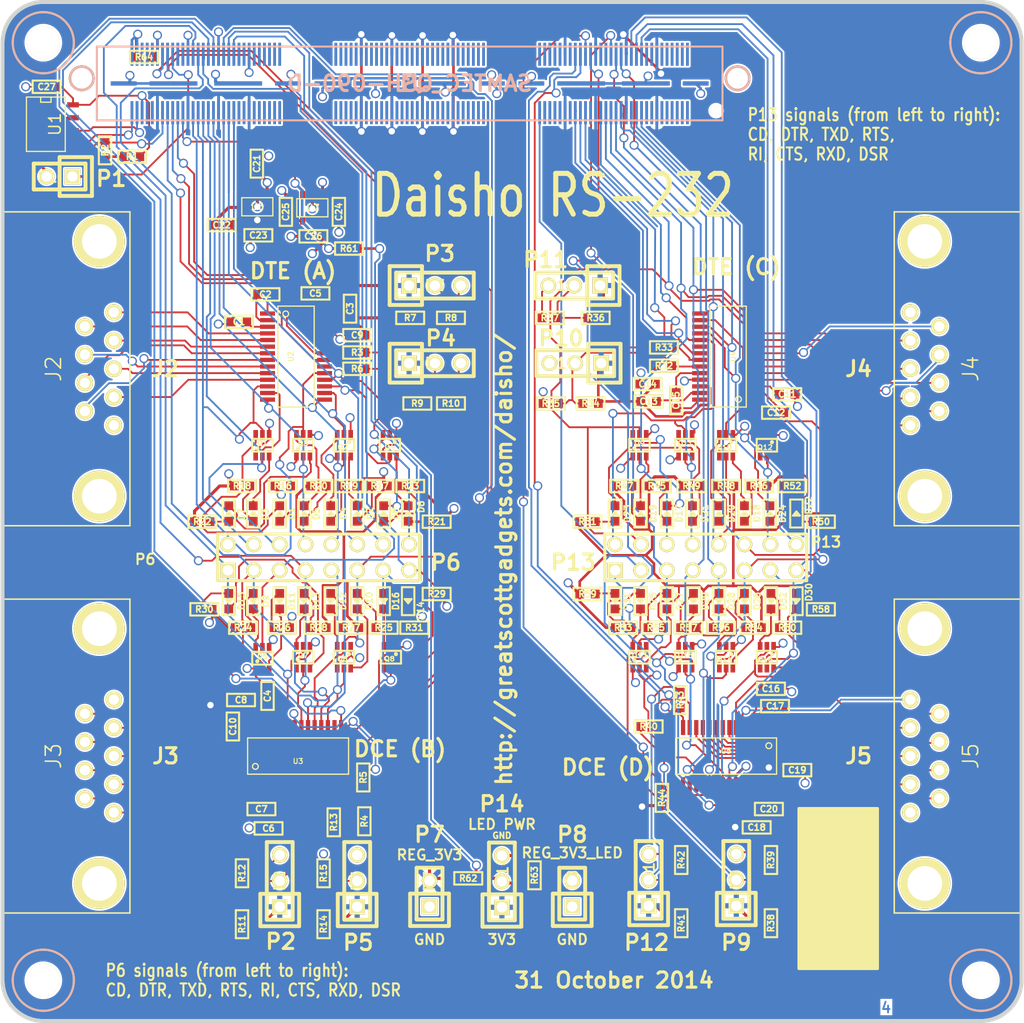
<source format=kicad_pcb>
(kicad_pcb (version 20221018) (generator pcbnew)
  (title_block (title "Daisho Project RS232 Front-End Board") (rev "1.0") (comment 1 "Copyright © 2013 Benjamin Vernoux") (comment 2 "License: GNU General Public License, version 2"))
  (layers (0 "F.Cu" signal) (1 "In1.Cu" signal "Inner2.Cu") (2 "In2.Cu" signal "Inner1.Cu") (31 "B.Cu" signal) (34 "B.Paste" user) (35 "F.Paste" user) (36 "B.SilkS" user "B.Silkscreen") (37 "F.SilkS" user "F.Silkscreen") (38 "B.Mask" user) (39 "F.Mask" user) (44 "Edge.Cuts" user))
  (net 0 "")
  (net 1 "!EN-B-TTL")
  (net 2 "!EN-D-TTL")
  (net 3 "!FORCEOFF-A-TTL")
  (net 4 "!FORCEOFF-C-TTL")
  (net 5 "!INVALID-A-TTL")
  (net 6 "!INVALID-C-TTL")
  (net 7 "!SHDN-B-TTL")
  (net 8 "!SHDN-D-TTL")
  (net 9 "/daisho_connector/FE_I2C_SCL")
  (net 10 "/daisho_connector/FE_I2C_SDA")
  (net 11 "/daisho_connector/VALT_FE")
  (net 12 "/daisho_connector/VRAW_SW_5V")
  (net 13 "/rs232_pair_AB/CD-A-232")
  (net 14 "/rs232_pair_AB/CD-B-232")
  (net 15 "/rs232_pair_AB/CTS-A-232")
  (net 16 "/rs232_pair_AB/CTS-B-232")
  (net 17 "/rs232_pair_AB/DSR-A-232")
  (net 18 "/rs232_pair_AB/DSR-B-232")
  (net 19 "/rs232_pair_AB/DTR-A-232")
  (net 20 "/rs232_pair_AB/DTR-B-232")
  (net 21 "/rs232_pair_AB/RI-A-232")
  (net 22 "/rs232_pair_AB/RI-B-232")
  (net 23 "/rs232_pair_AB/RTS-A-232")
  (net 24 "/rs232_pair_AB/RTS-B-232")
  (net 25 "/rs232_pair_AB/RXD-A-232")
  (net 26 "/rs232_pair_AB/RXD-B-232")
  (net 27 "/rs232_pair_AB/TXD-A-232")
  (net 28 "/rs232_pair_AB/TXD-B-232")
  (net 29 "/rs232_pair_CD/CD-C-232")
  (net 30 "/rs232_pair_CD/CD-D-232")
  (net 31 "/rs232_pair_CD/CTS-C-232")
  (net 32 "/rs232_pair_CD/CTS-D-232")
  (net 33 "/rs232_pair_CD/DSR-C-232")
  (net 34 "/rs232_pair_CD/DSR-D-232")
  (net 35 "/rs232_pair_CD/DTR-C-232")
  (net 36 "/rs232_pair_CD/DTR-D-232")
  (net 37 "/rs232_pair_CD/RI-C-232")
  (net 38 "/rs232_pair_CD/RI-D-232")
  (net 39 "/rs232_pair_CD/RTS-C-232")
  (net 40 "/rs232_pair_CD/RTS-D-232")
  (net 41 "/rs232_pair_CD/RXD-C-232")
  (net 42 "/rs232_pair_CD/RXD-D-232")
  (net 43 "/rs232_pair_CD/TXD-C-232")
  (net 44 "/rs232_pair_CD/TXD-D-232")
  (net 45 "CD-A-TTL")
  (net 46 "CD-B-TTL")
  (net 47 "CD-C-TTL")
  (net 48 "CD-D-TTL")
  (net 49 "CTS-A-TTL")
  (net 50 "CTS-B-TTL")
  (net 51 "CTS-C-TTL")
  (net 52 "CTS-D-TTL")
  (net 53 "DSR-A-TTL")
  (net 54 "DSR-B-TTL")
  (net 55 "DSR-C-TTL")
  (net 56 "DSR-D-TTL")
  (net 57 "DTR-A-TTL")
  (net 58 "DTR-B-TTL")
  (net 59 "DTR-C-TTL")
  (net 60 "DTR-D-TTL")
  (net 61 "FE_I2C_EEPROM_WP")
  (net 62 "FE_I2C_VCC")
  (net 63 "FORCEON-A-TTL")
  (net 64 "FORCEON-C-TTL")
  (net 65 "GND")
  (net 66 "LEDS_PWR")
  (net 67 "MBAUD-B-TTL")
  (net 68 "MBAUD-D-TTL")
  (net 69 "REG_3V3_LED")
  (net 70 "RI-A-TTL")
  (net 71 "RI-B-TTL")
  (net 72 "RI-C-TTL")
  (net 73 "RI-D-TTL")
  (net 74 "RTS-A-TTL")
  (net 75 "RTS-B-TTL")
  (net 76 "RTS-C-TTL")
  (net 77 "RTS-D-TTL")
  (net 78 "RXD-A-TTL")
  (net 79 "RXD-B-TTL")
  (net 80 "RXD-C-TTL")
  (net 81 "RXD-D-TTL")
  (net 82 "TXD-A-TTL")
  (net 83 "TXD-B-TTL")
  (net 84 "TXD-C-TTL")
  (net 85 "TXD-D-TTL")
  (net 86 "Net-(C1-Pad1)")
  (net 87 "Net-(C2-Pad2)")
  (net 88 "Net-(C2-Pad1)")
  (net 89 "REG_3V3")
  (net 90 "Net-(C3-Pad1)")
  (net 91 "Net-(C5-Pad2)")
  (net 92 "Net-(C5-Pad1)")
  (net 93 "Net-(C6-Pad1)")
  (net 94 "Net-(C7-Pad2)")
  (net 95 "Net-(C7-Pad1)")
  (net 96 "Net-(C8-Pad2)")
  (net 97 "Net-(C10-Pad2)")
  (net 98 "Net-(C10-Pad1)")
  (net 99 "Net-(C11-Pad1)")
  (net 100 "Net-(C12-Pad2)")
  (net 101 "Net-(C12-Pad1)")
  (net 102 "Net-(C13-Pad1)")
  (net 103 "Net-(C15-Pad2)")
  (net 104 "Net-(C15-Pad1)")
  (net 105 "Net-(C16-Pad1)")
  (net 106 "Net-(C17-Pad2)")
  (net 107 "Net-(C17-Pad1)")
  (net 108 "Net-(C18-Pad2)")
  (net 109 "Net-(C20-Pad2)")
  (net 110 "Net-(C20-Pad1)")
  (net 111 "Net-(C22-Pad1)")
  (net 112 "Net-(C25-Pad1)")
  (net 113 "Net-(D1-Pad2)")
  (net 114 "Net-(D1-Pad1)")
  (net 115 "Net-(D2-Pad2)")
  (net 116 "Net-(D2-Pad1)")
  (net 117 "Net-(D3-Pad2)")
  (net 118 "Net-(D3-Pad1)")
  (net 119 "Net-(D4-Pad2)")
  (net 120 "Net-(D4-Pad1)")
  (net 121 "Net-(D5-Pad2)")
  (net 122 "Net-(D5-Pad1)")
  (net 123 "Net-(D6-Pad2)")
  (net 124 "Net-(D6-Pad1)")
  (net 125 "Net-(D7-Pad2)")
  (net 126 "Net-(D7-Pad1)")
  (net 127 "Net-(D8-Pad2)")
  (net 128 "Net-(D8-Pad1)")
  (net 129 "Net-(D9-Pad2)")
  (net 130 "Net-(D9-Pad1)")
  (net 131 "Net-(D10-Pad2)")
  (net 132 "Net-(D10-Pad1)")
  (net 133 "Net-(D11-Pad2)")
  (net 134 "Net-(D11-Pad1)")
  (net 135 "Net-(D12-Pad2)")
  (net 136 "Net-(D12-Pad1)")
  (net 137 "Net-(D13-Pad2)")
  (net 138 "Net-(D13-Pad1)")
  (net 139 "Net-(D14-Pad2)")
  (net 140 "Net-(D14-Pad1)")
  (net 141 "Net-(D15-Pad2)")
  (net 142 "Net-(D15-Pad1)")
  (net 143 "Net-(D16-Pad2)")
  (net 144 "Net-(D16-Pad1)")
  (net 145 "Net-(D17-Pad2)")
  (net 146 "Net-(D17-Pad1)")
  (net 147 "Net-(D18-Pad2)")
  (net 148 "Net-(D18-Pad1)")
  (net 149 "Net-(D19-Pad2)")
  (net 150 "Net-(D19-Pad1)")
  (net 151 "Net-(D20-Pad2)")
  (net 152 "Net-(D20-Pad1)")
  (net 153 "Net-(D21-Pad2)")
  (net 154 "Net-(D21-Pad1)")
  (net 155 "Net-(D22-Pad2)")
  (net 156 "Net-(D22-Pad1)")
  (net 157 "Net-(D23-Pad2)")
  (net 158 "Net-(D23-Pad1)")
  (net 159 "Net-(D24-Pad2)")
  (net 160 "Net-(D24-Pad1)")
  (net 161 "Net-(D25-Pad2)")
  (net 162 "Net-(D25-Pad1)")
  (net 163 "Net-(D26-Pad2)")
  (net 164 "Net-(D26-Pad1)")
  (net 165 "Net-(D27-Pad2)")
  (net 166 "Net-(D27-Pad1)")
  (net 167 "Net-(D28-Pad2)")
  (net 168 "Net-(D28-Pad1)")
  (net 169 "Net-(D29-Pad2)")
  (net 170 "Net-(D29-Pad1)")
  (net 171 "Net-(D30-Pad2)")
  (net 172 "Net-(D30-Pad1)")
  (net 173 "Net-(D31-Pad2)")
  (net 174 "Net-(D31-Pad1)")
  (net 175 "Net-(D32-Pad2)")
  (net 176 "Net-(D32-Pad1)")
  (net 177 "Net-(J1-Pad5)")
  (net 178 "Net-(J1-Pad8)")
  (net 179 "Net-(J1-Pad7)")
  (net 180 "Net-(J1-Pad10)")
  (net 181 "Net-(J1-Pad9)")
  (net 182 "Net-(J1-Pad19)")
  (net 183 "Net-(J1-Pad21)")
  (net 184 "Net-(J1-Pad44)")
  (net 185 "Net-(J1-Pad43)")
  (net 186 "Net-(J1-Pad46)")
  (net 187 "Net-(J1-Pad45)")
  (net 188 "Net-(J1-Pad50)")
  (net 189 "Net-(J1-Pad49)")
  (net 190 "Net-(J1-Pad52)")
  (net 191 "Net-(J1-Pad51)")
  (net 192 "Net-(J1-Pad54)")
  (net 193 "Net-(J1-Pad53)")
  (net 194 "Net-(J1-Pad56)")
  (net 195 "Net-(J1-Pad55)")
  (net 196 "Net-(J1-Pad58)")
  (net 197 "Net-(J1-Pad57)")
  (net 198 "Net-(J1-Pad60)")
  (net 199 "Net-(J1-Pad59)")
  (net 200 "Net-(J1-Pad62)")
  (net 201 "Net-(J1-Pad61)")
  (net 202 "Net-(J1-Pad64)")
  (net 203 "Net-(J1-Pad63)")
  (net 204 "Net-(J1-Pad66)")
  (net 205 "Net-(J1-Pad65)")
  (net 206 "Net-(J1-Pad68)")
  (net 207 "Net-(J1-Pad67)")
  (net 208 "Net-(J1-Pad70)")
  (net 209 "Net-(J1-Pad69)")
  (net 210 "Net-(J1-Pad74)")
  (net 211 "Net-(J1-Pad73)")
  (net 212 "Net-(J1-Pad76)")
  (net 213 "Net-(J1-Pad75)")
  (net 214 "Net-(J1-Pad78)")
  (net 215 "Net-(J1-Pad77)")
  (net 216 "Net-(J1-Pad80)")
  (net 217 "Net-(J1-Pad79)")
  (net 218 "Net-(J1-Pad82)")
  (net 219 "Net-(J1-Pad81)")
  (net 220 "Net-(J1-Pad86)")
  (net 221 "Net-(J1-Pad85)")
  (net 222 "Net-(J1-Pad88)")
  (net 223 "Net-(J1-Pad87)")
  (net 224 "Net-(J1-Pad90)")
  (net 225 "Net-(J1-Pad89)")
  (net 226 "Net-(J1-Pad92)")
  (net 227 "Net-(J1-Pad91)")
  (net 228 "Net-(J1-Pad94)")
  (net 229 "Net-(J1-Pad93)")
  (net 230 "Net-(J1-Pad98)")
  (net 231 "Net-(J1-Pad97)")
  (net 232 "Net-(J1-Pad100)")
  (net 233 "Net-(J1-Pad99)")
  (net 234 "Net-(J1-Pad102)")
  (net 235 "Net-(J1-Pad101)")
  (net 236 "Net-(J1-Pad104)")
  (net 237 "Net-(J1-Pad103)")
  (net 238 "Net-(J1-Pad106)")
  (net 239 "Net-(J1-Pad105)")
  (net 240 "Net-(J1-Pad110)")
  (net 241 "Net-(J1-Pad109)")
  (net 242 "Net-(J1-Pad112)")
  (net 243 "Net-(J1-Pad111)")
  (net 244 "Net-(J1-Pad114)")
  (net 245 "Net-(J1-Pad113)")
  (net 246 "Net-(J1-Pad116)")
  (net 247 "Net-(J1-Pad115)")
  (net 248 "Net-(J1-Pad118)")
  (net 249 "Net-(J1-Pad117)")
  (net 250 "Net-(J1-Pad120)")
  (net 251 "Net-(J1-Pad119)")
  (net 252 "Net-(J1-Pad121)")
  (net 253 "Net-(J1-Pad124)")
  (net 254 "Net-(J1-Pad123)")
  (net 255 "Net-(J1-Pad126)")
  (net 256 "Net-(J1-Pad125)")
  (net 257 "Net-(J1-Pad128)")
  (net 258 "Net-(J1-Pad127)")
  (net 259 "Net-(J1-Pad130)")
  (net 260 "Net-(J1-Pad129)")
  (net 261 "Net-(J1-Pad134)")
  (net 262 "Net-(J1-Pad133)")
  (net 263 "Net-(J1-Pad142)")
  (net 264 "Net-(J1-Pad164)")
  (net 265 "Net-(J1-Pad163)")
  (net 266 "Net-(J1-Pad166)")
  (net 267 "Net-(J1-Pad165)")
  (net 268 "Net-(J1-Pad170)")
  (net 269 "Net-(J1-Pad169)")
  (net 270 "Net-(J1-Pad172)")
  (net 271 "Net-(J1-Pad171)")
  (net 272 "Net-(J1-Pad174)")
  (net 273 "Net-(J1-Pad173)")
  (net 274 "Net-(J1-Pad176)")
  (net 275 "Net-(J1-Pad175)")
  (net 276 "Net-(J1-Pad178)")
  (net 277 "Net-(J1-Pad177)")
  (net 278 "Net-(J1-Pad180)")
  (net 279 "Net-(J1-Pad179)")
  (net 280 "Net-(P1-Pad1)")
  (net 281 "Net-(P2-Pad2)")
  (net 282 "Net-(P3-Pad2)")
  (net 283 "Net-(P4-Pad2)")
  (net 284 "Net-(P5-Pad2)")
  (net 285 "Net-(P9-Pad2)")
  (net 286 "Net-(P10-Pad2)")
  (net 287 "Net-(P11-Pad2)")
  (net 288 "Net-(P12-Pad2)")
  (net 289 "Net-(P14-Pad2)")
  (net 290 "Net-(U2-Pad20)")
  (net 291 "Net-(U3-Pad16)")
  (net 292 "Net-(U4-Pad20)")
  (net 293 "Net-(U5-Pad16)")
  (net 294 "Net-(J1-Pad145)")
  (net 295 "Net-(J1-Pad147)")
  (footprint "tssop-28" (layer "F.Cu") (at 108.8 78.8 -90)
    (fp_text reference "U2")
    (fp_text value "TRSF3243" hide)
  )
  (footprint "tssop-28" (layer "F.Cu") (at 109 118)
    (fp_text reference "U3")
    (fp_text value "TRS3237E" hide)
  )
  (footprint "tssop-28" (layer "F.Cu") (at 151.2 78.8 90)
    (fp_text reference "U4")
    (fp_text value "TRSF3243" hide)
  )
  (footprint "tssop-28" (layer "F.Cu") (at 151 118 180)
    (fp_text reference "U5")
    (fp_text value "TRS3237E" hide)
  )
  (footprint "pin_array_8x2" (layer "F.Cu") (at 111 98.5)
    (fp_text reference "P6")
    (fp_text value "CONN_8X2" hide)
  )
  (footprint "pin_array_8x2" (layer "F.Cu") (at 149 98.5)
    (fp_text reference "P13")
    (fp_text value "CONN_8X2" hide)
  )
  (footprint "SO8E" (layer "F.Cu") (at 84.25 56 -90)
    (fp_text reference "U1")
    (fp_text value "24C08" hide)
  )
  (footprint "SOT23-5" (layer "F.Cu") (at 105 64.1 180)
    (fp_text reference "U6")
    (fp_text value "MIC5318" hide)
  )
  (footprint "SOT23-5" (layer "F.Cu") (at 110.4 64.2 180)
    (fp_text reference "U7")
    (fp_text value "MIC5318" hide)
  )
  (footprint "gsg-sm0603:GSG-0603" (layer "F.Cu") (at 84.328 52.324 180)
    (fp_text reference "C27")
    (fp_text value "0.1uF" hide)
  )
  (footprint "gsg-sm0603:GSG-0603" (layer "F.Cu") (at 93.8784 49.403 180)
    (fp_text reference "R64")
    (fp_text value "10k" hide)
  )
  (footprint "gsg-sm0603:GSG-0603" (layer "F.Cu") (at 103.2 75.4 180)
    (fp_text reference "C1")
    (fp_text value "0.1uF" hide)
  )
  (footprint "gsg-sm0603:GSG-0603" (layer "F.Cu") (at 105.8 72.7 180)
    (fp_text reference "C2")
    (fp_text value "0.1uF" hide)
  )
  (footprint "gsg-sm0603:GSG-0603" (layer "F.Cu") (at 114.1 74.1 -90)
    (fp_text reference "C3")
    (fp_text value "0.1uF" hide)
  )
  (footprint "gsg-sm0603:GSG-0603" (layer "F.Cu") (at 106 112.1 90)
    (fp_text reference "C4")
    (fp_text value "0.1uF" hide)
  )
  (footprint "gsg-sm0603:GSG-0603" (layer "F.Cu") (at 110.7 72.6)
    (fp_text reference "C5")
    (fp_text value "0.1uF" hide)
  )
  (footprint "gsg-sm0603:GSG-0603" (layer "F.Cu") (at 106.1 125.1 180)
    (fp_text reference "C6")
    (fp_text value "0.1uF" hide)
  )
  (footprint "gsg-sm0603:GSG-0603" (layer "F.Cu") (at 105.4 123.2)
    (fp_text reference "C7")
    (fp_text value "0.1uF" hide)
  )
  (footprint "gsg-sm0603:GSG-0603" (layer "F.Cu") (at 103.4 112.5)
    (fp_text reference "C8")
    (fp_text value "0.1uF" hide)
  )
  (footprint "gsg-sm0603:GSG-0603" (layer "F.Cu") (at 114.8 76.7 180)
    (fp_text reference "C9")
    (fp_text value "0.1uF" hide)
  )
  (footprint "gsg-sm0603:GSG-0603" (layer "F.Cu") (at 102.6 115.1 -90)
    (fp_text reference "C10")
    (fp_text value "0.1uF" hide)
  )
  (footprint "gsg-sm0603:GSG-0603" (layer "F.Cu") (at 157 82.5)
    (fp_text reference "C11")
    (fp_text value "0.1uF" hide)
  )
  (footprint "gsg-sm0603:GSG-0603" (layer "F.Cu") (at 155.9 84.3)
    (fp_text reference "C12")
    (fp_text value "0.1uF" hide)
  )
  (footprint "gsg-sm0603:GSG-0603" (layer "F.Cu") (at 143.4 83.2 180)
    (fp_text reference "C13")
    (fp_text value "0.1uF" hide)
  )
  (footprint "gsg-sm0603:GSG-0603" (layer "F.Cu") (at 143.3 81.5 180)
    (fp_text reference "C14")
    (fp_text value "0.1uF" hide)
  )
  (footprint "gsg-sm0603:GSG-0603" (layer "F.Cu") (at 146.1 83.1 -90)
    (fp_text reference "C15")
    (fp_text value "0.1uF" hide)
  )
  (footprint "gsg-sm0603:GSG-0603" (layer "F.Cu") (at 155.4 111.4)
    (fp_text reference "C16")
    (fp_text value "0.1uF" hide)
  )
  (footprint "gsg-sm0603:GSG-0603" (layer "F.Cu") (at 155.8 113.1 180)
    (fp_text reference "C17")
    (fp_text value "0.1uF" hide)
  )
  (footprint "gsg-sm0603:GSG-0603" (layer "F.Cu") (at 154 125)
    (fp_text reference "C18")
    (fp_text value "0.1uF" hide)
  )
  (footprint "gsg-sm0603:GSG-0603" (layer "F.Cu") (at 157.988 119.38)
    (fp_text reference "C19")
    (fp_text value "0.1uF" hide)
  )
  (footprint "gsg-sm0603:GSG-0603" (layer "F.Cu") (at 155.2 123.2 180)
    (fp_text reference "C20")
    (fp_text value "0.1uF" hide)
  )
  (footprint "gsg-sm0603:GSG-0603" (layer "F.Cu") (at 104.9528 59.8678 90)
    (fp_text reference "C21")
    (fp_text value "1uF" hide)
  )
  (footprint "gsg-sm0603:GSG-0603" (layer "F.Cu") (at 101.5 65.9 180)
    (fp_text reference "C22")
    (fp_text value "100nF" hide)
  )
  (footprint "gsg-sm0603:GSG-0603" (layer "F.Cu") (at 105.1 66.9 180)
    (fp_text reference "C23")
    (fp_text value "1uF" hide)
  )
  (footprint "gsg-sm0603:GSG-0603" (layer "F.Cu") (at 113 64.6 -90)
    (fp_text reference "C24")
    (fp_text value "1uF" hide)
  )
  (footprint "gsg-sm0603:GSG-0603" (layer "F.Cu") (at 107.8 64.6 90)
    (fp_text reference "C25")
    (fp_text value "100nF" hide)
  )
  (footprint "gsg-sm0603:GSG-0603" (layer "F.Cu") (at 110.5 67 180)
    (fp_text reference "C26")
    (fp_text value "1uF" hide)
  )
  (footprint "gsg-sm0603d:GSG-0603D" (layer "F.Cu") (at 107.2 94.2 90)
    (fp_text reference "D1")
    (fp_text value "LED" hide)
  )
  (footprint "gsg-sm0603d:GSG-0603D" (layer "F.Cu") (at 114.8 94.2 90)
    (fp_text reference "D2")
    (fp_text value "LED" hide)
  )
  (footprint "gsg-sm0603d:GSG-0603D" (layer "F.Cu") (at 104.6 94.2 90)
    (fp_text reference "D3")
    (fp_text value "LED" hide)
  )
  (footprint "gsg-sm0603d:GSG-0603D" (layer "F.Cu") (at 112.2 94.2 90)
    (fp_text reference "D4")
    (fp_text value "LED" hide)
  )
  (footprint "gsg-sm0603d:GSG-0603D" (layer "F.Cu") (at 109.6 94.2 90)
    (fp_text reference "D5")
    (fp_text value "LED" hide)
  )
  (footprint "gsg-sm0603d:GSG-0603D" (layer "F.Cu") (at 119.8 94.2 90)
    (fp_text reference "D6")
    (fp_text value "LED" hide)
  )
  (footprint "gsg-sm0603d:GSG-0603D" (layer "F.Cu") (at 102.2 94.2 90)
    (fp_text reference "D7")
    (fp_text value "LED" hide)
  )
  (footprint "gsg-sm0603d:GSG-0603D" (layer "F.Cu") (at 117.4 94.2 90)
    (fp_text reference "D8")
    (fp_text value "LED" hide)
  )
  (footprint "gsg-sm0603d:GSG-0603D" (layer "F.Cu") (at 104.6 102.8 -90)
    (fp_text reference "D9")
    (fp_text value "LED" hide)
  )
  (footprint "gsg-sm0603d:GSG-0603D" (layer "F.Cu") (at 114.8 102.8 -90)
    (fp_text reference "D10")
    (fp_text value "LED" hide)
  )
  (footprint "gsg-sm0603d:GSG-0603D" (layer "F.Cu") (at 107.2 102.8 -90)
    (fp_text reference "D11")
    (fp_text value "LED" hide)
  )
  (footprint "gsg-sm0603d:GSG-0603D" (layer "F.Cu") (at 112.2 102.8 -90)
    (fp_text reference "D12")
    (fp_text value "LED" hide)
  )
  (footprint "gsg-sm0603d:GSG-0603D" (layer "F.Cu") (at 109.6 102.8 -90)
    (fp_text reference "D13")
    (fp_text value "LED" hide)
  )
  (footprint "gsg-sm0603d:GSG-0603D" (layer "F.Cu") (at 119.8 102.8 -90)
    (fp_text reference "D14")
    (fp_text value "LED" hide)
  )
  (footprint "gsg-sm0603d:GSG-0603D" (layer "F.Cu") (at 102.2 102.8 -90)
    (fp_text reference "D15")
    (fp_text value "LED" hide)
  )
  (footprint "gsg-sm0603d:GSG-0603D" (layer "F.Cu") (at 117.4 102.8 -90)
    (fp_text reference "D16")
    (fp_text value "LED" hide)
  )
  (footprint "gsg-sm0603d:GSG-0603D" (layer "F.Cu") (at 145.2 94.2 90)
    (fp_text reference "D17")
    (fp_text value "LED" hide)
  )
  (footprint "gsg-sm0603d:GSG-0603D" (layer "F.Cu") (at 152.8 94.2 90)
    (fp_text reference "D18")
    (fp_text value "LED" hide)
  )
  (footprint "gsg-sm0603d:GSG-0603D" (layer "F.Cu") (at 142.6 94.2 90)
    (fp_text reference "D19")
    (fp_text value "LED" hide)
  )
  (footprint "gsg-sm0603d:GSG-0603D" (layer "F.Cu") (at 150.3 94.2 90)
    (fp_text reference "D20")
    (fp_text value "LED" hide)
  )
  (footprint "gsg-sm0603d:GSG-0603D" (layer "F.Cu") (at 147.7 94.2 90)
    (fp_text reference "D21")
    (fp_text value "LED" hide)
  )
  (footprint "gsg-sm0603d:GSG-0603D" (layer "F.Cu") (at 157.9 94.2 90)
    (fp_text reference "D22")
    (fp_text value "LED" hide)
  )
  (footprint "gsg-sm0603d:GSG-0603D" (layer "F.Cu") (at 140.1 94.2 90)
    (fp_text reference "D23")
    (fp_text value "LED" hide)
  )
  (footprint "gsg-sm0603d:GSG-0603D" (layer "F.Cu") (at 155.3 94.2 90)
    (fp_text reference "D24")
    (fp_text value "LED" hide)
  )
  (footprint "gsg-sm0603d:GSG-0603D" (layer "F.Cu") (at 142.6 102.8 -90)
    (fp_text reference "D25")
    (fp_text value "LED" hide)
  )
  (footprint "gsg-sm0603d:GSG-0603D" (layer "F.Cu") (at 152.8 102.8 -90)
    (fp_text reference "D26")
    (fp_text value "LED" hide)
  )
  (footprint "gsg-sm0603d:GSG-0603D" (layer "F.Cu") (at 145.2 102.8 -90)
    (fp_text reference "D27")
    (fp_text value "LED" hide)
  )
  (footprint "gsg-sm0603d:GSG-0603D" (layer "F.Cu") (at 150.3 102.8 -90)
    (fp_text reference "D28")
    (fp_text value "LED" hide)
  )
  (footprint "gsg-sm0603d:GSG-0603D" (layer "F.Cu") (at 147.8 102.8 -90)
    (fp_text reference "D29")
    (fp_text value "LED" hide)
  )
  (footprint "gsg-sm0603d:GSG-0603D" (layer "F.Cu") (at 157.9 102.8 -90)
    (fp_text reference "D30")
    (fp_text value "LED" hide)
  )
  (footprint "gsg-sm0603d:GSG-0603D" (layer "F.Cu") (at 140.1 102.8 -90)
    (fp_text reference "D31")
    (fp_text value "LED" hide)
  )
  (footprint "gsg-sm0603d:GSG-0603D" (layer "F.Cu") (at 155.4 102.8 -90)
    (fp_text reference "D32")
    (fp_text value "LED" hide)
  )
  (footprint "gsg-hole126mil:GSG-HOLE126MIL" (layer "F.Cu") (at 84.0003 48.0009)
    (fp_text reference "H1" hide)
    (fp_text value "HOLE" hide)
  )
  (footprint "gsg-hole126mil:GSG-HOLE126MIL" (layer "F.Cu") (at 175.999 48.0009)
    (fp_text reference "H2" hide)
    (fp_text value "HOLE" hide)
  )
  (footprint "gsg-hole126mil:GSG-HOLE126MIL" (layer "F.Cu") (at 84.0003 140)
    (fp_text reference "H3" hide)
    (fp_text value "HOLE" hide)
  )
  (footprint "gsg-hole126mil:GSG-HOLE126MIL" (layer "F.Cu") (at 175.999 140)
    (fp_text reference "H4" hide)
    (fp_text value "HOLE" hide)
  )
  (footprint "sds107:SDS107-PRW1-M09-SN63-11" (layer "F.Cu") (at 80 80 -90)
    (fp_text reference "J2")
    (fp_text value "DB9" hide)
  )
  (footprint "sds107:SDS107-PRP2-F09-SN13-11" (layer "F.Cu") (at 80 118 -90)
    (fp_text reference "J3")
    (fp_text value "DB9" hide)
  )
  (footprint "sds107:SDS107-PRW1-M09-SN63-11" (layer "F.Cu") (at 180 80 90)
    (fp_text reference "J4")
    (fp_text value "DB9" hide)
  )
  (footprint "sds107:SDS107-PRP2-F09-SN13-11" (layer "F.Cu") (at 180 118 90)
    (fp_text reference "J5")
    (fp_text value "DB9" hide)
  )
  (footprint "gsg-header-1x2:GSG-HEADER-1x2" (layer "F.Cu") (at 85.6 61.13 180)
    (fp_text reference "P1")
    (fp_text value "CONN_2" hide)
  )
  (footprint "gsg-header-1x3:GSG-HEADER-1x3" (layer "F.Cu") (at 107.2 130.25 90)
    (fp_text reference "P2")
    (fp_text value "CONN_3" hide)
  )
  (footprint "gsg-header-1x3:GSG-HEADER-1x3" (layer "F.Cu") (at 122.43 71.83)
    (fp_text reference "P3")
    (fp_text value "CONN_3" hide)
  )
  (footprint "gsg-header-1x3:GSG-HEADER-1x3" (layer "F.Cu") (at 122.43 79.45)
    (fp_text reference "P4")
    (fp_text value "CONN_3" hide)
  )
  (footprint "gsg-header-1x3:GSG-HEADER-1x3" (layer "F.Cu") (at 114.8 130.25 90)
    (fp_text reference "P5")
    (fp_text value "CONN_3" hide)
  )
  (footprint "gsg-header-1x2:GSG-HEADER-1x2" (layer "F.Cu") (at 121.9 131.5 90)
    (fp_text reference "P7")
    (fp_text value "CONN_2" hide)
  )
  (footprint "gsg-header-1x2:GSG-HEADER-1x2" (layer "F.Cu") (at 135.9 131.5 90)
    (fp_text reference "P8")
    (fp_text value "CONN_2" hide)
  )
  (footprint "gsg-header-1x3:GSG-HEADER-1x3" (layer "F.Cu") (at 152 130.15 90)
    (fp_text reference "P9")
    (fp_text value "CONN_3" hide)
  )
  (footprint "gsg-header-1x3:GSG-HEADER-1x3" (layer "F.Cu") (at 136.2 79.45 180)
    (fp_text reference "P10")
    (fp_text value "CONN_3" hide)
  )
  (footprint "gsg-header-1x3:GSG-HEADER-1x3" (layer "F.Cu") (at 136.1 71.83 180)
    (fp_text reference "P11")
    (fp_text value "CONN_3" hide)
  )
  (footprint "gsg-header-1x3:GSG-HEADER-1x3" (layer "F.Cu") (at 143.4 130.15 90)
    (fp_text reference "P12")
    (fp_text value "CONN_3" hide)
  )
  (footprint "gsg-header-1x3:GSG-HEADER-1x3" (layer "F.Cu") (at 129 130.3 90)
    (fp_text reference "P14")
    (fp_text value "CONN_3" hide)
  )
  (footprint "gsg-sot363:GSG-SOT363" (layer "F.Cu") (at 105.5 87.5)
    (fp_text reference "Q1")
    (fp_text value "MUN5212DW1" hide)
  )
  (footprint "gsg-sot363:GSG-SOT363" (layer "F.Cu") (at 113.5 87.5 180)
    (fp_text reference "Q2")
    (fp_text value "MUN5212DW1" hide)
  )
  (footprint "gsg-sot363:GSG-SOT363" (layer "F.Cu") (at 109.5 87.5)
    (fp_text reference "Q3")
    (fp_text value "MUN5212DW1" hide)
  )
  (footprint "gsg-sot363:GSG-SOT363" (layer "F.Cu") (at 118 87.5 180)
    (fp_text reference "Q4")
    (fp_text value "MUN5212DW1" hide)
  )
  (footprint "gsg-sot363:GSG-SOT363" (layer "F.Cu") (at 105.5 108.4)
    (fp_text reference "Q5")
    (fp_text value "MUN5212DW1" hide)
  )
  (footprint "gsg-sot363:GSG-SOT363" (layer "F.Cu") (at 113.5 108.3 180)
    (fp_text reference "Q6")
    (fp_text value "MUN5212DW1" hide)
  )
  (footprint "gsg-sot363:GSG-SOT363" (layer "F.Cu") (at 109.5 108.3)
    (fp_text reference "Q7")
    (fp_text value "MUN5212DW1" hide)
  )
  (footprint "gsg-sot363:GSG-SOT363" (layer "F.Cu") (at 118.1 108.3 180)
    (fp_text reference "Q8")
    (fp_text value "MUN5212DW1" hide)
  )
  (footprint "gsg-sot363:GSG-SOT363" (layer "F.Cu") (at 142.5 87.5)
    (fp_text reference "Q9")
    (fp_text value "MUN5212DW1" hide)
  )
  (footprint "gsg-sot363:GSG-SOT363" (layer "F.Cu") (at 151 87.5 180)
    (fp_text reference "Q10")
    (fp_text value "MUN5212DW1" hide)
  )
  (footprint "gsg-sot363:GSG-SOT363" (layer "F.Cu") (at 147 87.5)
    (fp_text reference "Q11")
    (fp_text value "MUN5212DW1" hide)
  )
  (footprint "gsg-sot363:GSG-SOT363" (layer "F.Cu") (at 155 87.5 180)
    (fp_text reference "Q12")
    (fp_text value "MUN5212DW1" hide)
  )
  (footprint "gsg-sot363:GSG-SOT363" (layer "F.Cu") (at 142.5 108.3)
    (fp_text reference "Q13")
    (fp_text value "MUN5212DW1" hide)
  )
  (footprint "gsg-sot363:GSG-SOT363" (layer "F.Cu") (at 151 108.3 180)
    (fp_text reference "Q14")
    (fp_text value "MUN5212DW1" hide)
  )
  (footprint "gsg-sot363:GSG-SOT363" (layer "F.Cu") (at 147 108.3)
    (fp_text reference "Q15")
    (fp_text value "MUN5212DW1" hide)
  )
  (footprint "gsg-sot363:GSG-SOT363" (layer "F.Cu") (at 155 108.3 180)
    (fp_text reference "Q16")
    (fp_text value "MUN5212DW1" hide)
  )
  (footprint "gsg-sm0603:GSG-0603" (layer "F.Cu") (at 92.71 59.182 180)
    (fp_text reference "R1")
    (fp_text value "10k" hide)
  )
  (footprint "gsg-sm0603:GSG-0603" (layer "F.Cu") (at 90.06 58.56 -90)
    (fp_text reference "R2")
    (fp_text value "10k" hide)
  )
  (footprint "gsg-sm0603:GSG-0603" (layer "F.Cu") (at 114.8 78.4)
    (fp_text reference "R3")
    (fp_text value "10k" hide)
  )
  (footprint "gsg-sm0603:GSG-0603" (layer "F.Cu") (at 115.5 124.4 -90)
    (fp_text reference "R4")
    (fp_text value "10K" hide)
  )
  (footprint "gsg-sm0603:GSG-0603" (layer "F.Cu") (at 115.4 120.1 -90)
    (fp_text reference "R5")
    (fp_text value "10K" hide)
  )
  (footprint "gsg-sm0603:GSG-0603" (layer "F.Cu") (at 114.8 80)
    (fp_text reference "R6")
    (fp_text value "10k" hide)
  )
  (footprint "gsg-sm0603:GSG-0603" (layer "F.Cu") (at 120 75)
    (fp_text reference "R7")
    (fp_text value "10k" hide)
  )
  (footprint "gsg-sm0603:GSG-0603" (layer "F.Cu") (at 124 75)
    (fp_text reference "R8")
    (fp_text value "10k" hide)
  )
  (footprint "gsg-sm0603:GSG-0603" (layer "F.Cu") (at 120.7 83.4)
    (fp_text reference "R9")
    (fp_text value "10k" hide)
  )
  (footprint "gsg-sm0603:GSG-0603" (layer "F.Cu") (at 124 83.4)
    (fp_text reference "R10")
    (fp_text value "10k" hide)
  )
  (footprint "gsg-sm0603:GSG-0603" (layer "F.Cu") (at 103.5 134.5 90)
    (fp_text reference "R11")
    (fp_text value "10k" hide)
  )
  (footprint "gsg-sm0603:GSG-0603" (layer "F.Cu") (at 103.5 129.5 90)
    (fp_text reference "R12")
    (fp_text value "10k" hide)
  )
  (footprint "gsg-sm0603:GSG-0603" (layer "F.Cu") (at 112.5 124.5 -90)
    (fp_text reference "R13")
    (fp_text value "10K" hide)
  )
  (footprint "gsg-sm0603:GSG-0603" (layer "F.Cu") (at 111.5 134.5 90)
    (fp_text reference "R14")
    (fp_text value "10k" hide)
  )
  (footprint "gsg-sm0603:GSG-0603" (layer "F.Cu") (at 111.5 129.5 90)
    (fp_text reference "R15")
    (fp_text value "10k" hide)
  )
  (footprint "gsg-sm0603:GSG-0603" (layer "F.Cu") (at 107.5 91.5 180)
    (fp_text reference "R16")
    (fp_text value "470" hide)
  )
  (footprint "gsg-sm0603:GSG-0603" (layer "F.Cu") (at 117 91.5)
    (fp_text reference "R17")
    (fp_text value "470" hide)
  )
  (footprint "gsg-sm0603:GSG-0603" (layer "F.Cu") (at 103.5 91.5 180)
    (fp_text reference "R18")
    (fp_text value "470" hide)
  )
  (footprint "gsg-sm0603:GSG-0603" (layer "F.Cu") (at 114 91.5)
    (fp_text reference "R19")
    (fp_text value "470" hide)
  )
  (footprint "gsg-sm0603:GSG-0603" (layer "F.Cu") (at 111 91.5 180)
    (fp_text reference "R20")
    (fp_text value "470" hide)
  )
  (footprint "gsg-sm0603:GSG-0603" (layer "F.Cu") (at 122.6 95)
    (fp_text reference "R21")
    (fp_text value "470" hide)
  )
  (footprint "gsg-sm0603:GSG-0603" (layer "F.Cu") (at 99.6 95 180)
    (fp_text reference "R22")
    (fp_text value "470" hide)
  )
  (footprint "gsg-sm0603:GSG-0603" (layer "F.Cu") (at 120 91.5)
    (fp_text reference "R23")
    (fp_text value "470" hide)
  )
  (footprint "gsg-sm0603:GSG-0603" (layer "F.Cu") (at 103.6 105.4 180)
    (fp_text reference "R24")
    (fp_text value "470" hide)
  )
  (footprint "gsg-sm0603:GSG-0603" (layer "F.Cu") (at 117.4 105.4)
    (fp_text reference "R25")
    (fp_text value "470" hide)
  )
  (footprint "gsg-sm0603:GSG-0603" (layer "F.Cu") (at 107.4 105.4)
    (fp_text reference "R26")
    (fp_text value "470" hide)
  )
  (footprint "gsg-sm0603:GSG-0603" (layer "F.Cu") (at 114.2 105.4)
    (fp_text reference "R27")
    (fp_text value "470" hide)
  )
  (footprint "gsg-sm0603:GSG-0603" (layer "F.Cu") (at 111 105.4)
    (fp_text reference "R28")
    (fp_text value "470" hide)
  )
  (footprint "gsg-sm0603:GSG-0603" (layer "F.Cu") (at 122.6 102.1)
    (fp_text reference "R29")
    (fp_text value "470" hide)
  )
  (footprint "gsg-sm0603:GSG-0603" (layer "F.Cu") (at 99.8 103.6)
    (fp_text reference "R30")
    (fp_text value "470" hide)
  )
  (footprint "gsg-sm0603:GSG-0603" (layer "F.Cu") (at 120.4 105.4)
    (fp_text reference "R31")
    (fp_text value "470" hide)
  )
  (footprint "gsg-sm0603:GSG-0603" (layer "F.Cu") (at 144.9 79.7 180)
    (fp_text reference "R32")
    (fp_text value "10k" hide)
  )
  (footprint "gsg-sm0603:GSG-0603" (layer "F.Cu") (at 144.9 77.9 180)
    (fp_text reference "R33")
    (fp_text value "10k" hide)
  )
  (footprint "gsg-sm0603:GSG-0603" (layer "F.Cu") (at 137.7 83.4 180)
    (fp_text reference "R34")
    (fp_text value "10k" hide)
  )
  (footprint "gsg-sm0603:GSG-0603" (layer "F.Cu") (at 133.8 83.4 180)
    (fp_text reference "R35")
    (fp_text value "10k" hide)
  )
  (footprint "gsg-sm0603:GSG-0603" (layer "F.Cu") (at 138.2 75 180)
    (fp_text reference "R36")
    (fp_text value "10k" hide)
  )
  (footprint "gsg-sm0603:GSG-0603" (layer "F.Cu") (at 133.7 75 180)
    (fp_text reference "R37")
    (fp_text value "10k" hide)
  )
  (footprint "gsg-sm0603:GSG-0603" (layer "F.Cu") (at 155.4 134.4 90)
    (fp_text reference "R38")
    (fp_text value "10k" hide)
  )
  (footprint "gsg-sm0603:GSG-0603" (layer "F.Cu") (at 155.4 128.2 90)
    (fp_text reference "R39")
    (fp_text value "10k" hide)
  )
  (footprint "gsg-sm0603:GSG-0603" (layer "F.Cu") (at 143.4 115.1 180)
    (fp_text reference "R40")
    (fp_text value "10K" hide)
  )
  (footprint "gsg-sm0603:GSG-0603" (layer "F.Cu") (at 146.6 134.4 90)
    (fp_text reference "R41")
    (fp_text value "10k" hide)
  )
  (footprint "gsg-sm0603:GSG-0603" (layer "F.Cu") (at 146.6 128.2 90)
    (fp_text reference "R42")
    (fp_text value "10k" hide)
  )
  (footprint "gsg-sm0603:GSG-0603" (layer "F.Cu") (at 146.5 112.5 90)
    (fp_text reference "R43")
    (fp_text value "10K" hide)
  )
  (footprint "gsg-sm0603:GSG-0603" (layer "F.Cu") (at 144.7 122.1 -90)
    (fp_text reference "R44")
    (fp_text value "10K" hide)
  )
  (footprint "gsg-sm0603:GSG-0603" (layer "F.Cu") (at 144.2 91.5 180)
    (fp_text reference "R45")
    (fp_text value "470" hide)
  )
  (footprint "gsg-sm0603:GSG-0603" (layer "F.Cu") (at 154.2 91.5)
    (fp_text reference "R46")
    (fp_text value "470" hide)
  )
  (footprint "gsg-sm0603:GSG-0603" (layer "F.Cu") (at 141 91.5 180)
    (fp_text reference "R47")
    (fp_text value "470" hide)
  )
  (footprint "gsg-sm0603:GSG-0603" (layer "F.Cu") (at 151 91.5)
    (fp_text reference "R48")
    (fp_text value "470" hide)
  )
  (footprint "gsg-sm0603:GSG-0603" (layer "F.Cu") (at 147.6 91.5 180)
    (fp_text reference "R49")
    (fp_text value "470" hide)
  )
  (footprint "gsg-sm0603:GSG-0603" (layer "F.Cu") (at 160.3 95)
    (fp_text reference "R50")
    (fp_text value "470" hide)
  )
  (footprint "gsg-sm0603:GSG-0603" (layer "F.Cu") (at 137.4 95 180)
    (fp_text reference "R51")
    (fp_text value "470" hide)
  )
  (footprint "gsg-sm0603:GSG-0603" (layer "F.Cu") (at 157.5 91.5)
    (fp_text reference "R52")
    (fp_text value "470" hide)
  )
  (footprint "gsg-sm0603:GSG-0603" (layer "F.Cu") (at 140.9 105.4 180)
    (fp_text reference "R53")
    (fp_text value "470" hide)
  )
  (footprint "gsg-sm0603:GSG-0603" (layer "F.Cu") (at 153.7 105.4)
    (fp_text reference "R54")
    (fp_text value "470" hide)
  )
  (footprint "gsg-sm0603:GSG-0603" (layer "F.Cu") (at 144.1 105.4)
    (fp_text reference "R55")
    (fp_text value "470" hide)
  )
  (footprint "gsg-sm0603:GSG-0603" (layer "F.Cu") (at 150.5 105.4)
    (fp_text reference "R56")
    (fp_text value "470" hide)
  )
  (footprint "gsg-sm0603:GSG-0603" (layer "F.Cu") (at 147.3 105.4)
    (fp_text reference "R57")
    (fp_text value "470" hide)
  )
  (footprint "gsg-sm0603:GSG-0603" (layer "F.Cu") (at 160.3 103.6)
    (fp_text reference "R58")
    (fp_text value "470" hide)
  )
  (footprint "gsg-sm0603:GSG-0603" (layer "F.Cu") (at 137.4 102.1 180)
    (fp_text reference "R59")
    (fp_text value "470" hide)
  )
  (footprint "gsg-sm0603:GSG-0603" (layer "F.Cu") (at 157 105.4)
    (fp_text reference "R60")
    (fp_text value "470" hide)
  )
  (footprint "gsg-sm0603:GSG-0603" (layer "F.Cu") (at 114 68.2)
    (fp_text reference "R61")
    (fp_text value "10k" hide)
  )
  (footprint "gsg-sm0603:GSG-0603" (layer "F.Cu") (at 125.7 130)
    (fp_text reference "R62")
    (fp_text value "10k" hide)
  )
  (footprint "gsg-sm0603:GSG-0603" (layer "F.Cu") (at 132.2 129.7 90)
    (fp_text reference "R63")
    (fp_text value "10k" hide)
  )
  (footprint "samtec_qsh-090-01-f-d-a:SAMTEC_QSH-090-01-F-D-A" (layer "B.Cu") (at 119.95 52)
    (fp_text reference "J1")
    (fp_text value "SAMTEC_QSH-090-D")
  )
  (gr_line (start 79.99984 139.99972) (end 79.99984 48.00092) (stroke (width 0.381)) (layer "Edge.Cuts"))
  (gr_arc (start 84.00034 144.00022) (mid 81.171559 142.828501) (end 79.99984 139.99972) (stroke (width 0.381)) (layer "Edge.Cuts"))
  (gr_arc (start 79.99984 48.00092) (mid 81.171559 45.172139) (end 84.00034 44.00042) (stroke (width 0.381)) (layer "Edge.Cuts"))
  (gr_arc (start 179.99964 139.99972) (mid 178.827921 142.828501) (end 175.99914 144.00022) (stroke (width 0.381)) (layer "Edge.Cuts"))
  (gr_line (start 179.99964 48.00092) (end 179.99964 139.99972) (stroke (width 0.381)) (layer "Edge.Cuts"))
  (gr_arc (start 175.99914 44.00042) (mid 178.827921 45.172139) (end 179.99964 48.00092) (stroke (width 0.381)) (layer "Edge.Cuts"))
  (gr_line (start 175.99914 144.00022) (end 84.00034 144.00022) (stroke (width 0.381)) (layer "Edge.Cuts"))
  (gr_line (start 84.00034 44.00042) (end 175.99914 44.00042) (stroke (width 0.381)) (layer "Edge.Cuts"))
  (gr_text "1" (at 164 142.7) (layer "F.Cu") (effects (font (size 1.016 1.016) (thickness 0.1778))))
  (gr_text "4" (at 166.7 142.7) (layer "B.Cu") (effects (font (size 1.016 1.016) (thickness 0.1778))))
  (gr_text "P4" (at 123 77) (layer "F.SilkS") (effects (font (size 1.5 1.5) (thickness 0.3))))
  (gr_text "DCE (B)" (at 119 117.3) (layer "F.SilkS") (effects (font (size 1.5 1.5) (thickness 0.3))))
  (gr_text "P12" (at 143.2 136.3) (layer "F.SilkS") (effects (font (size 1.5 1.5) (thickness 0.3))))
  (gr_text "P2" (at 107.3 136.2) (layer "F.SilkS") (effects (font (size 1.5 1.5) (thickness 0.3))))
  (gr_text "P8" (at 135.9 125.7) (layer "F.SilkS") (effects (font (size 1.5 1.5) (thickness 0.3))))
  (gr_text "P3" (at 122.9 68.7) (layer "F.SilkS") (effects (font (size 1.5 1.5) (thickness 0.3))))
  (gr_text "P13 signals (from left to right):\nCD, DTR, TXD, RTS,\nRI, CTS, RXD, DSR" (at 153 57) (layer "F.SilkS") (effects (font (size 1.2 1) (thickness 0.2)) (justify left)))
  (gr_text "GND" (at 129 125.8) (layer "F.SilkS") (effects (font (size 0.6 0.6))))
  (gr_text "P6" (at 123.5 99) (layer "F.SilkS") (effects (font (size 1.5 1.5) (thickness 0.3))))
  (gr_text "REG_3V3" (at 121.9 127.7) (layer "F.SilkS") (effects (font (size 1 1) (thickness 0.2))))
  (gr_text "P5" (at 114.9 136.3) (layer "F.SilkS") (effects (font (size 1.5 1.5) (thickness 0.3))))
  (gr_text "REG_3V3_LED" (at 135.9 127.5) (layer "F.SilkS") (effects (font (size 1 1) (thickness 0.2))))
  (gr_text "http://greatscottgadgets.com/daisho/" (at 129.2 98.7 90) (layer "F.SilkS") (effects (font (size 1.5 1.5) (thickness 0.3))))
  (gr_text "3V3" (at 129 136) (layer "F.SilkS") (effects (font (size 1 1) (thickness 0.2))))
  (gr_text "GND" (at 135.9 136) (layer "F.SilkS") (effects (font (size 1 1) (thickness 0.2))))
  (gr_text "P13" (at 136 99) (layer "F.SilkS") (effects (font (size 1.5 1.5) (thickness 0.3))))
  (gr_text "P14" (at 129 122.7) (layer "F.SilkS") (effects (font (size 1.5 1.5) (thickness 0.3))))
  (gr_text "DTE (C)" (at 152 70) (layer "F.SilkS") (effects (font (size 1.5 1.5) (thickness 0.3))))
  (gr_text "P6 signals (from left to right):\nCD, DTR, TXD, RTS, RI, CTS, RXD, DSR" (at 90 140) (layer "F.SilkS") (effects (font (size 1.2 1) (thickness 0.2)) (justify left)))
  (gr_text "GND" (at 121.9 136) (layer "F.SilkS") (effects (font (size 1 1) (thickness 0.2))))
  (gr_text "LED PWR" (at 129 124.7) (layer "F.SilkS") (effects (font (size 1 1) (thickness 0.2))))
  (gr_text "J4" (at 164 80) (layer "F.SilkS") (effects (font (size 1.5 1.5) (thickness 0.3))))
  (gr_text "P1" (at 90.66 61.34) (layer "F.SilkS") (effects (font (size 1.5 1.5) (thickness 0.3))))
  (gr_text "P10" (at 134.8 77) (layer "F.SilkS") (effects (font (size 1.5 1.5) (thickness 0.3))))
  (gr_text "J3" (at 96 118) (layer "F.SilkS") (effects (font (size 1.5 1.5) (thickness 0.3))))
  (gr_text "P9" (at 152 136.3) (layer "F.SilkS") (effects (font (size 1.5 1.5) (thickness 0.3))))
  (gr_text "DTE (A)" (at 108.5 70.4) (layer "F.SilkS") (effects (font (size 1.5 1.5) (thickness 0.3))))
  (gr_text "P7" (at 121.9 125.7) (layer "F.SilkS") (effects (font (size 1.5 1.5) (thickness 0.3))))
  (gr_text "P11" (at 133.3 69.3) (layer "F.SilkS") (effects (font (size 1.5 1.5) (thickness 0.3))))
  (gr_text "31 October 2014" (at 140 140) (layer "F.SilkS") (effects (font (size 1.5 1.5) (thickness 0.3))))
  (gr_text "J5" (at 164 118) (layer "F.SilkS") (effects (font (size 1.5 1.5) (thickness 0.3))))
  (gr_text "Daisho RS-232\n" (at 134 63) (layer "F.SilkS") (effects (font (size 4 3) (thickness 0.5))))
  (gr_text "J2" (at 96 80) (layer "F.SilkS") (effects (font (size 1.5 1.5) (thickness 0.3))))
  (gr_text "DCE (D)" (at 139.4 119.1) (layer "F.SilkS") (effects (font (size 1.5 1.5) (thickness 0.3))))
  (segment (start 97.4 49.2) (end 104.1 49.2) (width 0.1778) (layer "F.Cu") (net 1))
  (segment (start 104.1 49.2) (end 105.3 50.4) (width 0.1778) (layer "F.Cu") (net 1))
  (segment (start 96.2914 50.3086) (end 96.2914 51.1302) (width 0.1778) (layer "F.Cu") (net 1))
  (segment (start 112.574 119.797) (end 127.591 104.78) (width 0.1778) (layer "F.Cu") (net 1))
  (segment (start 127.591 104.78) (end 127.591 72.6909) (width 0.1778) (layer "F.Cu") (net 1))
  (segment (start 97.4 49.2) (end 96.2914 50.3086) (width 0.1778) (layer "F.Cu") (net 1))
  (segment (start 112.5 120.873) (end 112.5738 120.7992) (width 0.1778) (layer "F.Cu") (net 1))
  (segment (start 112.5738 120.7992) (end 112.5738 120.7991) (width 0.1778) (layer "F.Cu") (net 1))
  (segment (start 112.5 123.738) (end 112.5 120.873) (width 0.1778) (layer "F.Cu") (net 1))
  (segment (start 112.5738 120.7992) (end 112.574 120.799) (width 0.1778) (layer "F.Cu") (net 1))
  (segment (start 127.591 72.6909) (end 105.3 50.4) (width 0.1778) (layer "F.Cu") (net 1))
  (segment (start 112.574 120.799) (end 112.574 119.797) (width 0.1778) (layer "F.Cu") (net 1))
  (via (at 96.2914 51.1302) (size 0.889) (drill 0.635) (layers "F.Cu" "B.Cu") (net 1))
  (segment (start 96.2914 51.1302) (end 96.19592 51.03472) (width 0.1778) (layer "B.Cu") (net 1))
  (segment (start 96.19592 51.03472) (end 96.19592 49.13488) (width 0.1778) (layer "B.Cu") (net 1))
  (segment (start 96.19592 49.13488) (end 96.2152 49.1156) (width 0.1778) (layer "B.Cu") (net 1))
  (segment (start 96.2152 49.1156) (end 96.2152 49.0728) (width 0.1778) (layer "B.Cu") (net 1))
  (segment (start 96.2152 49.0728) (end 96.19592 49.13488) (width 0.1778) (layer "B.Cu") (net 1))
  (segment (start 132.2225 53.9242) (end 132.2225 53.9175) (width 0.1778) (layer "F.Cu") (net 2))
  (segment (start 133.2064 52.9336) (end 134.3152 52.9336) (width 0.1778) (layer "F.Cu") (net 2))
  (segment (start 144.162 115.1) (end 144.162 113.0261) (width 0.1778) (layer "F.Cu") (net 2))
  (segment (start 132.2225 53.9175) (end 133.2064 52.9336) (width 0.1778) (layer "F.Cu") (net 2))
  (segment (start 144.7239 112.4642) (end 144.162 113.0261) (width 0.1778) (layer "F.Cu") (net 2))
  (segment (start 147.4262 115.2009) (end 147.4262 112.8784) (width 0.1778) (layer "F.Cu") (net 2))
  (segment (start 132.5166 91.4884) (end 132.2225 91.1943) (width 0.1778) (layer "F.Cu") (net 2))
  (segment (start 145.3827 112.4642) (end 145.3827 111.9871) (width 0.1778) (layer "F.Cu") (net 2))
  (segment (start 147.4262 112.8784) (end 147.012 112.4642) (width 0.1778) (layer "F.Cu") (net 2))
  (segment (start 132.2225 91.1943) (end 132.2225 53.9242) (width 0.1778) (layer "F.Cu") (net 2))
  (segment (start 147.012 112.4642) (end 145.3827 112.4642) (width 0.1778) (layer "F.Cu") (net 2))
  (segment (start 145.3827 112.4642) (end 144.7239 112.4642) (width 0.1778) (layer "F.Cu") (net 2))
  (via (at 145.3827 111.9871) (size 0.889) (drill 0.635) (layers "F.Cu" "B.Cu") (net 2))
  (via (at 132.5166 91.4884) (size 0.889) (drill 0.635) (layers "F.Cu" "B.Cu") (net 2))
  (via (at 134.3152 52.9336) (size 0.889) (drill 0.635) (layers "F.Cu" "B.Cu") (net 2))
  (segment (start 136.70384 49.13488) (end 136.6774 49.16132) (width 0.1778) (layer "B.Cu") (net 2))
  (segment (start 134.3152 52.9336) (end 134.1374 52.7558) (width 0.1778) (layer "B.Cu") (net 2))
  (segment (start 134.1374 52.7558) (end 134.1374 51.6636) (width 0.1778) (layer "B.Cu") (net 2))
  (segment (start 134.1374 51.6636) (end 134.4168 51.3842) (width 0.1778) (layer "B.Cu") (net 2))
  (segment (start 134.4168 51.3842) (end 136.2964 51.3842) (width 0.1778) (layer "B.Cu") (net 2))
  (segment (start 136.2964 51.3842) (end 136.70384 50.97676) (width 0.1778) (layer "B.Cu") (net 2))
  (segment (start 136.70384 50.97676) (end 136.70384 49.13488) (width 0.1778) (layer "B.Cu") (net 2))
  (segment (start 136.70384 49.13488) (end 136.7028 49.13592) (width 0.1778) (layer "B.Cu") (net 2))
  (segment (start 136.7028 49.13592) (end 136.7028 49.4792) (width 0.1778) (layer "B.Cu") (net 2))
  (segment (start 136.7028 49.4792) (end 136.70384 49.13488) (width 0.1778) (layer "B.Cu") (net 2))
  (segment (start 132.5166 99.3728) (end 145.1309 111.9871) (width 0.1778) (layer "B.Cu") (net 2))
  (segment (start 145.1309 111.9871) (end 145.3827 111.9871) (width 0.1778) (layer "B.Cu") (net 2))
  (segment (start 132.5166 91.4884) (end 132.5166 99.3728) (width 0.1778) (layer "B.Cu") (net 2))
  (segment (start 107.896 71.896) (end 107.2 71.2) (width 0.1778) (layer "F.Cu") (net 3))
  (segment (start 107.2 71.2) (end 99.8 71.2) (width 0.1778) (layer "F.Cu") (net 3))
  (segment (start 99.8 71.2) (end 98.3 69.7) (width 0.1778) (layer "F.Cu") (net 3))
  (segment (start 98.3 69.7) (end 98.3 62.14) (width 0.1778) (layer "F.Cu") (net 3))
  (segment (start 98.3 62.14) (end 97.5 61.34) (width 0.1778) (layer "F.Cu") (net 3))
  (segment (start 113.9 80) (end 112.375 78.4749) (width 0.1778) (layer "F.Cu") (net 3))
  (segment (start 112.011 78.4749) (end 111.5991 78.4749) (width 0.1778) (layer "F.Cu") (net 3))
  (segment (start 110.597 78.4749) (end 107.896 75.7739) (width 0.1778) (layer "F.Cu") (net 3))
  (segment (start 111.5991 78.4749) (end 111.599 78.4749) (width 0.1778) (layer "F.Cu") (net 3))
  (segment (start 107.896 75.7739) (end 107.896 71.896) (width 0.1778) (layer "F.Cu") (net 3))
  (segment (start 113.9 80) (end 114.038 80) (width 0.1778) (layer "F.Cu") (net 3))
  (segment (start 111.599 78.4749) (end 110.597 78.4749) (width 0.1778) (layer "F.Cu") (net 3))
  (segment (start 112.375 78.4749) (end 112.011 78.4749) (width 0.1778) (layer "F.Cu") (net 3))
  (via (at 97.5 61.34) (size 0.889) (drill 0.635) (layers "F.Cu" "B.Cu") (net 3))
  (segment (start 96.6988 60.5342) (end 97.5 61.34) (width 0.1778) (layer "B.Cu") (net 3))
  (segment (start 96.6988 54.6695) (end 96.6988 60.5342) (width 0.1778) (layer "B.Cu") (net 3))
  (segment (start 148.4009 79.1251) (end 147.3986 79.1251) (width 0.1778) (layer "F.Cu") (net 4))
  (segment (start 145.662 77.9) (end 145.662 77.2012) (width 0.1778) (layer "F.Cu") (net 4))
  (segment (start 147.3986 78.9378) (end 146.3608 77.9) (width 0.1778) (layer "F.Cu") (net 4))
  (segment (start 145.662 77.2012) (end 145.6333 77.1725) (width 0.1778) (layer "F.Cu") (net 4))
  (segment (start 145.662 77.9) (end 146.3608 77.9) (width 0.1778) (layer "F.Cu") (net 4))
  (segment (start 145.6333 75.6966) (end 146.0379 75.292) (width 0.1778) (layer "F.Cu") (net 4))
  (segment (start 147.3986 79.1251) (end 147.3986 78.9378) (width 0.1778) (layer "F.Cu") (net 4))
  (segment (start 145.6333 77.1725) (end 145.6333 75.6966) (width 0.1778) (layer "F.Cu") (net 4))
  (via (at 146.0379 75.292) (size 0.889) (drill 0.635) (layers "F.Cu" "B.Cu") (net 4))
  (segment (start 143.25 66.25) (end 143.25 74.63) (width 0.1778) (layer "B.Cu") (net 4))
  (segment (start 143.912 75.292) (end 143.25 74.63) (width 0.1778) (layer "B.Cu") (net 4))
  (segment (start 136.70384 59.70384) (end 136.70384 54.86512) (width 0.1778) (layer "B.Cu") (net 4))
  (segment (start 136.70384 54.86512) (end 136.70384 54.8244) (width 0.1778) (layer "B.Cu") (net 4))
  (segment (start 136.70384 54.8244) (end 136.68756 54.80812) (width 0.1778) (layer "B.Cu") (net 4))
  (segment (start 136.68756 54.80812) (end 136.70384 54.86512) (width 0.1778) (layer "B.Cu") (net 4))
  (segment (start 143.25 66.25) (end 136.70384 59.70384) (width 0.1778) (layer "B.Cu") (net 4))
  (segment (start 146.0379 75.292) (end 143.912 75.292) (width 0.1778) (layer "B.Cu") (net 4))
  (segment (start 107.394 72.094) (end 106.9 71.6) (width 0.1778) (layer "F.Cu") (net 5))
  (segment (start 106.9 71.6) (end 99.6 71.6) (width 0.1778) (layer "F.Cu") (net 5))
  (segment (start 99.6 71.6) (end 97.46 69.46) (width 0.1778) (layer "F.Cu") (net 5))
  (segment (start 97.46 69.46) (end 97.46 62.75) (width 0.1778) (layer "F.Cu") (net 5))
  (segment (start 107.394 72.2591) (end 107.394 72.094) (width 0.1778) (layer "F.Cu") (net 5))
  (segment (start 111.599 79.1251) (end 110.597 79.1251) (width 0.1778) (layer "F.Cu") (net 5))
  (segment (start 107.394 75.9226) (end 107.394 72.2591) (width 0.1778) (layer "F.Cu") (net 5))
  (segment (start 110.597 79.1251) (end 107.394 75.9226) (width 0.1778) (layer "F.Cu") (net 5))
  (segment (start 111.5991 79.1251) (end 111.599 79.1251) (width 0.1778) (layer "F.Cu") (net 5))
  (via (at 97.46 62.75) (size 0.889) (drill 0.635) (layers "F.Cu" "B.Cu") (net 5))
  (segment (start 97.4312 62.75) (end 96.201 61.5198) (width 0.1778) (layer "B.Cu") (net 5))
  (segment (start 96.201 61.5198) (end 96.201 54.6695) (width 0.1778) (layer "B.Cu") (net 5))
  (segment (start 97.46 62.75) (end 97.4312 62.75) (width 0.1778) (layer "B.Cu") (net 5))
  (segment (start 146.3449 77.1084) (end 146.3449 76.4919) (width 0.1778) (layer "F.Cu") (net 6))
  (segment (start 148.4009 78.4749) (end 147.7114 78.4749) (width 0.1778) (layer "F.Cu") (net 6))
  (segment (start 147.7114 78.4749) (end 146.3449 77.1084) (width 0.1778) (layer "F.Cu") (net 6))
  (via (at 146.3449 76.4919) (size 0.889) (drill 0.635) (layers "F.Cu" "B.Cu") (net 6))
  (segment (start 142.84 66.43) (end 142.84 75.15) (width 0.1778) (layer "B.Cu") (net 6))
  (segment (start 144.1819 76.4919) (end 142.84 75.15) (width 0.1778) (layer "B.Cu") (net 6))
  (segment (start 136.20346 59.79346) (end 136.20346 54.86512) (width 0.1778) (layer "B.Cu") (net 6))
  (segment (start 136.20346 54.86512) (end 136.20346 54.76136) (width 0.1778) (layer "B.Cu") (net 6))
  (segment (start 136.20346 54.76136) (end 136.26846 54.69636) (width 0.1778) (layer "B.Cu") (net 6))
  (segment (start 136.26846 54.69636) (end 136.20346 54.86512) (width 0.1778) (layer "B.Cu") (net 6))
  (segment (start 142.84 66.43) (end 136.20346 59.79346) (width 0.1778) (layer "B.Cu") (net 6))
  (segment (start 146.3449 76.4919) (end 144.1819 76.4919) (width 0.1778) (layer "B.Cu") (net 6))
  (segment (start 97.2 48.8) (end 104.4002 48.8) (width 0.1778) (layer "F.Cu") (net 7))
  (segment (start 104.4002 48.8) (end 105.589 49.9888) (width 0.1778) (layer "F.Cu") (net 7))
  (segment (start 115.061 123.638) (end 113.224 121.801) (width 0.1778) (layer "F.Cu") (net 7))
  (segment (start 95.1484 50.8516) (end 95.1484 51.054) (width 0.1778) (layer "F.Cu") (net 7))
  (segment (start 113.224 120.7991) (end 113.224 119.797) (width 0.1778) (layer "F.Cu") (net 7))
  (segment (start 127.968 72.368) (end 105.589 49.9888) (width 0.1778) (layer "F.Cu") (net 7))
  (segment (start 113.224 121.801) (end 113.224 120.7991) (width 0.1778) (layer "F.Cu") (net 7))
  (segment (start 115.5 123.638) (end 115.061 123.638) (width 0.1778) (layer "F.Cu") (net 7))
  (segment (start 97.2 48.8) (end 95.1484 50.8516) (width 0.1778) (layer "F.Cu") (net 7))
  (segment (start 127.968 105.053) (end 127.968 72.368) (width 0.1778) (layer "F.Cu") (net 7))
  (segment (start 113.224 119.797) (end 127.968 105.053) (width 0.1778) (layer "F.Cu") (net 7))
  (via (at 95.1484 51.054) (size 0.889) (drill 0.635) (layers "F.Cu" "B.Cu") (net 7))
  (segment (start 95.1484 51.054) (end 95.69808 50.50432) (width 0.1778) (layer "B.Cu") (net 7))
  (segment (start 95.69808 50.50432) (end 95.69808 49.13488) (width 0.1778) (layer "B.Cu") (net 7))
  (segment (start 95.69808 49.13488) (end 95.7326 49.1694) (width 0.1778) (layer "B.Cu") (net 7))
  (segment (start 95.7326 49.1694) (end 95.7326 49.2252) (width 0.1778) (layer "B.Cu") (net 7))
  (segment (start 95.7326 49.2252) (end 95.69808 49.13488) (width 0.1778) (layer "B.Cu") (net 7))
  (segment (start 145.4543 113.6114) (end 145.0186 113.1757) (width 0.1778) (layer "F.Cu") (net 8))
  (segment (start 146.5 113.262) (end 146.5 113.6114) (width 0.1778) (layer "F.Cu") (net 8))
  (segment (start 146.776 115.2009) (end 146.776 114.1986) (width 0.1778) (layer "F.Cu") (net 8))
  (segment (start 146.776 114.1986) (end 146.5 113.9226) (width 0.1778) (layer "F.Cu") (net 8))
  (segment (start 146.5 113.9226) (end 146.5 113.6114) (width 0.1778) (layer "F.Cu") (net 8))
  (segment (start 146.5 113.6114) (end 145.4543 113.6114) (width 0.1778) (layer "F.Cu") (net 8))
  (via (at 145.0186 113.1757) (size 0.889) (drill 0.635) (layers "F.Cu" "B.Cu") (net 8))
  (segment (start 131.6482 91.6262) (end 131.6482 53.6702) (width 0.1778) (layer "B.Cu") (net 8))
  (segment (start 131.6482 53.6702) (end 132.5118 52.8066) (width 0.1778) (layer "B.Cu") (net 8))
  (segment (start 132.5118 52.8066) (end 133.1214 52.8066) (width 0.1778) (layer "B.Cu") (net 8))
  (segment (start 133.1214 52.8066) (end 133.7056 52.2224) (width 0.1778) (layer "B.Cu") (net 8))
  (segment (start 133.7056 52.2224) (end 133.7056 51.3842) (width 0.1778) (layer "B.Cu") (net 8))
  (segment (start 133.7056 51.3842) (end 134.061202 51.028598) (width 0.1778) (layer "B.Cu") (net 8))
  (segment (start 134.061202 51.028598) (end 135.890002 51.028598) (width 0.1778) (layer "B.Cu") (net 8))
  (segment (start 135.890002 51.028598) (end 136.20346 50.71514) (width 0.1778) (layer "B.Cu") (net 8))
  (segment (start 136.20346 50.71514) (end 136.20346 49.13488) (width 0.1778) (layer "B.Cu") (net 8))
  (segment (start 136.20346 49.13488) (end 136.1948 49.14354) (width 0.1778) (layer "B.Cu") (net 8))
  (segment (start 136.1948 49.14354) (end 136.1948 49.5554) (width 0.1778) (layer "B.Cu") (net 8))
  (segment (start 136.1948 49.5554) (end 136.20346 49.13488) (width 0.1778) (layer "B.Cu") (net 8))
  (segment (start 144.4336 112.5907) (end 144.4336 111.8583) (width 0.1778) (layer "B.Cu") (net 8))
  (segment (start 131.8939 91.8719) (end 131.6482 91.6262) (width 0.1778) (layer "B.Cu") (net 8))
  (segment (start 144.4336 111.8583) (end 131.8939 99.3186) (width 0.1778) (layer "B.Cu") (net 8))
  (segment (start 131.8939 99.3186) (end 131.8939 91.8719) (width 0.1778) (layer "B.Cu") (net 8))
  (segment (start 145.0186 113.1757) (end 144.4336 112.5907) (width 0.1778) (layer "B.Cu") (net 8))
  (segment (start 93.44406 56.81472) (end 92.92082 56.29148) (width 0.1778) (layer "F.Cu") (net 9))
  (segment (start 92.92082 56.29148) (end 88.87714 56.29148) (width 0.1778) (layer "F.Cu") (net 9))
  (segment (start 88.87714 56.29148) (end 88.53362 56.635) (width 0.1778) (layer "F.Cu") (net 9))
  (segment (start 88.53362 56.635) (end 86.917 56.635) (width 0.1778) (layer "F.Cu") (net 9))
  (segment (start 86.917 56.635) (end 86.92016 56.63184) (width 0.1778) (layer "F.Cu") (net 9))
  (segment (start 86.92016 56.63184) (end 87.08136 56.63184) (width 0.1778) (layer "F.Cu") (net 9))
  (segment (start 87.08136 56.63184) (end 86.917 56.635) (width 0.1778) (layer "F.Cu") (net 9))
  (via (at 93.44406 56.81472) (size 0.889) (drill 0.635) (layers "F.Cu" "B.Cu") (net 9))
  (segment (start 93.19618 56.56684) (end 93.44406 56.81472) (width 0.1778) (layer "B.Cu") (net 9))
  (segment (start 93.19618 54.86512) (end 93.19618 56.56684) (width 0.1778) (layer "B.Cu") (net 9))
  (segment (start 92.34424 57.05348) (end 89.13622 57.05348) (width 0.1778) (layer "F.Cu") (net 10))
  (segment (start 89.13622 57.05348) (end 88.2847 57.905) (width 0.1778) (layer "F.Cu") (net 10))
  (segment (start 88.2847 57.905) (end 86.917 57.905) (width 0.1778) (layer "F.Cu") (net 10))
  (segment (start 86.917 57.905) (end 86.92908 57.91708) (width 0.1778) (layer "F.Cu") (net 10))
  (segment (start 86.92908 57.91708) (end 87.04072 57.91708) (width 0.1778) (layer "F.Cu") (net 10))
  (segment (start 87.04072 57.91708) (end 86.917 57.905) (width 0.1778) (layer "F.Cu") (net 10))
  (via (at 92.34424 57.05348) (size 0.889) (drill 0.635) (layers "F.Cu" "B.Cu") (net 10))
  (segment (start 92.6958 56.70192) (end 92.34424 57.05348) (width 0.1778) (layer "B.Cu") (net 10))
  (segment (start 92.6958 54.86512) (end 92.6958 56.70192) (width 0.1778) (layer "B.Cu") (net 10))
  (segment (start 93.2688 47.1678) (end 93.1164 47.3202) (width 0.254) (layer "F.Cu") (net 11))
  (segment (start 93.1164 47.3202) (end 93.1164 49.403) (width 0.254) (layer "F.Cu") (net 11))
  (segment (start 93.1164 49.403) (end 93.1418 49.3776) (width 0.254) (layer "F.Cu") (net 11))
  (segment (start 93.1418 49.3776) (end 93.1418 49.276) (width 0.254) (layer "F.Cu") (net 11))
  (segment (start 93.1418 49.276) (end 93.1164 49.403) (width 0.254) (layer "F.Cu") (net 11))
  (via (at 93.2688 47.1678) (size 0.889) (drill 0.635) (layers "F.Cu" "B.Cu") (net 11))
  (segment (start 92.6958 47.7408) (end 93.2688 47.1678) (width 0.254) (layer "B.Cu") (net 11))
  (segment (start 93.19618 47.24042) (end 93.2688 47.1678) (width 0.254) (layer "B.Cu") (net 11))
  (segment (start 93.2688 47.1678) (end 93.2688 47.4218) (width 0.254) (layer "B.Cu") (net 11))
  (segment (start 93.2688 47.4218) (end 93.2942 47.4472) (width 0.254) (layer "B.Cu") (net 11))
  (segment (start 93.2942 47.4472) (end 93.2688 47.1678) (width 0.254) (layer "B.Cu") (net 11))
  (segment (start 93.19618 49.13488) (end 93.19618 47.24042) (width 0.254) (layer "B.Cu") (net 11))
  (segment (start 92.6958 49.13488) (end 92.6958 47.7408) (width 0.254) (layer "B.Cu") (net 11))
  (segment (start 111.3525 62.93) (end 111.4 62.8825) (width 0.3048) (layer "F.Cu") (net 12))
  (segment (start 112.092 62.93) (end 113 63.838) (width 0.3048) (layer "F.Cu") (net 12))
  (segment (start 105.9525 61.7383) (end 105.9688 61.722) (width 0.3048) (layer "F.Cu") (net 12))
  (segment (start 105.9688 61.6458) (end 104.9528 60.6298) (width 0.3048) (layer "F.Cu") (net 12))
  (segment (start 104.9528 60.6298) (end 104.9782 60.6298) (width 0.3048) (layer "F.Cu") (net 12))
  (segment (start 104.9782 60.6298) (end 105.029 60.6806) (width 0.3048) (layer "F.Cu") (net 12))
  (segment (start 105.029 60.6806) (end 104.9528 60.6298) (width 0.3048) (layer "F.Cu") (net 12))
  (segment (start 104.0475 61.5351) (end 104.0475 62.83) (width 0.3048) (layer "F.Cu") (net 12))
  (segment (start 104.0475 62.83) (end 104.0034 62.83) (width 0.3048) (layer "F.Cu") (net 12))
  (segment (start 104.0034 62.83) (end 103.9622 62.7888) (width 0.3048) (layer "F.Cu") (net 12))
  (segment (start 103.9622 62.7888) (end 104.0475 62.83) (width 0.3048) (layer "F.Cu") (net 12))
  (segment (start 95.1992 48.8442) (end 94.6404 49.403) (width 0.254) (layer "F.Cu") (net 12))
  (segment (start 94.6404 49.403) (end 94.62008 49.403) (width 0.254) (layer "F.Cu") (net 12))
  (segment (start 94.62008 49.403) (end 94.61754 49.40046) (width 0.254) (layer "F.Cu") (net 12))
  (segment (start 94.61754 49.40046) (end 94.6404 49.403) (width 0.254) (layer "F.Cu") (net 12))
  (segment (start 104.9528 60.6298) (end 104.0475 61.5351) (width 0.3048) (layer "F.Cu") (net 12))
  (segment (start 95.1992 47.2694) (end 95.1992 48.8442) (width 0.254) (layer "F.Cu") (net 12))
  (segment (start 105.9688 61.722) (end 105.9688 61.6458) (width 0.3048) (layer "F.Cu") (net 12))
  (segment (start 111.3525 62.93) (end 112.092 62.93) (width 0.3048) (layer "F.Cu") (net 12))
  (segment (start 111.4 61.7) (end 111.4 62.8825) (width 0.3048) (layer "F.Cu") (net 12))
  (segment (start 105.9525 62.83) (end 105.9525 61.7383) (width 0.3048) (layer "F.Cu") (net 12))
  (via (at 111.4 61.7) (size 0.889) (drill 0.635) (layers "F.Cu" "B.Cu") (net 12))
  (via (at 98.1964 47.2694) (size 0.889) (drill 0.635) (layers "F.Cu" "B.Cu") (net 12))
  (via (at 104.1908 50.927) (size 0.889) (drill 0.635) (layers "F.Cu" "B.Cu") (net 12))
  (via (at 101.1936 46.9392) (size 0.889) (drill 0.635) (layers "F.Cu" "B.Cu") (net 12))
  (via (at 95.1992 47.2694) (size 0.889) (drill 0.635) (layers "F.Cu" "B.Cu") (net 12))
  (via (at 105.9688 61.722) (size 0.889) (drill 0.635) (layers "F.Cu" "B.Cu") (net 12))
  (segment (start 104.19692 50.92088) (end 104.1908 50.927) (width 0.254) (layer "B.Cu") (net 12))
  (segment (start 101.19718 46.94278) (end 101.1936 46.9392) (width 0.254) (layer "B.Cu") (net 12))
  (segment (start 98.19744 47.27044) (end 98.1964 47.2694) (width 0.254) (layer "B.Cu") (net 12))
  (segment (start 95.1977 47.2709) (end 95.1992 47.2694) (width 0.254) (layer "B.Cu") (net 12))
  (segment (start 104.1995 49.3305) (end 104.199 49.3305) (width 0.1778) (layer "B.Cu") (net 12))
  (segment (start 104.19692 49.13488) (end 104.19692 50.92088) (width 0.254) (layer "B.Cu") (net 12))
  (segment (start 101.19718 49.13488) (end 101.19718 46.94278) (width 0.254) (layer "B.Cu") (net 12))
  (segment (start 95.1977 49.13488) (end 95.1977 47.2709) (width 0.254) (layer "B.Cu") (net 12))
  (segment (start 98.19744 49.13488) (end 98.19744 47.27044) (width 0.254) (layer "B.Cu") (net 12))
  (segment (start 100.22236 76.52416) (end 98.1582 74.46) (width 0.1778) (layer "F.Cu") (net 13))
  (segment (start 98.1582 74.46) (end 90.92 74.46) (width 0.1778) (layer "F.Cu") (net 13))
  (segment (start 90.92 74.46) (end 90.9836 74.5236) (width 0.1778) (layer "F.Cu") (net 13))
  (segment (start 90.9836 74.5236) (end 91.0082 74.5236) (width 0.1778) (layer "F.Cu") (net 13))
  (segment (start 91.0082 74.5236) (end 90.92 74.46) (width 0.1778) (layer "F.Cu") (net 13))
  (segment (start 106.00092 76.52416) (end 100.22236 76.52416) (width 0.1778) (layer "F.Cu") (net 13))
  (segment (start 106.0009 76.5242) (end 106.001 76.5242) (width 0.1778) (layer "F.Cu") (net 13))
  (segment (start 96.71 123.54) (end 90.92 123.54) (width 0.1778) (layer "F.Cu") (net 14))
  (segment (start 90.92 123.54) (end 90.8868 123.54) (width 0.1778) (layer "F.Cu") (net 14))
  (segment (start 90.8868 123.54) (end 90.8812 123.5456) (width 0.1778) (layer "F.Cu") (net 14))
  (segment (start 90.8812 123.5456) (end 90.92 123.54) (width 0.1778) (layer "F.Cu") (net 14))
  (segment (start 107.374 120.3615) (end 107.374 120.799) (width 0.1778) (layer "F.Cu") (net 14))
  (segment (start 100.65 119.6) (end 107.05 119.6) (width 0.1778) (layer "F.Cu") (net 14))
  (segment (start 107.374 120.3615) (end 107.3744 120.3619) (width 0.1778) (layer "F.Cu") (net 14))
  (segment (start 107.374 120.3615) (end 107.374 119.924) (width 0.1778) (layer "F.Cu") (net 14))
  (segment (start 107.3744 120.3619) (end 107.3744 120.7991) (width 0.1778) (layer "F.Cu") (net 14))
  (segment (start 107.05 119.6) (end 107.374 119.924) (width 0.1778) (layer "F.Cu") (net 14))
  (segment (start 100.65 119.6) (end 96.71 123.54) (width 0.1778) (layer "F.Cu") (net 14))
  (segment (start 88.08 80.9316) (end 88.08 81.385) (width 0.1778) (layer "F.Cu") (net 15))
  (segment (start 88.08 81.385) (end 87.9602 81.5048) (width 0.1778) (layer "F.Cu") (net 15))
  (segment (start 87.9602 81.5048) (end 87.9602 81.5086) (width 0.1778) (layer "F.Cu") (net 15))
  (segment (start 87.9602 81.5086) (end 88.08 81.385) (width 0.1778) (layer "F.Cu") (net 15))
  (segment (start 98.56628 78.47488) (end 97.79 77.6986) (width 0.1778) (layer "F.Cu") (net 15))
  (segment (start 97.79 77.6986) (end 92.456 77.6986) (width 0.1778) (layer "F.Cu") (net 15))
  (segment (start 92.456 77.6986) (end 91.4908 78.6638) (width 0.1778) (layer "F.Cu") (net 15))
  (segment (start 91.4908 78.6638) (end 90.3986 78.6638) (width 0.1778) (layer "F.Cu") (net 15))
  (segment (start 90.3986 78.6638) (end 88.08 80.9824) (width 0.1778) (layer "F.Cu") (net 15))
  (segment (start 88.08 80.9824) (end 88.08 81.385) (width 0.1778) (layer "F.Cu") (net 15))
  (segment (start 88.08 81.385) (end 88.0834 81.3816) (width 0.1778) (layer "F.Cu") (net 15))
  (segment (start 88.0834 81.3816) (end 88.2396 81.3816) (width 0.1778) (layer "F.Cu") (net 15))
  (segment (start 88.2396 81.3816) (end 88.08 81.385) (width 0.1778) (layer "F.Cu") (net 15))
  (segment (start 106.00092 78.47488) (end 98.56628 78.47488) (width 0.1778) (layer "F.Cu") (net 15))
  (segment (start 106.0009 78.4749) (end 106.001 78.4749) (width 0.1778) (layer "F.Cu") (net 15))
  (segment (start 99.104602 116.615) (end 88.08 116.615) (width 0.1778) (layer "F.Cu") (net 16))
  (segment (start 88.08 116.615) (end 88.0836 116.615) (width 0.1778) (layer "F.Cu") (net 16))
  (segment (start 88.0836 116.615) (end 88.0872 116.6114) (width 0.1778) (layer "F.Cu") (net 16))
  (segment (start 88.0872 116.6114) (end 88.08 116.615) (width 0.1778) (layer "F.Cu") (net 16))
  (segment (start 108.443 117.614) (end 100.103602 117.614) (width 0.1778) (layer "F.Cu") (net 16))
  (segment (start 110.626 120.799) (end 110.626 120.298) (width 0.1778) (layer "F.Cu") (net 16))
  (segment (start 110.626 120.298) (end 110.626 119.797) (width 0.1778) (layer "F.Cu") (net 16))
  (segment (start 110.626 119.797) (end 108.443 117.614) (width 0.1778) (layer "F.Cu") (net 16))
  (segment (start 110.626 120.298) (end 110.6256 120.2984) (width 0.1778) (layer "F.Cu") (net 16))
  (segment (start 100.103602 117.614) (end 99.104602 116.615) (width 0.1778) (layer "F.Cu") (net 16))
  (segment (start 110.6256 120.2984) (end 110.6256 120.7991) (width 0.1778) (layer "F.Cu") (net 16))
  (segment (start 99.4502 77.1744) (end 98.1208 75.845) (width 0.1778) (layer "F.Cu") (net 17))
  (segment (start 98.1208 75.845) (end 88.08 75.845) (width 0.1778) (layer "F.Cu") (net 17))
  (segment (start 88.08 75.845) (end 88.1556 75.9206) (width 0.1778) (layer "F.Cu") (net 17))
  (segment (start 88.1556 75.9206) (end 88.1634 75.9206) (width 0.1778) (layer "F.Cu") (net 17))
  (segment (start 88.1634 75.9206) (end 88.08 75.845) (width 0.1778) (layer "F.Cu") (net 17))
  (segment (start 106.0009 77.1744) (end 106.001 77.1744) (width 0.1778) (layer "F.Cu") (net 17))
  (segment (start 106.00092 77.1744) (end 99.4502 77.1744) (width 0.1778) (layer "F.Cu") (net 17))
  (segment (start 97.145 122.155) (end 88.08 122.155) (width 0.1778) (layer "F.Cu") (net 18))
  (segment (start 88.08 122.155) (end 88.1698 122.155) (width 0.1778) (layer "F.Cu") (net 18))
  (segment (start 88.1698 122.155) (end 88.1888 122.174) (width 0.1778) (layer "F.Cu") (net 18))
  (segment (start 88.1888 122.174) (end 88.08 122.155) (width 0.1778) (layer "F.Cu") (net 18))
  (segment (start 100.1 119.2) (end 97.145 122.155) (width 0.1778) (layer "F.Cu") (net 18))
  (segment (start 108.0246 120.2374) (end 108.0246 120.7991) (width 0.1778) (layer "F.Cu") (net 18))
  (segment (start 108.025 120.237) (end 108.025 119.675) (width 0.1778) (layer "F.Cu") (net 18))
  (segment (start 100.1 119.2) (end 107.55 119.2) (width 0.1778) (layer "F.Cu") (net 18))
  (segment (start 108.025 120.237) (end 108.0246 120.2374) (width 0.1778) (layer "F.Cu") (net 18))
  (segment (start 108.025 120.237) (end 108.025 120.799) (width 0.1778) (layer "F.Cu") (net 18))
  (segment (start 107.55 119.2) (end 108.025 119.675) (width 0.1778) (layer "F.Cu") (net 18))
  (segment (start 98.22276 81.07584) (end 96.5286 82.77) (width 0.1778) (layer "F.Cu") (net 19))
  (segment (start 96.5286 82.77) (end 90.92 82.77) (width 0.1778) (layer "F.Cu") (net 19))
  (segment (start 90.92 82.77) (end 91.0892 82.6008) (width 0.1778) (layer "F.Cu") (net 19))
  (segment (start 91.0892 82.6008) (end 91.1098 82.6008) (width 0.1778) (layer "F.Cu") (net 19))
  (segment (start 91.1098 82.6008) (end 90.92 82.77) (width 0.1778) (layer "F.Cu") (net 19))
  (segment (start 106.00092 81.07584) (end 98.22276 81.07584) (width 0.1778) (layer "F.Cu") (net 19))
  (segment (start 106.001 81.0758) (end 106.0009 81.0758) (width 0.1778) (layer "F.Cu") (net 19))
  (segment (start 100.518 117.228) (end 108.707 117.228) (width 0.1778) (layer "F.Cu") (net 20))
  (segment (start 98.52 115.23) (end 90.92 115.23) (width 0.1778) (layer "F.Cu") (net 20))
  (segment (start 90.92 115.23) (end 90.92 115.2772) (width 0.1778) (layer "F.Cu") (net 20))
  (segment (start 90.92 115.2772) (end 90.8812 115.316) (width 0.1778) (layer "F.Cu") (net 20))
  (segment (start 90.8812 115.316) (end 90.92 115.23) (width 0.1778) (layer "F.Cu") (net 20))
  (segment (start 100.518 117.228) (end 98.52 115.23) (width 0.1778) (layer "F.Cu") (net 20))
  (segment (start 111.2758 120.2982) (end 111.2758 120.7991) (width 0.1778) (layer "F.Cu") (net 20))
  (segment (start 111.276 119.797) (end 108.707 117.228) (width 0.1778) (layer "F.Cu") (net 20))
  (segment (start 111.276 120.799) (end 111.276 120.298) (width 0.1778) (layer "F.Cu") (net 20))
  (segment (start 111.276 120.298) (end 111.276 119.797) (width 0.1778) (layer "F.Cu") (net 20))
  (segment (start 111.276 120.298) (end 111.2758 120.2982) (width 0.1778) (layer "F.Cu") (net 20))
  (segment (start 94.00952 79.12512) (end 93.8784 78.994) (width 0.1778) (layer "F.Cu") (net 21))
  (segment (start 106.001 79.1251) (end 106.0009 79.1251) (width 0.1778) (layer "F.Cu") (net 21))
  (segment (start 106.00092 79.12512) (end 94.00952 79.12512) (width 0.1778) (layer "F.Cu") (net 21))
  (via (at 93.8784 78.994) (size 0.889) (drill 0.635) (layers "F.Cu" "B.Cu") (net 21))
  (segment (start 93.8784 78.994) (end 93.8784 79.9338) (width 0.1778) (layer "B.Cu") (net 21))
  (segment (start 93.8784 79.9338) (end 92.4052 81.407) (width 0.1778) (layer "B.Cu") (net 21))
  (segment (start 92.4052 81.407) (end 90.4494 81.407) (width 0.1778) (layer "B.Cu") (net 21))
  (segment (start 90.4494 81.407) (end 88.08 83.7764) (width 0.1778) (layer "B.Cu") (net 21))
  (segment (start 88.08 83.7764) (end 88.08 84.155) (width 0.1778) (layer "B.Cu") (net 21))
  (segment (start 88.08 84.155) (end 88.288 83.947) (width 0.1778) (layer "B.Cu") (net 21))
  (segment (start 88.288 83.947) (end 88.4682 83.947) (width 0.1778) (layer "B.Cu") (net 21))
  (segment (start 88.4682 83.947) (end 88.08 84.155) (width 0.1778) (layer "B.Cu") (net 21))
  (segment (start 101.05 116.85) (end 108.9 116.85) (width 0.1778) (layer "F.Cu") (net 22))
  (segment (start 98.045 113.845) (end 88.08 113.845) (width 0.1778) (layer "F.Cu") (net 22))
  (segment (start 88.08 113.845) (end 88.08 113.8864) (width 0.1778) (layer "F.Cu") (net 22))
  (segment (start 88.08 113.8864) (end 88.1126 113.919) (width 0.1778) (layer "F.Cu") (net 22))
  (segment (start 88.1126 113.919) (end 88.08 113.845) (width 0.1778) (layer "F.Cu") (net 22))
  (segment (start 111.926 120.3375) (end 111.926 119.876) (width 0.1778) (layer "F.Cu") (net 22))
  (segment (start 111.926 120.3375) (end 111.926 120.799) (width 0.1778) (layer "F.Cu") (net 22))
  (segment (start 111.926 120.3375) (end 111.9261 120.3376) (width 0.1778) (layer "F.Cu") (net 22))
  (segment (start 111.9261 120.3376) (end 111.9261 120.7991) (width 0.1778) (layer "F.Cu") (net 22))
  (segment (start 101.05 116.85) (end 98.045 113.845) (width 0.1778) (layer "F.Cu") (net 22))
  (segment (start 108.9 116.85) (end 111.926 119.876) (width 0.1778) (layer "F.Cu") (net 22))
  (segment (start 93.26276 79.77536) (end 92.7354 79.248) (width 0.1778) (layer "F.Cu") (net 23))
  (segment (start 106.0009 79.7754) (end 106.001 79.7754) (width 0.1778) (layer "F.Cu") (net 23))
  (segment (start 106.00092 79.77536) (end 93.26276 79.77536) (width 0.1778) (layer "F.Cu") (net 23))
  (via (at 92.7354 79.248) (size 0.889) (drill 0.635) (layers "F.Cu" "B.Cu") (net 23))
  (segment (start 92.7354 79.248) (end 92.1024 78.615) (width 0.1778) (layer "B.Cu") (net 23))
  (segment (start 92.1024 78.615) (end 88.08 78.615) (width 0.1778) (layer "B.Cu") (net 23))
  (segment (start 88.08 78.615) (end 88.1796 78.7146) (width 0.1778) (layer "B.Cu") (net 23))
  (segment (start 88.1796 78.7146) (end 88.392 78.7146) (width 0.1778) (layer "B.Cu") (net 23))
  (segment (start 88.392 78.7146) (end 88.08 78.615) (width 0.1778) (layer "B.Cu") (net 23))
  (segment (start 97.115 119.385) (end 88.08 119.385) (width 0.1778) (layer "F.Cu") (net 24))
  (segment (start 88.08 119.385) (end 88.0922 119.385) (width 0.1778) (layer "F.Cu") (net 24))
  (segment (start 88.0922 119.385) (end 88.2142 119.507) (width 0.1778) (layer "F.Cu") (net 24))
  (segment (start 88.2142 119.507) (end 88.08 119.385) (width 0.1778) (layer "F.Cu") (net 24))
  (segment (start 98.1 118.4) (end 97.115 119.385) (width 0.1778) (layer "F.Cu") (net 24))
  (segment (start 109.325 120.799) (end 109.325 120.262) (width 0.1778) (layer "F.Cu") (net 24))
  (segment (start 109.325 120.262) (end 109.325 119.725) (width 0.1778) (layer "F.Cu") (net 24))
  (segment (start 108 118.4) (end 98.1 118.4) (width 0.1778) (layer "F.Cu") (net 24))
  (segment (start 109.3251 120.2621) (end 109.3251 120.7991) (width 0.1778) (layer "F.Cu") (net 24))
  (segment (start 109.325 119.725) (end 108 118.4) (width 0.1778) (layer "F.Cu") (net 24))
  (segment (start 109.325 120.262) (end 109.3251 120.2621) (width 0.1778) (layer "F.Cu") (net 24))
  (segment (start 98.50024 77.82464) (end 97.9056 77.23) (width 0.1778) (layer "F.Cu") (net 25))
  (segment (start 97.9056 77.23) (end 90.92 77.23) (width 0.1778) (layer "F.Cu") (net 25))
  (segment (start 90.92 77.23) (end 90.9568 77.2668) (width 0.1778) (layer "F.Cu") (net 25))
  (segment (start 90.9568 77.2668) (end 91.2876 77.2668) (width 0.1778) (layer "F.Cu") (net 25))
  (segment (start 91.2876 77.2668) (end 90.92 77.23) (width 0.1778) (layer "F.Cu") (net 25))
  (segment (start 106.00092 77.82464) (end 98.50024 77.82464) (width 0.1778) (layer "F.Cu") (net 25))
  (segment (start 106.001 77.8246) (end 106.0009 77.8246) (width 0.1778) (layer "F.Cu") (net 25))
  (segment (start 97.8 120.77) (end 90.92 120.77) (width 0.1778) (layer "F.Cu") (net 26))
  (segment (start 90.92 120.77) (end 90.92 120.765) (width 0.1778) (layer "F.Cu") (net 26))
  (segment (start 90.92 120.765) (end 90.9066 120.7516) (width 0.1778) (layer "F.Cu") (net 26))
  (segment (start 90.9066 120.7516) (end 90.92 120.77) (width 0.1778) (layer "F.Cu") (net 26))
  (segment (start 108.675 120.237) (end 108.6749 120.2371) (width 0.1778) (layer "F.Cu") (net 26))
  (segment (start 108.675 119.675) (end 107.8 118.8) (width 0.1778) (layer "F.Cu") (net 26))
  (segment (start 108.675 120.799) (end 108.675 120.237) (width 0.1778) (layer "F.Cu") (net 26))
  (segment (start 108.675 120.237) (end 108.675 119.675) (width 0.1778) (layer "F.Cu") (net 26))
  (segment (start 107.8 118.8) (end 99.77 118.8) (width 0.1778) (layer "F.Cu") (net 26))
  (segment (start 99.77 118.8) (end 97.8 120.77) (width 0.1778) (layer "F.Cu") (net 26))
  (segment (start 108.6749 120.2371) (end 108.6749 120.7991) (width 0.1778) (layer "F.Cu") (net 26))
  (segment (start 92.7446 80.4256) (end 92.319 80) (width 0.1778) (layer "F.Cu") (net 27))
  (segment (start 92.319 80) (end 90.92 80) (width 0.1778) (layer "F.Cu") (net 27))
  (segment (start 90.92 80) (end 91.037 79.883) (width 0.1778) (layer "F.Cu") (net 27))
  (segment (start 91.037 79.883) (end 91.313 79.883) (width 0.1778) (layer "F.Cu") (net 27))
  (segment (start 91.313 79.883) (end 90.92 80) (width 0.1778) (layer "F.Cu") (net 27))
  (segment (start 106.00092 80.4256) (end 92.7446 80.4256) (width 0.1778) (layer "F.Cu") (net 27))
  (segment (start 90.92 118) (end 90.9792 118.0592) (width 0.1778) (layer "F.Cu") (net 28))
  (segment (start 90.9792 118.0592) (end 91.059 118.0592) (width 0.1778) (layer "F.Cu") (net 28))
  (segment (start 91.059 118.0592) (end 90.92 118) (width 0.1778) (layer "F.Cu") (net 28))
  (segment (start 109.975 120.298) (end 109.9754 120.2984) (width 0.1778) (layer "F.Cu") (net 28))
  (segment (start 109.975 119.797) (end 109.975 120.298) (width 0.1778) (layer "F.Cu") (net 28))
  (segment (start 109.975 119.797) (end 108.179 118) (width 0.1778) (layer "F.Cu") (net 28))
  (segment (start 109.9754 120.2984) (end 109.9754 120.7991) (width 0.1778) (layer "F.Cu") (net 28))
  (segment (start 109.975 120.799) (end 109.975 120.298) (width 0.1778) (layer "F.Cu") (net 28))
  (segment (start 90.92 118) (end 108.179 118) (width 0.1778) (layer "F.Cu") (net 28))
  (segment (start 163.182 85.54) (end 169.08 85.54) (width 0.1778) (layer "F.Cu") (net 29))
  (segment (start 169.08 85.54) (end 169.1822 85.54) (width 0.1778) (layer "F.Cu") (net 29))
  (segment (start 169.1822 85.54) (end 169.2148 85.5726) (width 0.1778) (layer "F.Cu") (net 29))
  (segment (start 169.2148 85.5726) (end 169.08 85.54) (width 0.1778) (layer "F.Cu") (net 29))
  (segment (start 158.71784 81.07584) (end 163.182 85.54) (width 0.1778) (layer "F.Cu") (net 29))
  (segment (start 153.99908 81.07584) (end 158.71784 81.07584) (width 0.1778) (layer "F.Cu") (net 29))
  (segment (start 152.6256 115.2009) (end 152.6256 113.8304) (width 0.1778) (layer "F.Cu") (net 30))
  (segment (start 152.6256 113.8304) (end 152.9441 113.5119) (width 0.1778) (layer "F.Cu") (net 30))
  (via (at 152.9441 113.5119) (size 0.889) (drill 0.635) (layers "F.Cu" "B.Cu") (net 30))
  (segment (start 162.28 112.46) (end 169.08 112.46) (width 0.1778) (layer "B.Cu") (net 30))
  (segment (start 169.08 112.46) (end 169.0766 112.46) (width 0.1778) (layer "B.Cu") (net 30))
  (segment (start 169.0766 112.46) (end 168.9608 112.3442) (width 0.1778) (layer "B.Cu") (net 30))
  (segment (start 168.9608 112.3442) (end 169.08 112.46) (width 0.1778) (layer "B.Cu") (net 30))
  (segment (start 152.9441 113.5119) (end 161.2281 113.5119) (width 0.1778) (layer "B.Cu") (net 30))
  (segment (start 161.2281 113.5119) (end 162.28 112.46) (width 0.1778) (layer "B.Cu") (net 30))
  (segment (start 162.8436 82.1436) (end 166.7002 82.1436) (width 0.1778) (layer "F.Cu") (net 31))
  (segment (start 159.82512 79.12512) (end 162.8436 82.1436) (width 0.1778) (layer "F.Cu") (net 31))
  (segment (start 153.99908 79.12512) (end 159.82512 79.12512) (width 0.1778) (layer "F.Cu") (net 31))
  (via (at 166.7002 82.1436) (size 0.889) (drill 0.635) (layers "F.Cu" "B.Cu") (net 31))
  (segment (start 166.7002 82.1436) (end 167.4876 81.3562) (width 0.1778) (layer "B.Cu") (net 31))
  (segment (start 167.4876 81.3562) (end 169.6466 81.3562) (width 0.1778) (layer "B.Cu") (net 31))
  (segment (start 169.6466 81.3562) (end 171.92 79.0828) (width 0.1778) (layer "B.Cu") (net 31))
  (segment (start 171.92 79.0828) (end 171.92 78.615) (width 0.1778) (layer "B.Cu") (net 31))
  (segment (start 171.92 78.615) (end 171.922 78.613) (width 0.1778) (layer "B.Cu") (net 31))
  (segment (start 171.922 78.613) (end 171.9326 78.613) (width 0.1778) (layer "B.Cu") (net 31))
  (segment (start 171.9326 78.613) (end 171.92 78.615) (width 0.1778) (layer "B.Cu") (net 31))
  (segment (start 163.165 119.385) (end 171.92 119.385) (width 0.1778) (layer "F.Cu") (net 32))
  (segment (start 171.92 119.385) (end 171.92 119.3672) (width 0.1778) (layer "F.Cu") (net 32))
  (segment (start 171.92 119.3672) (end 172.0342 119.253) (width 0.1778) (layer "F.Cu") (net 32))
  (segment (start 172.0342 119.253) (end 171.92 119.385) (width 0.1778) (layer "F.Cu") (net 32))
  (segment (start 149.3744 116.2032) (end 150.6173 117.4461) (width 0.1778) (layer "F.Cu") (net 32))
  (segment (start 150.6173 117.4461) (end 161.2261 117.4461) (width 0.1778) (layer "F.Cu") (net 32))
  (segment (start 161.2261 117.4461) (end 163.165 119.385) (width 0.1778) (layer "F.Cu") (net 32))
  (segment (start 149.3744 115.2009) (end 149.3744 116.2032) (width 0.1778) (layer "F.Cu") (net 32))
  (segment (start 162.755 84.155) (end 171.92 84.155) (width 0.1778) (layer "F.Cu") (net 33))
  (segment (start 171.92 84.155) (end 171.9628 84.155) (width 0.1778) (layer "F.Cu") (net 33))
  (segment (start 171.9628 84.155) (end 171.9834 84.1756) (width 0.1778) (layer "F.Cu") (net 33))
  (segment (start 171.9834 84.1756) (end 171.92 84.155) (width 0.1778) (layer "F.Cu") (net 33))
  (segment (start 159.0256 80.4256) (end 162.755 84.155) (width 0.1778) (layer "F.Cu") (net 33))
  (segment (start 153.99908 80.4256) (end 159.0256 80.4256) (width 0.1778) (layer "F.Cu") (net 33))
  (segment (start 160.0962 110.7011) (end 160.1011 110.7011) (width 0.1778) (layer "F.Cu") (net 34))
  (segment (start 163.2401 113.845) (end 171.92 113.845) (width 0.1778) (layer "F.Cu") (net 34))
  (segment (start 171.92 113.845) (end 171.9812 113.845) (width 0.1778) (layer "F.Cu") (net 34))
  (segment (start 171.9812 113.845) (end 172.0342 113.792) (width 0.1778) (layer "F.Cu") (net 34))
  (segment (start 172.0342 113.792) (end 171.92 113.845) (width 0.1778) (layer "F.Cu") (net 34))
  (segment (start 154.0399 110.7011) (end 160.0962 110.7011) (width 0.1778) (layer "F.Cu") (net 34))
  (segment (start 160.0962 110.7011) (end 163.2401 113.845) (width 0.1778) (layer "F.Cu") (net 34))
  (segment (start 151.9754 112.7656) (end 154.0399 110.7011) (width 0.1778) (layer "F.Cu") (net 34))
  (segment (start 151.9754 112.7656) (end 151.9754 115.2009) (width 0.1778) (layer "F.Cu") (net 34))
  (segment (start 153.99908 76.52416) (end 160.72416 76.52416) (width 0.1778) (layer "F.Cu") (net 35))
  (segment (start 161.43 77.23) (end 169.08 77.23) (width 0.1778) (layer "F.Cu") (net 35))
  (segment (start 169.08 77.23) (end 169.178 77.23) (width 0.1778) (layer "F.Cu") (net 35))
  (segment (start 169.178 77.23) (end 169.2148 77.2668) (width 0.1778) (layer "F.Cu") (net 35))
  (segment (start 169.2148 77.2668) (end 169.08 77.23) (width 0.1778) (layer "F.Cu") (net 35))
  (segment (start 160.72416 76.52416) (end 161.43 77.23) (width 0.1778) (layer "F.Cu") (net 35))
  (segment (start 163.27 120.77) (end 169.08 120.77) (width 0.1778) (layer "F.Cu") (net 36))
  (segment (start 169.08 120.77) (end 169.08 120.8102) (width 0.1778) (layer "F.Cu") (net 36))
  (segment (start 169.08 120.8102) (end 168.9608 120.9294) (width 0.1778) (layer "F.Cu") (net 36))
  (segment (start 168.9608 120.9294) (end 169.08 120.77) (width 0.1778) (layer "F.Cu") (net 36))
  (segment (start 150.3231 117.8021) (end 160.2 117.8021) (width 0.1778) (layer "F.Cu") (net 36))
  (segment (start 148.7242 115.2009) (end 148.7242 116.2032) (width 0.1778) (layer "F.Cu") (net 36))
  (segment (start 160.2 117.8021) (end 160.3021 117.8021) (width 0.1778) (layer "F.Cu") (net 36))
  (segment (start 160.3021 117.8021) (end 163.27 120.77) (width 0.1778) (layer "F.Cu") (net 36))
  (segment (start 148.7242 116.2032) (end 150.3231 117.8021) (width 0.1778) (layer "F.Cu") (net 36))
  (segment (start 158.52512 78.47488) (end 158.6 78.4) (width 0.1778) (layer "F.Cu") (net 37))
  (segment (start 153.99908 78.47488) (end 158.52512 78.47488) (width 0.1778) (layer "F.Cu") (net 37))
  (via (at 158.6 78.4) (size 0.889) (drill 0.635) (layers "F.Cu" "B.Cu") (net 37))
  (segment (start 161.155 75.845) (end 171.92 75.845) (width 0.1778) (layer "B.Cu") (net 37))
  (segment (start 171.92 75.845) (end 171.92 75.8064) (width 0.1778) (layer "B.Cu") (net 37))
  (segment (start 171.92 75.8064) (end 171.9072 75.7936) (width 0.1778) (layer "B.Cu") (net 37))
  (segment (start 171.9072 75.7936) (end 171.92 75.845) (width 0.1778) (layer "B.Cu") (net 37))
  (segment (start 158.6 78.4) (end 161.155 75.845) (width 0.1778) (layer "B.Cu") (net 37))
  (segment (start 148.07392 116.10392) (end 150.16 118.19) (width 0.1778) (layer "F.Cu") (net 38))
  (segment (start 150.16 118.19) (end 159.2 118.19) (width 0.1778) (layer "F.Cu") (net 38))
  (segment (start 163.955 122.155) (end 171.92 122.155) (width 0.1778) (layer "F.Cu") (net 38))
  (segment (start 171.92 122.155) (end 171.92 122.1614) (width 0.1778) (layer "F.Cu") (net 38))
  (segment (start 171.92 122.1614) (end 172.085 122.3264) (width 0.1778) (layer "F.Cu") (net 38))
  (segment (start 172.085 122.3264) (end 171.92 122.155) (width 0.1778) (layer "F.Cu") (net 38))
  (segment (start 148.07392 115.20092) (end 148.07392 116.10392) (width 0.1778) (layer "F.Cu") (net 38))
  (segment (start 159.99 118.19) (end 163.955 122.155) (width 0.1778) (layer "F.Cu") (net 38))
  (segment (start 159.2 118.19) (end 159.99 118.19) (width 0.1778) (layer "F.Cu") (net 38))
  (segment (start 158.01536 77.82464) (end 158.23 77.61) (width 0.1778) (layer "F.Cu") (net 39))
  (segment (start 158.23 77.61) (end 159.23 77.61) (width 0.1778) (layer "F.Cu") (net 39))
  (segment (start 163.005 81.385) (end 171.92 81.385) (width 0.1778) (layer "F.Cu") (net 39))
  (segment (start 171.92 81.385) (end 172.0816 81.385) (width 0.1778) (layer "F.Cu") (net 39))
  (segment (start 172.0816 81.385) (end 172.2374 81.2292) (width 0.1778) (layer "F.Cu") (net 39))
  (segment (start 172.2374 81.2292) (end 171.92 81.385) (width 0.1778) (layer "F.Cu") (net 39))
  (segment (start 153.99908 77.82464) (end 158.01536 77.82464) (width 0.1778) (layer "F.Cu") (net 39))
  (segment (start 159.23 77.61) (end 163.005 81.385) (width 0.1778) (layer "F.Cu") (net 39))
  (segment (start 151.18585 116.71415) (end 150.6749 116.2032) (width 0.1778) (layer "F.Cu") (net 40))
  (segment (start 171.82085 116.71415) (end 171.92 116.615) (width 0.1778) (layer "F.Cu") (net 40))
  (segment (start 171.92 116.615) (end 171.4972 116.615) (width 0.1778) (layer "F.Cu") (net 40))
  (segment (start 171.4972 116.615) (end 171.45 116.6622) (width 0.1778) (layer "F.Cu") (net 40))
  (segment (start 171.45 116.6622) (end 171.92 116.615) (width 0.1778) (layer "F.Cu") (net 40))
  (segment (start 171.82085 116.71415) (end 151.18585 116.71415) (width 0.1778) (layer "F.Cu") (net 40))
  (segment (start 150.6749 116.2032) (end 150.6749 115.2009) (width 0.1778) (layer "F.Cu") (net 40))
  (segment (start 153.99908 79.77536) (end 159.77536 79.77536) (width 0.1778) (layer "F.Cu") (net 41))
  (segment (start 162.9056 82.9056) (end 168.9444 82.9056) (width 0.1778) (layer "F.Cu") (net 41))
  (segment (start 168.9444 82.9056) (end 169.08 82.77) (width 0.1778) (layer "F.Cu") (net 41))
  (segment (start 169.08 82.77) (end 169.08 82.8724) (width 0.1778) (layer "F.Cu") (net 41))
  (segment (start 169.08 82.8724) (end 169.0878 82.8802) (width 0.1778) (layer "F.Cu") (net 41))
  (segment (start 169.0878 82.8802) (end 169.08 82.77) (width 0.1778) (layer "F.Cu") (net 41))
  (segment (start 159.77536 79.77536) (end 162.9056 82.9056) (width 0.1778) (layer "F.Cu") (net 41))
  (segment (start 151.32512 116.09512) (end 151.52 116.29) (width 0.1778) (layer "F.Cu") (net 42))
  (segment (start 151.52 116.29) (end 161.31 116.29) (width 0.1778) (layer "F.Cu") (net 42))
  (segment (start 162.37 115.23) (end 169.08 115.23) (width 0.1778) (layer "F.Cu") (net 42))
  (segment (start 169.08 115.23) (end 169.1288 115.23) (width 0.1778) (layer "F.Cu") (net 42))
  (segment (start 169.1288 115.23) (end 169.164 115.2652) (width 0.1778) (layer "F.Cu") (net 42))
  (segment (start 169.164 115.2652) (end 169.08 115.23) (width 0.1778) (layer "F.Cu") (net 42))
  (segment (start 151.32512 115.20092) (end 151.32512 116.09512) (width 0.1778) (layer "F.Cu") (net 42))
  (segment (start 161.31 116.29) (end 162.37 115.23) (width 0.1778) (layer "F.Cu") (net 42))
  (segment (start 163.23 80) (end 169.08 80) (width 0.1778) (layer "F.Cu") (net 43))
  (segment (start 169.08 80) (end 169.08 79.7892) (width 0.1778) (layer "F.Cu") (net 43))
  (segment (start 169.08 79.7892) (end 169.164 79.7052) (width 0.1778) (layer "F.Cu") (net 43))
  (segment (start 169.164 79.7052) (end 169.08 80) (width 0.1778) (layer "F.Cu") (net 43))
  (segment (start 153.99908 77.1744) (end 160.4044 77.1744) (width 0.1778) (layer "F.Cu") (net 43))
  (segment (start 160.4044 77.1744) (end 163.23 80) (width 0.1778) (layer "F.Cu") (net 43))
  (segment (start 162.298 117.086) (end 163.212 118) (width 0.1778) (layer "F.Cu") (net 44))
  (segment (start 163.212 118) (end 169.08 118) (width 0.1778) (layer "F.Cu") (net 44))
  (segment (start 169.08 118) (end 169.3256 117.7544) (width 0.1778) (layer "F.Cu") (net 44))
  (segment (start 169.3256 117.7544) (end 169.3418 117.7544) (width 0.1778) (layer "F.Cu") (net 44))
  (segment (start 169.3418 117.7544) (end 169.08 118) (width 0.1778) (layer "F.Cu") (net 44))
  (segment (start 150.0246 116.2032) (end 150.9074 117.086) (width 0.1778) (layer "F.Cu") (net 44))
  (segment (start 150.9074 117.086) (end 162.298 117.086) (width 0.1778) (layer "F.Cu") (net 44))
  (segment (start 150.0246 115.2009) (end 150.0246 116.2032) (width 0.1778) (layer "F.Cu") (net 44))
  (segment (start 108.07 87.8298) (end 108.07 86.1504) (width 0.1778) (layer "F.Cu") (net 45))
  (segment (start 110.597 80.4256) (end 111.599 80.4256) (width 0.1778) (layer "F.Cu") (net 45))
  (segment (start 108.07 86.1504) (end 108.517 85.7036) (width 0.1778) (layer "F.Cu") (net 45))
  (segment (start 107.2 89.4) (end 107.2 88.7) (width 0.1778) (layer "F.Cu") (net 45))
  (segment (start 108.517 85.7036) (end 109.5 85.7036) (width 0.1778) (layer "F.Cu") (net 45))
  (segment (start 107.2 88.7) (end 108.07 87.8298) (width 0.1778) (layer "F.Cu") (net 45))
  (segment (start 111.599 80.4256) (end 111.5991 80.4256) (width 0.1778) (layer "F.Cu") (net 45))
  (segment (start 109.5 85.7036) (end 109.5 81.5224) (width 0.1778) (layer "F.Cu") (net 45))
  (segment (start 109.5 81.5224) (end 110.597 80.4256) (width 0.1778) (layer "F.Cu") (net 45))
  (segment (start 109.5 86.4967) (end 109.5 85.7036) (width 0.1778) (layer "F.Cu") (net 45))
  (via (at 107.2 89.4) (size 0.889) (drill 0.635) (layers "F.Cu" "B.Cu") (net 45))
  (segment (start 102.11 96.36) (end 99.05 93.3) (width 0.1778) (layer "B.Cu") (net 45))
  (segment (start 99.05 57.51338) (end 98.69782 57.1612) (width 0.1778) (layer "B.Cu") (net 45))
  (segment (start 98.69782 57.1612) (end 98.69782 54.86512) (width 0.1778) (layer "B.Cu") (net 45))
  (segment (start 98.69782 54.86512) (end 98.7552 54.9225) (width 0.1778) (layer "B.Cu") (net 45))
  (segment (start 98.7552 54.9225) (end 98.7552 55.22214) (width 0.1778) (layer "B.Cu") (net 45))
  (segment (start 98.7552 55.22214) (end 98.69782 54.86512) (width 0.1778) (layer "B.Cu") (net 45))
  (segment (start 107.2 89.4) (end 107.2 89.8) (width 0.1778) (layer "B.Cu") (net 45))
  (segment (start 108.271 97.6224) (end 107.628 98.2652) (width 0.1778) (layer "B.Cu") (net 45))
  (segment (start 107.628 98.2652) (end 103.939 98.2652) (width 0.1778) (layer "B.Cu") (net 45))
  (segment (start 99.05 93.3) (end 99.05 57.51338) (width 0.1778) (layer "B.Cu") (net 45))
  (segment (start 102.904 97.23) (end 102.11 97.23) (width 0.1778) (layer "B.Cu") (net 45))
  (segment (start 108.271 90.8708) (end 108.271 97.6224) (width 0.1778) (layer "B.Cu") (net 45))
  (segment (start 102.11 97.23) (end 102.11 96.36) (width 0.1778) (layer "B.Cu") (net 45))
  (segment (start 107.2 89.8) (end 108.271 90.8708) (width 0.1778) (layer "B.Cu") (net 45))
  (segment (start 103.939 98.2652) (end 102.904 97.23) (width 0.1778) (layer "B.Cu") (net 45))
  (segment (start 107.374 115.206) (end 107.374 114.287) (width 0.1778) (layer "F.Cu") (net 46))
  (segment (start 107.3744 114.2874) (end 107.3744 115.206) (width 0.1778) (layer "F.Cu") (net 46))
  (segment (start 108.344 108.685) (end 108.97 108.059) (width 0.1778) (layer "F.Cu") (net 46))
  (segment (start 108.97 108.059) (end 109.241 108.059) (width 0.1778) (layer "F.Cu") (net 46))
  (segment (start 107.374 114.287) (end 107.3744 114.2874) (width 0.1778) (layer "F.Cu") (net 46))
  (segment (start 109.5 107.8) (end 109.5 107.297) (width 0.1778) (layer "F.Cu") (net 46))
  (segment (start 108.344 109.6) (end 108.344 108.685) (width 0.1778) (layer "F.Cu") (net 46))
  (segment (start 109.241 108.059) (end 109.5 107.8) (width 0.1778) (layer "F.Cu") (net 46))
  (segment (start 109.5 107.2967) (end 109.5 107.297) (width 0.1778) (layer "F.Cu") (net 46))
  (segment (start 107.976 109.968) (end 108.344 109.6) (width 0.1778) (layer "F.Cu") (net 46))
  (segment (start 107.976 112.766) (end 107.976 109.968) (width 0.1778) (layer "F.Cu") (net 46))
  (segment (start 107.374 114.287) (end 107.374 113.368) (width 0.1778) (layer "F.Cu") (net 46))
  (segment (start 107.374 113.368) (end 107.976 112.766) (width 0.1778) (layer "F.Cu") (net 46))
  (via (at 107.976 109.968) (size 0.889) (drill 0.635) (layers "F.Cu" "B.Cu") (net 46))
  (segment (start 91.2 58.2) (end 91.20267 58.20267) (width 0.1778) (layer "B.Cu") (net 46))
  (segment (start 96 63) (end 96 93.4) (width 0.1778) (layer "B.Cu") (net 46))
  (segment (start 102.11 99.51) (end 96 93.4) (width 0.1778) (layer "B.Cu") (net 46))
  (segment (start 98.69782 49.13488) (end 98.679 49.11606) (width 0.1778) (layer "B.Cu") (net 46))
  (segment (start 98.679 49.11606) (end 98.679 49.0728) (width 0.1778) (layer "B.Cu") (net 46))
  (segment (start 98.679 49.0728) (end 98.69782 49.13488) (width 0.1778) (layer "B.Cu") (net 46))
  (segment (start 91.20267 58.20267) (end 96 63) (width 0.1778) (layer "B.Cu") (net 46))
  (segment (start 91.20267 54.17709) (end 89.93886 52.91328) (width 0.1778) (layer "B.Cu") (net 46))
  (segment (start 89.93886 52.91328) (end 89.93886 48.46574) (width 0.1778) (layer "B.Cu") (net 46))
  (segment (start 89.93886 48.46574) (end 92.0496 46.355) (width 0.1778) (layer "B.Cu") (net 46))
  (segment (start 92.0496 46.355) (end 98.31324 46.355) (width 0.1778) (layer "B.Cu") (net 46))
  (segment (start 98.31324 46.355) (end 98.92792 46.96968) (width 0.1778) (layer "B.Cu") (net 46))
  (segment (start 98.92792 46.96968) (end 98.92792 47.56404) (width 0.1778) (layer "B.Cu") (net 46))
  (segment (start 98.92792 47.56404) (end 98.69782 47.79414) (width 0.1778) (layer "B.Cu") (net 46))
  (segment (start 98.69782 47.79414) (end 98.69782 49.13488) (width 0.1778) (layer "B.Cu") (net 46))
  (segment (start 98.69782 49.13488) (end 98.70148 49.13122) (width 0.1778) (layer "B.Cu") (net 46))
  (segment (start 98.70148 49.13122) (end 98.70186 49.13122) (width 0.1778) (layer "B.Cu") (net 46))
  (segment (start 98.70186 49.13122) (end 98.69782 49.13488) (width 0.1778) (layer "B.Cu") (net 46))
  (segment (start 102.11 104.102) (end 102.11 99.77) (width 0.1778) (layer "B.Cu") (net 46))
  (segment (start 101.77 99.77) (end 102.11 99.77) (width 0.1778) (layer "B.Cu") (net 46))
  (segment (start 102.11 99.77) (end 102.11 99.51) (width 0.1778) (layer "B.Cu") (net 46))
  (segment (start 107.976 109.968) (end 102.11 104.102) (width 0.1778) (layer "B.Cu") (net 46))
  (segment (start 91.20267 58.20267) (end 91.20267 54.17709) (width 0.1778) (layer "B.Cu") (net 46))
  (segment (start 147.3844 77.1744) (end 147.11 76.9) (width 0.1778) (layer "F.Cu") (net 47))
  (segment (start 147.11 76.9) (end 147.11 75.02) (width 0.1778) (layer "F.Cu") (net 47))
  (segment (start 147.11 75.02) (end 145.12 73.03) (width 0.1778) (layer "F.Cu") (net 47))
  (segment (start 142.9765 84.3765) (end 143.66 85.06) (width 0.1778) (layer "F.Cu") (net 47))
  (segment (start 146.6 85.6) (end 147 86) (width 0.1778) (layer "F.Cu") (net 47))
  (segment (start 147 86) (end 147 86.4967) (width 0.1778) (layer "F.Cu") (net 47))
  (segment (start 148.75 83.943702) (end 149.526298 83.943702) (width 0.1778) (layer "F.Cu") (net 47))
  (segment (start 149.526298 83.943702) (end 149.8381 83.6319) (width 0.1778) (layer "F.Cu") (net 47))
  (segment (start 148.706298 83.943702) (end 147.9 84.75) (width 0.1778) (layer "F.Cu") (net 47))
  (segment (start 147.9 84.75) (end 147.15 84.75) (width 0.1778) (layer "F.Cu") (net 47))
  (segment (start 147.15 84.75) (end 146.84 85.06) (width 0.1778) (layer "F.Cu") (net 47))
  (segment (start 146.84 85.06) (end 146 85.06) (width 0.1778) (layer "F.Cu") (net 47))
  (segment (start 145.51 85.06) (end 143.66 85.06) (width 0.1778) (layer "F.Cu") (net 47))
  (segment (start 146 85.06) (end 145.51 85.06) (width 0.1778) (layer "F.Cu") (net 47))
  (segment (start 146 85.35) (end 146.25 85.6) (width 0.1778) (layer "F.Cu") (net 47))
  (segment (start 146.25 85.6) (end 146.6 85.6) (width 0.1778) (layer "F.Cu") (net 47))
  (segment (start 148.75 83.943702) (end 148.706298 83.943702) (width 0.1778) (layer "F.Cu") (net 47))
  (segment (start 139.893 84.3765) (end 142.9765 84.3765) (width 0.1778) (layer "F.Cu") (net 47))
  (segment (start 149.4032 77.1744) (end 148.4009 77.1744) (width 0.1778) (layer "F.Cu") (net 47))
  (segment (start 147.3844 77.1744) (end 148.40092 77.1744) (width 0.1778) (layer "F.Cu") (net 47))
  (segment (start 149.8381 77.6093) (end 149.8381 83.6319) (width 0.1778) (layer "F.Cu") (net 47))
  (segment (start 149.8381 77.6093) (end 149.4032 77.1744) (width 0.1778) (layer "F.Cu") (net 47))
  (segment (start 146 85.06) (end 146 85.35) (width 0.1778) (layer "F.Cu") (net 47))
  (segment (start 147 86.2045) (end 147 86.4967) (width 0.1778) (layer "F.Cu") (net 47))
  (via (at 145.12 73.03) (size 0.889) (drill 0.635) (layers "F.Cu" "B.Cu") (net 47))
  (via (at 139.893 84.3765) (size 0.889) (drill 0.635) (layers "F.Cu" "B.Cu") (net 47))
  (segment (start 138.70028 59.97028) (end 144.6 65.87) (width 0.1778) (layer "B.Cu") (net 47))
  (segment (start 144.6 65.87) (end 144.6 72.51) (width 0.1778) (layer "B.Cu") (net 47))
  (segment (start 144.6 72.51) (end 145.12 73.03) (width 0.1778) (layer "B.Cu") (net 47))
  (segment (start 140.11 97.23) (end 139.893 97.013) (width 0.1778) (layer "B.Cu") (net 47))
  (segment (start 139.893 84.3765) (end 139.893 97.013) (width 0.1778) (layer "B.Cu") (net 47))
  (segment (start 138.70028 54.66954) (end 138.70028 59.97028) (width 0.1778) (layer "B.Cu") (net 47))
  (segment (start 151.6044 122.8175) (end 152.6256 121.7963) (width 0.1778) (layer "F.Cu") (net 48))
  (segment (start 147 107.9255) (end 146.8664 108.0591) (width 0.1778) (layer "F.Cu") (net 48))
  (segment (start 138.0888 69.3777) (end 138.4741 68.9924) (width 0.1778) (layer "F.Cu") (net 48))
  (segment (start 147 107.6333) (end 147 107.2967) (width 0.1778) (layer "F.Cu") (net 48))
  (segment (start 135.9606 69.3777) (end 138.0888 69.3777) (width 0.1778) (layer "F.Cu") (net 48))
  (segment (start 145.0424 107.9861) (end 144.1789 108.8496) (width 0.1778) (layer "F.Cu") (net 48))
  (segment (start 152.6256 121.7963) (end 152.6256 120.794) (width 0.1778) (layer "F.Cu") (net 48))
  (segment (start 145.8192 108.0591) (end 145.7462 107.9861) (width 0.1778) (layer "F.Cu") (net 48))
  (segment (start 136 69.4) (end 135.9606 69.3777) (width 0.1778) (layer "F.Cu") (net 48))
  (segment (start 145.7462 107.9861) (end 145.0424 107.9861) (width 0.1778) (layer "F.Cu") (net 48))
  (segment (start 146.8664 108.0591) (end 145.8192 108.0591) (width 0.1778) (layer "F.Cu") (net 48))
  (segment (start 149.3227 122.8175) (end 151.6044 122.8175) (width 0.1778) (layer "F.Cu") (net 48))
  (segment (start 147 107.6333) (end 147 107.9255) (width 0.1778) (layer "F.Cu") (net 48))
  (segment (start 138.4741 68.9924) (end 138.48 51.08) (width 0.1778) (layer "F.Cu") (net 48))
  (via (at 136 69.4) (size 0.889) (drill 0.635) (layers "F.Cu" "B.Cu") (net 48))
  (via (at 138.48 51.08) (size 0.889) (drill 0.635) (layers "F.Cu" "B.Cu") (net 48))
  (via (at 144.1789 108.8496) (size 0.889) (drill 0.635) (layers "F.Cu" "B.Cu") (net 48))
  (via (at 149.3227 122.8175) (size 0.889) (drill 0.635) (layers "F.Cu" "B.Cu") (net 48))
  (segment (start 144.3496 108.8496) (end 145 109.5) (width 0.1778) (layer "B.Cu") (net 48))
  (segment (start 145 109.5) (end 145 110.5) (width 0.1778) (layer "B.Cu") (net 48))
  (segment (start 145 110.5) (end 146.3 111.8) (width 0.1778) (layer "B.Cu") (net 48))
  (segment (start 146.3 111.8) (end 146.3 119.7948) (width 0.1778) (layer "B.Cu") (net 48))
  (segment (start 138.2274 51.08) (end 137.70206 50.55466) (width 0.1778) (layer "B.Cu") (net 48))
  (segment (start 137.70206 50.55466) (end 137.70206 49.13488) (width 0.1778) (layer "B.Cu") (net 48))
  (segment (start 140.8041 105.4748) (end 140.8041 101.4931) (width 0.1778) (layer "B.Cu") (net 48))
  (segment (start 144.1789 108.8496) (end 140.8041 105.4748) (width 0.1778) (layer "B.Cu") (net 48))
  (segment (start 149.3227 122.8175) (end 146.3 119.7948) (width 0.1778) (layer "B.Cu") (net 48))
  (segment (start 138.48 51.08) (end 138.2274 51.08) (width 0.1778) (layer "B.Cu") (net 48))
  (segment (start 140.8041 101.4931) (end 142.435 101.4931) (width 0.1778) (layer "B.Cu") (net 48))
  (segment (start 143.7394 100.1887) (end 142.435 101.4931) (width 0.1778) (layer "B.Cu") (net 48))
  (segment (start 142.2854 98.3832) (end 142.7363 98.3832) (width 0.1778) (layer "B.Cu") (net 48))
  (segment (start 141.38 97.4778) (end 142.2854 98.3832) (width 0.1778) (layer "B.Cu") (net 48))
  (segment (start 141.38 84.2772) (end 141.38 97.4778) (width 0.1778) (layer "B.Cu") (net 48))
  (segment (start 137.4077 70.8248) (end 137.4077 80.3049) (width 0.1778) (layer "B.Cu") (net 48))
  (segment (start 142.7363 98.3832) (end 143.7394 99.3863) (width 0.1778) (layer "B.Cu") (net 48))
  (segment (start 140.11 99.77) (end 140.11 100.799) (width 0.1778) (layer "B.Cu") (net 48))
  (segment (start 144.1789 108.8496) (end 144.3496 108.8496) (width 0.1778) (layer "B.Cu") (net 48))
  (segment (start 137.4077 80.3049) (end 141.38 84.2772) (width 0.1778) (layer "B.Cu") (net 48))
  (segment (start 136 69.4) (end 137.4077 70.8248) (width 0.1778) (layer "B.Cu") (net 48))
  (segment (start 143.7394 99.3863) (end 143.7394 100.1887) (width 0.1778) (layer "B.Cu") (net 48))
  (segment (start 140.8041 101.4931) (end 140.11 100.799) (width 0.1778) (layer "B.Cu") (net 48))
  (segment (start 112.7 82.6) (end 112.7 84.1) (width 0.1778) (layer "F.Cu") (net 49))
  (segment (start 113.5 85.7) (end 113.5 86.4967) (width 0.1778) (layer "F.Cu") (net 49))
  (segment (start 111.599 82.3738) (end 111.5991 82.3738) (width 0.1778) (layer "F.Cu") (net 49))
  (segment (start 112.4 84.6) (end 113.5 85.7) (width 0.1778) (layer "F.Cu") (net 49))
  (segment (start 112.4 84.4) (end 112.4 84.6) (width 0.1778) (layer "F.Cu") (net 49))
  (segment (start 112.7 84.1) (end 112.4 84.4) (width 0.1778) (layer "F.Cu") (net 49))
  (segment (start 112.474 82.3738) (end 112.7 82.6) (width 0.1778) (layer "F.Cu") (net 49))
  (segment (start 111.5991 82.3738) (end 112.474 82.3738) (width 0.1778) (layer "F.Cu") (net 49))
  (via (at 112.4 84.4) (size 0.889) (drill 0.635) (layers "F.Cu" "B.Cu") (net 49))
  (segment (start 101.7001 64.3347) (end 101.7001 54.6695) (width 0.1778) (layer "B.Cu") (net 49))
  (segment (start 112.1 84.4) (end 101.7 74.0001) (width 0.1778) (layer "B.Cu") (net 49))
  (segment (start 112.4 84.4) (end 112.1 84.4) (width 0.1778) (layer "B.Cu") (net 49))
  (segment (start 114.81 97.23) (end 113.608 96.0275) (width 0.1778) (layer "B.Cu") (net 49))
  (segment (start 101.7 74.0001) (end 101.7 64.3348) (width 0.1778) (layer "B.Cu") (net 49))
  (segment (start 101.7 64.3348) (end 101.7001 64.3347) (width 0.1778) (layer "B.Cu") (net 49))
  (segment (start 113.608 96.0275) (end 113.608 85.6075) (width 0.1778) (layer "B.Cu") (net 49))
  (segment (start 113.608 85.6075) (end 112.4 84.4) (width 0.1778) (layer "B.Cu") (net 49))
  (segment (start 101.7 64.3348) (end 101.7 54.6695) (width 0.1778) (layer "B.Cu") (net 49))
  (segment (start 110.6256 113.3044) (end 110.92 113.01) (width 0.1778) (layer "F.Cu") (net 50))
  (segment (start 110.92 113.01) (end 110.92 112.51) (width 0.1778) (layer "F.Cu") (net 50))
  (segment (start 110.92 112.51) (end 110.626 112.216) (width 0.1778) (layer "F.Cu") (net 50))
  (segment (start 110.626 112.216) (end 110.626 110.367) (width 0.1778) (layer "F.Cu") (net 50))
  (segment (start 126.80188 92.64904) (end 126.80188 94.40418) (width 0.1778) (layer "F.Cu") (net 50))
  (segment (start 126.80188 94.40418) (end 122.7709 98.43516) (width 0.1778) (layer "F.Cu") (net 50))
  (segment (start 122.7709 98.43516) (end 116.14484 98.43516) (width 0.1778) (layer "F.Cu") (net 50))
  (segment (start 116.14484 98.43516) (end 114.81 99.77) (width 0.1778) (layer "F.Cu") (net 50))
  (segment (start 114.81 99.77) (end 114.72538 99.77) (width 0.1778) (layer "F.Cu") (net 50))
  (segment (start 114.72538 99.77) (end 114.71148 99.7839) (width 0.1778) (layer "F.Cu") (net 50))
  (segment (start 114.71148 99.7839) (end 114.81 99.77) (width 0.1778) (layer "F.Cu") (net 50))
  (segment (start 113.5 107.8) (end 113.241 108.059) (width 0.1778) (layer "F.Cu") (net 50))
  (segment (start 113.5 106.8) (end 113.5 107.2967) (width 0.1778) (layer "F.Cu") (net 50))
  (segment (start 113.241 108.059) (end 112.934 108.059) (width 0.1778) (layer "F.Cu") (net 50))
  (segment (start 115.05 106.9) (end 114.609 106.3) (width 0.1778) (layer "F.Cu") (net 50))
  (segment (start 110.626 115.2009) (end 110.626 115.201) (width 0.1778) (layer "F.Cu") (net 50))
  (segment (start 114.609 106.3) (end 114 106.3) (width 0.1778) (layer "F.Cu") (net 50))
  (segment (start 113.5 107.8) (end 113.5 107.2967) (width 0.1778) (layer "F.Cu") (net 50))
  (segment (start 112.934 108.059) (end 110.626 110.367) (width 0.1778) (layer "F.Cu") (net 50))
  (segment (start 110.6256 115.2009) (end 110.626 115.2009) (width 0.1778) (layer "F.Cu") (net 50))
  (segment (start 114 106.3) (end 113.5 106.8) (width 0.1778) (layer "F.Cu") (net 50))
  (segment (start 110.6256 115.20092) (end 110.6256 113.3044) (width 0.1778) (layer "F.Cu") (net 50))
  (via (at 126.80188 92.64904) (size 0.889) (drill 0.635) (layers "F.Cu" "B.Cu") (net 50))
  (via (at 115.05 106.9) (size 0.889) (drill 0.635) (layers "F.Cu" "B.Cu") (net 50))
  (segment (start 127.3579 53.0352) (end 126.6444 53.0352) (width 0.1778) (layer "B.Cu") (net 50))
  (segment (start 126.6444 53.0352) (end 126.2126 52.6034) (width 0.1778) (layer "B.Cu") (net 50))
  (segment (start 126.2126 52.6034) (end 126.2126 51.9176) (width 0.1778) (layer "B.Cu") (net 50))
  (segment (start 126.2126 51.9176) (end 125.3998 51.1048) (width 0.1778) (layer "B.Cu") (net 50))
  (segment (start 125.3998 51.1048) (end 112.694698 51.1048) (width 0.1778) (layer "B.Cu") (net 50))
  (segment (start 112.694698 51.1048) (end 108.148096 46.558198) (width 0.1778) (layer "B.Cu") (net 50))
  (segment (start 108.148096 46.558198) (end 102.671904 46.558198) (width 0.1778) (layer "B.Cu") (net 50))
  (segment (start 102.671904 46.558198) (end 101.69756 47.532542) (width 0.1778) (layer "B.Cu") (net 50))
  (segment (start 101.69756 49.13488) (end 101.69756 47.532542) (width 0.1778) (layer "B.Cu") (net 50))
  (segment (start 101.69756 49.13488) (end 101.7016 49.13084) (width 0.1778) (layer "B.Cu") (net 50))
  (segment (start 101.7016 49.13084) (end 101.7016 48.8696) (width 0.1778) (layer "B.Cu") (net 50))
  (segment (start 101.7016 48.8696) (end 101.69756 49.13488) (width 0.1778) (layer "B.Cu") (net 50))
  (segment (start 126.80188 92.64802) (end 126.80188 92.64904) (width 0.1778) (layer "B.Cu") (net 50))
  (segment (start 114.835 106.685) (end 115.05 106.9) (width 0.1778) (layer "B.Cu") (net 50))
  (segment (start 128.022 53.6993) (end 127.3579 53.0352) (width 0.1778) (layer "B.Cu") (net 50))
  (segment (start 101.7 49.3305) (end 101.7 48.6652) (width 0.1778) (layer "B.Cu") (net 50))
  (segment (start 128.022 91.4279) (end 126.80188 92.64802) (width 0.1778) (layer "B.Cu") (net 50))
  (segment (start 114.81 99.77) (end 114.835 106.685) (width 0.1778) (layer "B.Cu") (net 50))
  (segment (start 101.7 48.6652) (end 101.7001 48.6653) (width 0.1778) (layer "B.Cu") (net 50))
  (segment (start 128.022 53.6993) (end 128.022 91.4279) (width 0.1778) (layer "B.Cu") (net 50))
  (segment (start 151 85.33) (end 152.6571 83.6729) (width 0.1778) (layer "F.Cu") (net 51))
  (segment (start 162.1508 87.8808) (end 159.42 85.15) (width 0.1778) (layer "F.Cu") (net 51))
  (segment (start 159.42 85.15) (end 154.1342 85.15) (width 0.1778) (layer "F.Cu") (net 51))
  (segment (start 154.1342 85.15) (end 152.6571 83.6729) (width 0.1778) (layer "F.Cu") (net 51))
  (segment (start 152.6571 77.9556) (end 149.9277 75.2262) (width 0.1778) (layer "F.Cu") (net 51))
  (segment (start 159.5725 98.2619) (end 153.8419 98.2619) (width 0.1778) (layer "F.Cu") (net 51))
  (segment (start 149.9277 75.2262) (end 148.4009 75.2262) (width 0.1778) (layer "F.Cu") (net 51))
  (segment (start 162.1508 95.6836) (end 162.1508 87.8808) (width 0.1778) (layer "F.Cu") (net 51))
  (segment (start 152.6571 77.9556) (end 152.6571 83.6729) (width 0.1778) (layer "F.Cu") (net 51))
  (segment (start 162.1508 95.6836) (end 159.5725 98.2619) (width 0.1778) (layer "F.Cu") (net 51))
  (segment (start 152.81 97.23) (end 153.8419 98.2619) (width 0.1778) (layer "F.Cu") (net 51))
  (segment (start 151 86.4967) (end 151 85.33) (width 0.1778) (layer "F.Cu") (net 51))
  (segment (start 150.6977 65.272442) (end 141.70256 56.277302) (width 0.1778) (layer "B.Cu") (net 51))
  (segment (start 141.70256 56.277302) (end 141.70256 54.86512) (width 0.1778) (layer "B.Cu") (net 51))
  (segment (start 141.70256 54.86512) (end 141.70914 54.8717) (width 0.1778) (layer "B.Cu") (net 51))
  (segment (start 141.70914 54.8717) (end 141.70914 55.19166) (width 0.1778) (layer "B.Cu") (net 51))
  (segment (start 141.70914 55.19166) (end 141.70256 54.86512) (width 0.1778) (layer "B.Cu") (net 51))
  (segment (start 152.81 97.23) (end 150.6977 95.1177) (width 0.1778) (layer "B.Cu") (net 51))
  (segment (start 150.6977 95.1177) (end 150.6977 65.272442) (width 0.1778) (layer "B.Cu") (net 51))
  (segment (start 149.5 108.2134) (end 149.97 108.07) (width 0.1778) (layer "F.Cu") (net 52))
  (segment (start 149.97 108.07) (end 150.77 108.07) (width 0.1778) (layer "F.Cu") (net 52))
  (segment (start 150.77 108.07) (end 151 107.84) (width 0.1778) (layer "F.Cu") (net 52))
  (segment (start 151 107.84) (end 151 107.2967) (width 0.1778) (layer "F.Cu") (net 52))
  (segment (start 160.5 98.7) (end 154.1 98.7) (width 0.1778) (layer "F.Cu") (net 52))
  (segment (start 153.03 99.77) (end 154.1 98.7) (width 0.1778) (layer "F.Cu") (net 52))
  (segment (start 153.03 99.77) (end 152.81 99.77) (width 0.1778) (layer "F.Cu") (net 52))
  (segment (start 149.3744 119.7968) (end 149.3665 119.7889) (width 0.1778) (layer "F.Cu") (net 52))
  (segment (start 149.5 108.2) (end 149.5 108.2134) (width 0.1778) (layer "F.Cu") (net 52))
  (segment (start 149.3665 119.7889) (end 149.3665 119.315) (width 0.1778) (layer "F.Cu") (net 52))
  (segment (start 149.3744 120.7991) (end 149.3744 119.7968) (width 0.1778) (layer "F.Cu") (net 52))
  (via (at 160.5 98.7) (size 0.889) (drill 0.635) (layers "F.Cu" "B.Cu") (net 52))
  (via (at 149.5 108.2) (size 0.889) (drill 0.635) (layers "F.Cu" "B.Cu") (net 52))
  (via (at 149.3665 119.315) (size 0.889) (drill 0.635) (layers "F.Cu" "B.Cu") (net 52))
  (segment (start 156.46 80.74) (end 159.87 84.15) (width 0.1778) (layer "B.Cu") (net 52))
  (segment (start 149.8 109.6) (end 149.8 118.8815) (width 0.1778) (layer "B.Cu") (net 52))
  (segment (start 149.8 118.8815) (end 149.3665 119.315) (width 0.1778) (layer "B.Cu") (net 52))
  (segment (start 159.87 98.07) (end 160.5 98.7) (width 0.1778) (layer "B.Cu") (net 52))
  (segment (start 149.8 108.5) (end 149.5 108.2) (width 0.1778) (layer "B.Cu") (net 52))
  (segment (start 149.6 108.2) (end 152.81 104.99) (width 0.1778) (layer "B.Cu") (net 52))
  (segment (start 152.81 104.99) (end 152.81 104.4222) (width 0.1778) (layer "B.Cu") (net 52))
  (segment (start 156.46 48.9672) (end 153.0096 45.5168) (width 0.1778) (layer "B.Cu") (net 52))
  (segment (start 153.0096 45.5168) (end 143.0528 45.5168) (width 0.1778) (layer "B.Cu") (net 52))
  (segment (start 143.0528 45.5168) (end 141.70256 46.86704) (width 0.1778) (layer "B.Cu") (net 52))
  (segment (start 141.70256 46.86704) (end 141.70256 49.13488) (width 0.1778) (layer "B.Cu") (net 52))
  (segment (start 141.70256 49.13488) (end 141.732 49.10544) (width 0.1778) (layer "B.Cu") (net 52))
  (segment (start 141.732 49.10544) (end 141.732 48.895) (width 0.1778) (layer "B.Cu") (net 52))
  (segment (start 141.732 48.895) (end 141.70256 49.13488) (width 0.1778) (layer "B.Cu") (net 52))
  (segment (start 149.7398 108.2) (end 149.5 108.2) (width 0.1778) (layer "B.Cu") (net 52))
  (segment (start 156.46 80.74) (end 156.46 48.9672) (width 0.1778) (layer "B.Cu") (net 52))
  (segment (start 149.8 109.6) (end 149.8 108.5) (width 0.1778) (layer "B.Cu") (net 52))
  (segment (start 152.81 104.4222) (end 152.81 99.77) (width 0.1778) (layer "B.Cu") (net 52))
  (segment (start 149.5 108.2) (end 149.6 108.2) (width 0.1778) (layer "B.Cu") (net 52))
  (segment (start 159.87 84.15) (end 159.87 98.07) (width 0.1778) (layer "B.Cu") (net 52))
  (segment (start 118 85.94) (end 116.935 84.875) (width 0.1778) (layer "F.Cu") (net 53))
  (segment (start 116.477 85.333) (end 116.935 84.875) (width 0.1778) (layer "F.Cu") (net 53))
  (segment (start 112.97 80.4533) (end 112.97 80.5703) (width 0.1778) (layer "F.Cu") (net 53))
  (segment (start 116.477 86.4338) (end 116.477 85.333) (width 0.1778) (layer "F.Cu") (net 53))
  (segment (start 112.97 80.5703) (end 113.6 81.2) (width 0.1778) (layer "F.Cu") (net 53))
  (segment (start 111.5991 81.0758) (end 112.348 81.0758) (width 0.1778) (layer "F.Cu") (net 53))
  (segment (start 111.599 81.0758) (end 111.5991 81.0758) (width 0.1778) (layer "F.Cu") (net 53))
  (segment (start 112.348 81.0758) (end 112.97 80.4533) (width 0.1778) (layer "F.Cu") (net 53))
  (segment (start 116.935 82.9352) (end 116.935 84.875) (width 0.1778) (layer "F.Cu") (net 53))
  (segment (start 115.2 81.2) (end 116.935 82.9352) (width 0.1778) (layer "F.Cu") (net 53))
  (segment (start 118 86.4967) (end 118 85.94) (width 0.1778) (layer "F.Cu") (net 53))
  (segment (start 113.6 81.2) (end 115.2 81.2) (width 0.1778) (layer "F.Cu") (net 53))
  (via (at 112.97 80.4533) (size 0.889) (drill 0.635) (layers "F.Cu" "B.Cu") (net 53))
  (via (at 116.477 86.4338) (size 0.889) (drill 0.635) (layers "F.Cu" "B.Cu") (net 53))
  (segment (start 116.477 86.4338) (end 119.89 89.8471) (width 0.1778) (layer "B.Cu") (net 53))
  (segment (start 102.701 62.4267) (end 102.701 54.6695) (width 0.1778) (layer "B.Cu") (net 53))
  (segment (start 102.701 70.1839) (end 102.701 62.4267) (width 0.1778) (layer "B.Cu") (net 53))
  (segment (start 119.89 89.8471) (end 119.89 97.23) (width 0.1778) (layer "B.Cu") (net 53))
  (segment (start 112.97 80.4533) (end 102.701 70.1839) (width 0.1778) (layer "B.Cu") (net 53))
  (segment (start 102.7009 62.4266) (end 102.7009 54.6695) (width 0.1778) (layer "B.Cu") (net 53))
  (segment (start 102.701 62.4267) (end 102.7009 62.4266) (width 0.1778) (layer "B.Cu") (net 53))
  (segment (start 108.025 116.203) (end 108.025 115.201) (width 0.1778) (layer "F.Cu") (net 54))
  (segment (start 118.1 107.297) (end 118.1 107.8) (width 0.1778) (layer "F.Cu") (net 54))
  (segment (start 120.899 99.77) (end 119.89 99.77) (width 0.1778) (layer "F.Cu") (net 54))
  (segment (start 117.554 108.059) (end 116.941 108.672) (width 0.1778) (layer "F.Cu") (net 54))
  (segment (start 118.1 107.2967) (end 118.1 107.297) (width 0.1778) (layer "F.Cu") (net 54))
  (segment (start 118.1 107.8) (end 117.841 108.059) (width 0.1778) (layer "F.Cu") (net 54))
  (segment (start 122.605 107.505) (end 117.805 112.305) (width 0.1778) (layer "F.Cu") (net 54))
  (segment (start 122.605 101.476) (end 122.605 107.505) (width 0.1778) (layer "F.Cu") (net 54))
  (segment (start 122.605 101.476) (end 120.899 99.77) (width 0.1778) (layer "F.Cu") (net 54))
  (segment (start 108.0249 115.2009) (end 108.025 115.201) (width 0.1778) (layer "F.Cu") (net 54))
  (segment (start 116.941 108.672) (end 116.941 111.441) (width 0.1778) (layer "F.Cu") (net 54))
  (segment (start 117.805 112.305) (end 113.907 116.203) (width 0.1778) (layer "F.Cu") (net 54))
  (segment (start 117.841 108.059) (end 117.554 108.059) (width 0.1778) (layer "F.Cu") (net 54))
  (segment (start 108.0246 115.2009) (end 108.0249 115.2009) (width 0.1778) (layer "F.Cu") (net 54))
  (segment (start 113.907 116.203) (end 108.025 116.203) (width 0.1778) (layer "F.Cu") (net 54))
  (segment (start 116.941 111.441) (end 117.805 112.305) (width 0.1778) (layer "F.Cu") (net 54))
  (segment (start 109.6 49.3004) (end 107.696 47.3964) (width 0.1778) (layer "B.Cu") (net 54))
  (segment (start 107.696 47.3964) (end 103.0224 47.3964) (width 0.1778) (layer "B.Cu") (net 54))
  (segment (start 103.0224 47.3964) (end 102.69578 47.72302) (width 0.1778) (layer "B.Cu") (net 54))
  (segment (start 102.69578 47.72302) (end 102.69578 49.13488) (width 0.1778) (layer "B.Cu") (net 54))
  (segment (start 102.69578 49.13488) (end 102.743 49.08766) (width 0.1778) (layer "B.Cu") (net 54))
  (segment (start 102.743 49.08766) (end 102.743 49.0728) (width 0.1778) (layer "B.Cu") (net 54))
  (segment (start 102.743 49.0728) (end 102.69578 49.13488) (width 0.1778) (layer "B.Cu") (net 54))
  (segment (start 115.7 60.65) (end 109.6 54.55) (width 0.1778) (layer "B.Cu") (net 54))
  (segment (start 115.759 93.2411) (end 115.759 88.2473) (width 0.1778) (layer "B.Cu") (net 54))
  (segment (start 102.701 48.4991) (end 102.701 48.9148) (width 0.1778) (layer "B.Cu") (net 54))
  (segment (start 115.7 88.1885) (end 115.7 60.65) (width 0.1778) (layer "B.Cu") (net 54))
  (segment (start 109.6 54.55) (end 109.6 49.3004) (width 0.1778) (layer "B.Cu") (net 54))
  (segment (start 115.759 88.2473) (end 115.7 88.1885) (width 0.1778) (layer "B.Cu") (net 54))
  (segment (start 118.861 98.7409) (end 118.861 96.3432) (width 0.1778) (layer "B.Cu") (net 54))
  (segment (start 102.701 48.9148) (end 102.7009 48.9149) (width 0.1778) (layer "B.Cu") (net 54))
  (segment (start 102.7009 48.9149) (end 102.7009 49.3305) (width 0.1778) (layer "B.Cu") (net 54))
  (segment (start 118.861 96.3432) (end 115.759 93.2411) (width 0.1778) (layer "B.Cu") (net 54))
  (segment (start 102.701 48.9148) (end 102.701 49.3305) (width 0.1778) (layer "B.Cu") (net 54))
  (segment (start 119.89 99.77) (end 118.861 98.7409) (width 0.1778) (layer "B.Cu") (net 54))
  (segment (start 155 85.77) (end 154.85 85.62) (width 0.1778) (layer "F.Cu") (net 55))
  (segment (start 154.85 85.62) (end 153.97 85.62) (width 0.1778) (layer "F.Cu") (net 55))
  (segment (start 153.97 85.62) (end 152.82 86.77) (width 0.1778) (layer "F.Cu") (net 55))
  (segment (start 150.872 77.993) (end 149.4032 76.5242) (width 0.1778) (layer "F.Cu") (net 55))
  (segment (start 148.4009 76.5242) (end 149.4032 76.5242) (width 0.1778) (layer "F.Cu") (net 55))
  (segment (start 155 86.4967) (end 155 85.77) (width 0.1778) (layer "F.Cu") (net 55))
  (segment (start 150.872 79.8557) (end 150.872 77.993) (width 0.1778) (layer "F.Cu") (net 55))
  (segment (start 151.9456 80.9293) (end 150.872 79.8557) (width 0.1778) (layer "F.Cu") (net 55))
  (via (at 151.9456 80.9293) (size 0.889) (drill 0.635) (layers "F.Cu" "B.Cu") (net 55))
  (via (at 152.82 86.77) (size 0.889) (drill 0.635) (layers "F.Cu" "B.Cu") (net 55))
  (segment (start 151.9456 85.8956) (end 152.82 86.77) (width 0.1778) (layer "B.Cu") (net 55))
  (segment (start 156.27 90.22) (end 156.27 95.61) (width 0.1778) (layer "B.Cu") (net 55))
  (segment (start 156.27 95.61) (end 157.89 97.23) (width 0.1778) (layer "B.Cu") (net 55))
  (segment (start 152.82 86.77) (end 156.27 90.22) (width 0.1778) (layer "B.Cu") (net 55))
  (segment (start 151.9456 79.3214) (end 152.3492 78.9178) (width 0.1778) (layer "B.Cu") (net 55))
  (segment (start 152.3492 78.9178) (end 152.3492 65.918146) (width 0.1778) (layer "B.Cu") (net 55))
  (segment (start 152.3492 65.918146) (end 142.70332 56.272266) (width 0.1778) (layer "B.Cu") (net 55))
  (segment (start 142.70332 56.272266) (end 142.70332 54.86512) (width 0.1778) (layer "B.Cu") (net 55))
  (segment (start 142.70332 54.86512) (end 142.69212 54.87632) (width 0.1778) (layer "B.Cu") (net 55))
  (segment (start 142.69212 54.87632) (end 142.69212 55.4736) (width 0.1778) (layer "B.Cu") (net 55))
  (segment (start 142.69212 55.4736) (end 142.70332 54.86512) (width 0.1778) (layer "B.Cu") (net 55))
  (segment (start 152.3171 80.9293) (end 151.9456 80.9293) (width 0.1778) (layer "B.Cu") (net 55))
  (segment (start 151.9456 80.9293) (end 151.9456 79.3214) (width 0.1778) (layer "B.Cu") (net 55))
  (segment (start 151.9456 80.9293) (end 151.9456 85.8956) (width 0.1778) (layer "B.Cu") (net 55))
  (segment (start 155 107.75) (end 154.691 108.059) (width 0.1778) (layer "F.Cu") (net 56))
  (segment (start 154.691 108.059) (end 154.4123 108.059) (width 0.1778) (layer "F.Cu") (net 56))
  (segment (start 153.8439 109.2) (end 153.8439 108.6274) (width 0.1778) (layer "F.Cu") (net 56))
  (segment (start 153.8439 109.5561) (end 150.8 112.6) (width 0.1778) (layer "F.Cu") (net 56))
  (segment (start 151.97536 119.82464) (end 152.8 119) (width 0.1778) (layer "F.Cu") (net 56))
  (segment (start 152.8 119) (end 152.95 119) (width 0.1778) (layer "F.Cu") (net 56))
  (segment (start 153.9681 110.0681) (end 154.1 110.2) (width 0.1778) (layer "F.Cu") (net 56))
  (segment (start 154.1 110.2) (end 157 110.2) (width 0.1778) (layer "F.Cu") (net 56))
  (segment (start 157 110.2) (end 162 105.2) (width 0.1778) (layer "F.Cu") (net 56))
  (segment (start 162 105.2) (end 162 102.9) (width 0.1778) (layer "F.Cu") (net 56))
  (segment (start 162 102.9) (end 158.87 99.77) (width 0.1778) (layer "F.Cu") (net 56))
  (segment (start 158.87 99.77) (end 157.89 99.77) (width 0.1778) (layer "F.Cu") (net 56))
  (segment (start 158.4735 99.77) (end 157.89 99.77) (width 0.1778) (layer "F.Cu") (net 56))
  (segment (start 151.97536 119.82464) (end 151.97536 120.79908) (width 0.1778) (layer "F.Cu") (net 56))
  (segment (start 153.9362 110.0681) (end 153.8439 109.9758) (width 0.1778) (layer "F.Cu") (net 56))
  (segment (start 153.9362 110.0681) (end 153.9681 110.0681) (width 0.1778) (layer "F.Cu") (net 56))
  (segment (start 153.8439 108.6274) (end 154.4123 108.059) (width 0.1778) (layer "F.Cu") (net 56))
  (segment (start 153.8439 109.2) (end 153.8439 109.5561) (width 0.1778) (layer "F.Cu") (net 56))
  (segment (start 153.8439 109.2) (end 153.8439 109.9758) (width 0.1778) (layer "F.Cu") (net 56))
  (segment (start 155 107.2967) (end 155 107.75) (width 0.1778) (layer "F.Cu") (net 56))
  (via (at 150.8 112.6) (size 0.889) (drill 0.635) (layers "F.Cu" "B.Cu") (net 56))
  (via (at 152.95 119) (size 0.889) (drill 0.635) (layers "F.Cu" "B.Cu") (net 56))
  (segment (start 150.8 112.6) (end 150.6 112.8) (width 0.1778) (layer "B.Cu") (net 56))
  (segment (start 150.6 112.8) (end 150.6 119.6) (width 0.1778) (layer "B.Cu") (net 56))
  (segment (start 152 119.95) (end 152.95 119) (width 0.1778) (layer "B.Cu") (net 56))
  (segment (start 150.95 119.95) (end 150.6 119.6) (width 0.1778) (layer "B.Cu") (net 56))
  (segment (start 155.0698 49.5582) (end 152.1968 46.6852) (width 0.1778) (layer "B.Cu") (net 56))
  (segment (start 152.1968 46.6852) (end 143.51 46.6852) (width 0.1778) (layer "B.Cu") (net 56))
  (segment (start 143.51 46.6852) (end 142.70332 47.49188) (width 0.1778) (layer "B.Cu") (net 56))
  (segment (start 142.70332 47.49188) (end 142.70332 49.13488) (width 0.1778) (layer "B.Cu") (net 56))
  (segment (start 142.70332 49.13488) (end 142.6972 49.12876) (width 0.1778) (layer "B.Cu") (net 56))
  (segment (start 142.6972 49.12876) (end 142.6972 49.0728) (width 0.1778) (layer "B.Cu") (net 56))
  (segment (start 142.6972 49.0728) (end 142.70332 49.13488) (width 0.1778) (layer "B.Cu") (net 56))
  (segment (start 158.9466 87.0553) (end 155.0698 83.1785) (width 0.1778) (layer "B.Cu") (net 56))
  (segment (start 157.89 99.77) (end 158.9466 98.7134) (width 0.1778) (layer "B.Cu") (net 56))
  (segment (start 158.9466 98.7134) (end 158.9466 87.0553) (width 0.1778) (layer "B.Cu") (net 56))
  (segment (start 152 119.95) (end 150.95 119.95) (width 0.1778) (layer "B.Cu") (net 56))
  (segment (start 155.0698 83.1785) (end 155.0698 49.5582) (width 0.1778) (layer "B.Cu") (net 56))
  (segment (start 105.5 85.94) (end 104.86 85.3) (width 0.1778) (layer "F.Cu") (net 57))
  (segment (start 104.86 85.3) (end 104.63 85.3) (width 0.1778) (layer "F.Cu") (net 57))
  (segment (start 104.33 85.3) (end 103.243 86.387) (width 0.1778) (layer "F.Cu") (net 57))
  (segment (start 103.243 86.387) (end 103.243 86.9038) (width 0.1778) (layer "F.Cu") (net 57))
  (segment (start 104.33 85.3) (end 104.63 85.3) (width 0.1778) (layer "F.Cu") (net 57))
  (segment (start 104.63 82.13) (end 105.03392 81.72608) (width 0.1778) (layer "F.Cu") (net 57))
  (segment (start 105.03392 81.72608) (end 106.00092 81.72608) (width 0.1778) (layer "F.Cu") (net 57))
  (segment (start 106.001 81.7261) (end 106.0009 81.7261) (width 0.1778) (layer "F.Cu") (net 57))
  (segment (start 105.5 86.4967) (end 105.5 85.94) (width 0.1778) (layer "F.Cu") (net 57))
  (segment (start 104.63 85.3) (end 104.63 82.13) (width 0.1778) (layer "F.Cu") (net 57))
  (via (at 103.243 86.9038) (size 0.889) (drill 0.635) (layers "F.Cu" "B.Cu") (net 57))
  (segment (start 104.09 97.23) (end 99.66 92.8) (width 0.1778) (layer "B.Cu") (net 57))
  (segment (start 99.66 92.8) (end 99.66 83.77) (width 0.1778) (layer "B.Cu") (net 57))
  (segment (start 100.1092 83.77) (end 103.243 86.9038) (width 0.1778) (layer "B.Cu") (net 57))
  (segment (start 99.66 57.620482) (end 99.1982 57.158682) (width 0.1778) (layer "B.Cu") (net 57))
  (segment (start 99.1982 57.158682) (end 99.1982 54.86512) (width 0.1778) (layer "B.Cu") (net 57))
  (segment (start 99.1982 54.86512) (end 99.15906 54.90426) (width 0.1778) (layer "B.Cu") (net 57))
  (segment (start 99.15906 54.90426) (end 99.15906 55.22976) (width 0.1778) (layer "B.Cu") (net 57))
  (segment (start 99.15906 55.22976) (end 99.1982 54.86512) (width 0.1778) (layer "B.Cu") (net 57))
  (segment (start 99.66 83.77) (end 100.1092 83.77) (width 0.1778) (layer "B.Cu") (net 57))
  (segment (start 99.66 83.77) (end 99.66 57.620482) (width 0.1778) (layer "B.Cu") (net 57))
  (segment (start 104.65 97.23) (end 104.09 97.23) (width 0.1778) (layer "B.Cu") (net 57))
  (segment (start 104.65 97.23) (end 104.63 97.23) (width 0.1778) (layer "B.Cu") (net 57))
  (segment (start 111.27584 113.34416) (end 112.02 112.6) (width 0.1778) (layer "F.Cu") (net 58))
  (segment (start 112.02 112.6) (end 112.02 112.3) (width 0.1778) (layer "F.Cu") (net 58))
  (segment (start 112.02 112.3) (end 111.4 111.68) (width 0.1778) (layer "F.Cu") (net 58))
  (segment (start 111.276 114.613) (end 111.2758 114.6132) (width 0.1778) (layer "F.Cu") (net 58))
  (segment (start 103.523 104.62) (end 103.523 100.897) (width 0.1778) (layer "F.Cu") (net 58))
  (segment (start 111.2758 114.6132) (end 111.2758 115.2009) (width 0.1778) (layer "F.Cu") (net 58))
  (segment (start 103.587 104.684) (end 103.523 104.62) (width 0.1778) (layer "F.Cu") (net 58))
  (segment (start 105.5 109.4033) (end 105.5 109.403) (width 0.1778) (layer "F.Cu") (net 58))
  (segment (start 103.587 107.258) (end 103.587 104.684) (width 0.1778) (layer "F.Cu") (net 58))
  (segment (start 105.241 108.641) (end 104.969 108.641) (width 0.1778) (layer "F.Cu") (net 58))
  (segment (start 104.969 108.641) (end 103.587 107.258) (width 0.1778) (layer "F.Cu") (net 58))
  (segment (start 111.276 114.613) (end 111.276 115.201) (width 0.1778) (layer "F.Cu") (net 58))
  (segment (start 105.5 109.403) (end 105.5 108.9) (width 0.1778) (layer "F.Cu") (net 58))
  (segment (start 105.5 108.9) (end 105.241 108.641) (width 0.1778) (layer "F.Cu") (net 58))
  (segment (start 103.523 100.897) (end 104.65 99.77) (width 0.1778) (layer "F.Cu") (net 58))
  (segment (start 111.27584 115.20092) (end 111.27584 113.34416) (width 0.1778) (layer "F.Cu") (net 58))
  (via (at 111.4 111.68) (size 0.889) (drill 0.635) (layers "F.Cu" "B.Cu") (net 58))
  (segment (start 108.688 110.828) (end 109.54 111.68) (width 0.1778) (layer "B.Cu") (net 58))
  (segment (start 109.54 111.68) (end 111.4 111.68) (width 0.1778) (layer "B.Cu") (net 58))
  (segment (start 93.1 52.48225) (end 99.31775 52.48225) (width 0.1778) (layer "B.Cu") (net 58))
  (segment (start 93.01775 52.48225) (end 91.6 53.9) (width 0.1778) (layer "B.Cu") (net 58))
  (segment (start 91.6 53.9) (end 91.6 57.8) (width 0.1778) (layer "B.Cu") (net 58))
  (segment (start 91.6 57.8) (end 96.6 62.8) (width 0.1778) (layer "B.Cu") (net 58))
  (segment (start 96.6 62.8) (end 96.6 93.2246) (width 0.1778) (layer "B.Cu") (net 58))
  (segment (start 96.6 93.2246) (end 101.651 98.2756) (width 0.1778) (layer "B.Cu") (net 58))
  (segment (start 99.20074 51.15074) (end 99.65 51.6) (width 0.1778) (layer "B.Cu") (net 58))
  (segment (start 99.65 51.6) (end 99.65 52.15) (width 0.1778) (layer "B.Cu") (net 58))
  (segment (start 99.65 52.15) (end 99.31775 52.48225) (width 0.1778) (layer "B.Cu") (net 58))
  (segment (start 104.65 103.35) (end 108.688 107.388) (width 0.1778) (layer "B.Cu") (net 58))
  (segment (start 99.20074 50.83074) (end 99.20074 51.15074) (width 0.1778) (layer "B.Cu") (net 58))
  (segment (start 97.0485 93.6732) (end 101.651 98.2756) (width 0.1778) (layer "B.Cu") (net 58))
  (segment (start 101.651 98.2756) (end 103.156 98.2756) (width 0.1778) (layer "B.Cu") (net 58))
  (segment (start 103.156 98.2756) (end 104.65 99.77) (width 0.1778) (layer "B.Cu") (net 58))
  (segment (start 104.65 99.77) (end 104.65 103.35) (width 0.1778) (layer "B.Cu") (net 58))
  (segment (start 93.08225 52.48225) (end 93.1 52.48225) (width 0.1778) (layer "B.Cu") (net 58))
  (segment (start 99.20074 49.33046) (end 99.20074 50.83074) (width 0.1778) (layer "B.Cu") (net 58))
  (segment (start 108.688 107.388) (end 108.688 110.828) (width 0.1778) (layer "B.Cu") (net 58))
  (segment (start 93.1 52.48225) (end 93.01775 52.48225) (width 0.1778) (layer "B.Cu") (net 58))
  (segment (start 145.4 72.0829) (end 146.6418 73.3247) (width 0.1778) (layer "F.Cu") (net 59))
  (segment (start 136.21635 70.23635) (end 134.8301 71.6226) (width 0.1778) (layer "F.Cu") (net 59))
  (segment (start 143.78635 70.23635) (end 145.4 71.85) (width 0.1778) (layer "F.Cu") (net 59))
  (segment (start 133.7556 73.3364) (end 133.7556 76.8905) (width 0.1778) (layer "F.Cu") (net 59))
  (segment (start 137.4281 85.7344) (end 142.5 85.7344) (width 0.1778) (layer "F.Cu") (net 59))
  (segment (start 138.0663 96.1492) (end 141.5692 96.1492) (width 0.1778) (layer "F.Cu") (net 59))
  (segment (start 152.9968 75.8739) (end 153.9991 75.8739) (width 0.1778) (layer "F.Cu") (net 59))
  (segment (start 142.5 86.4967) (end 142.5 85.7344) (width 0.1778) (layer "F.Cu") (net 59))
  (segment (start 134.73 81.3) (end 133.8631 82.1669) (width 0.1778) (layer "F.Cu") (net 59))
  (segment (start 134.73 77.8649) (end 134.73 81.3) (width 0.1778) (layer "F.Cu") (net 59))
  (segment (start 136.21635 70.23635) (end 143.78635 70.23635) (width 0.1778) (layer "F.Cu") (net 59))
  (segment (start 137.4281 85.7344) (end 137.4281 95.511) (width 0.1778) (layer "F.Cu") (net 59))
  (segment (start 133.7556 76.8905) (end 134.73 77.8649) (width 0.1778) (layer "F.Cu") (net 59))
  (segment (start 133.8631 83.9845) (end 135.613 85.7344) (width 0.1778) (layer "F.Cu") (net 59))
  (segment (start 152.9968 75.8739) (end 150.3154 73.1925) (width 0.1778) (layer "F.Cu") (net 59))
  (segment (start 145.4 71.85) (end 145.4 72.0829) (width 0.1778) (layer "F.Cu") (net 59))
  (segment (start 149.4527 73.1925) (end 149.3205 73.3247) (width 0.1778) (layer "F.Cu") (net 59))
  (segment (start 134.8301 71.6226) (end 134.8301 72.2619) (width 0.1778) (layer "F.Cu") (net 59))
  (segment (start 141.5692 96.1492) (end 142.65 97.23) (width 0.1778) (layer "F.Cu") (net 59))
  (segment (start 137.4281 95.511) (end 138.0663 96.1492) (width 0.1778) (layer "F.Cu") (net 59))
  (segment (start 134.8301 72.2619) (end 133.7556 73.3364) (width 0.1778) (layer "F.Cu") (net 59))
  (segment (start 149.3205 73.3247) (end 146.6418 73.3247) (width 0.1778) (layer "F.Cu") (net 59))
  (segment (start 135.613 85.7344) (end 137.4281 85.7344) (width 0.1778) (layer "F.Cu") (net 59))
  (segment (start 150.3154 73.1925) (end 149.4527 73.1925) (width 0.1778) (layer "F.Cu") (net 59))
  (segment (start 133.8631 82.1669) (end 133.8631 83.9845) (width 0.1778) (layer "F.Cu") (net 59))
  (via (at 145.4 71.85) (size 0.889) (drill 0.635) (layers "F.Cu" "B.Cu") (net 59))
  (segment (start 139.20066 59.41066) (end 145.365 65.575) (width 0.1778) (layer "B.Cu") (net 59))
  (segment (start 145.365 71.815) (end 145.4 71.85) (width 0.1778) (layer "B.Cu") (net 59))
  (segment (start 139.20066 54.66954) (end 139.20066 59.41066) (width 0.1778) (layer "B.Cu") (net 59))
  (segment (start 145.365 65.575) (end 145.365 71.815) (width 0.1778) (layer "B.Cu") (net 59))
  (segment (start 142.971 110.7119) (end 142.971 113.2242) (width 0.1778) (layer "F.Cu") (net 60))
  (segment (start 143.5715 110.1114) (end 143.0587 110.6242) (width 0.1778) (layer "F.Cu") (net 60))
  (segment (start 144.2064 110.0564) (end 144.1514 110.1114) (width 0.1778) (layer "F.Cu") (net 60))
  (segment (start 148.7019 119.7968) (end 148.7242 119.7968) (width 0.1778) (layer "F.Cu") (net 60))
  (segment (start 142.971 113.2242) (end 143.3738 113.627) (width 0.1778) (layer "F.Cu") (net 60))
  (segment (start 144.1514 110.1114) (end 143.5715 110.1114) (width 0.1778) (layer "F.Cu") (net 60))
  (segment (start 148.7242 120.7991) (end 148.7242 119.7968) (width 0.1778) (layer "F.Cu") (net 60))
  (segment (start 143.3738 115.5926) (end 145.9126 118.1314) (width 0.1778) (layer "F.Cu") (net 60))
  (segment (start 142.5 110.0656) (end 143.0587 110.6242) (width 0.1778) (layer "F.Cu") (net 60))
  (segment (start 142.5 109.3033) (end 142.5 110.0656) (width 0.1778) (layer "F.Cu") (net 60))
  (segment (start 143.0587 110.6242) (end 142.971 110.7119) (width 0.1778) (layer "F.Cu") (net 60))
  (segment (start 145.9126 118.1314) (end 147.0365 118.1314) (width 0.1778) (layer "F.Cu") (net 60))
  (segment (start 147.0365 118.1314) (end 148.7019 119.7968) (width 0.1778) (layer "F.Cu") (net 60))
  (segment (start 143.3738 113.627) (end 143.3738 115.5926) (width 0.1778) (layer "F.Cu") (net 60))
  (via (at 144.2064 110.0564) (size 0.889) (drill 0.635) (layers "F.Cu" "B.Cu") (net 60))
  (segment (start 132.7008 65.5712) (end 132.7008 54.66954) (width 0.1778) (layer "B.Cu") (net 60))
  (segment (start 132.7008 54.66954) (end 132.74914 54.66954) (width 0.1778) (layer "B.Cu") (net 60))
  (segment (start 132.74914 54.66954) (end 132.7658 54.6862) (width 0.1778) (layer "B.Cu") (net 60))
  (segment (start 132.7658 54.6862) (end 132.7008 54.66954) (width 0.1778) (layer "B.Cu") (net 60))
  (segment (start 144.2064 110.0564) (end 139.0809 104.9309) (width 0.1778) (layer "B.Cu") (net 60))
  (segment (start 139.0809 98.8231) (end 139.6424 98.2616) (width 0.1778) (layer "B.Cu") (net 60))
  (segment (start 139.7656 98.3849) (end 141.2649 98.3849) (width 0.1778) (layer "B.Cu") (net 60))
  (segment (start 141.2649 98.3849) (end 142.65 99.77) (width 0.1778) (layer "B.Cu") (net 60))
  (segment (start 134.83 93.4493) (end 134.83 67.7004) (width 0.1778) (layer "B.Cu") (net 60))
  (segment (start 134.83 67.7004) (end 132.7008 65.5712) (width 0.1778) (layer "B.Cu") (net 60))
  (segment (start 139.6424 98.2616) (end 139.7656 98.3849) (width 0.1778) (layer "B.Cu") (net 60))
  (segment (start 139.0809 104.9309) (end 139.0809 98.8231) (width 0.1778) (layer "B.Cu") (net 60))
  (segment (start 139.6424 98.2616) (end 134.83 93.4493) (width 0.1778) (layer "B.Cu") (net 60))
  (segment (start 89.312 57.798) (end 88.19 58.92) (width 0.1778) (layer "F.Cu") (net 61))
  (segment (start 88.19 58.92) (end 86.28 58.92) (width 0.1778) (layer "F.Cu") (net 61))
  (segment (start 86.28 58.92) (end 85.63 58.27) (width 0.1778) (layer "F.Cu") (net 61))
  (segment (start 85.63 58.27) (end 85.63 56.03) (width 0.1778) (layer "F.Cu") (net 61))
  (segment (start 85.63 56.03) (end 86.295 55.365) (width 0.1778) (layer "F.Cu") (net 61))
  (segment (start 86.295 55.365) (end 86.917 55.365) (width 0.1778) (layer "F.Cu") (net 61))
  (segment (start 90.06 57.798) (end 90.183 57.798) (width 0.1778) (layer "F.Cu") (net 61))
  (segment (start 90.183 57.798) (end 90.1954 57.8104) (width 0.1778) (layer "F.Cu") (net 61))
  (segment (start 90.1954 57.8104) (end 90.06 57.798) (width 0.1778) (layer "F.Cu") (net 61))
  (segment (start 93.53072 57.798) (end 93.6498 57.91708) (width 0.1778) (layer "F.Cu") (net 61))
  (segment (start 90.06 57.798) (end 93.53072 57.798) (width 0.1778) (layer "F.Cu") (net 61))
  (segment (start 90.06 57.798) (end 89.312 57.798) (width 0.1778) (layer "F.Cu") (net 61))
  (via (at 93.6498 57.91708) (size 0.889) (drill 0.635) (layers "F.Cu" "B.Cu") (net 61))
  (segment (start 93.6498 57.91708) (end 94.68612 57.91708) (width 0.1778) (layer "B.Cu") (net 61))
  (segment (start 94.68612 57.91708) (end 95.69808 56.90512) (width 0.1778) (layer "B.Cu") (net 61))
  (segment (start 95.69808 56.90512) (end 95.69808 54.86512) (width 0.1778) (layer "B.Cu") (net 61))
  (segment (start 95.69808 54.86512) (end 95.6691 54.8941) (width 0.1778) (layer "B.Cu") (net 61))
  (segment (start 95.6691 54.8941) (end 95.6691 54.92496) (width 0.1778) (layer "B.Cu") (net 61))
  (segment (start 95.6691 54.92496) (end 95.69808 54.86512) (width 0.1778) (layer "B.Cu") (net 61))
  (segment (start 86.917 53.4652) (end 85.7758 52.324) (width 0.1778) (layer "F.Cu") (net 62))
  (segment (start 85.7758 52.324) (end 85.09 52.324) (width 0.1778) (layer "F.Cu") (net 62))
  (segment (start 93.68536 53.20284) (end 94.3864 53.90388) (width 0.1778) (layer "F.Cu") (net 62))
  (segment (start 94.3864 53.90388) (end 94.3864 58.2676) (width 0.1778) (layer "F.Cu") (net 62))
  (segment (start 93.472 59.182) (end 93.472 59.16676) (width 0.1778) (layer "F.Cu") (net 62))
  (segment (start 93.472 59.16676) (end 93.48724 59.15152) (width 0.1778) (layer "F.Cu") (net 62))
  (segment (start 93.48724 59.15152) (end 93.472 59.182) (width 0.1778) (layer "F.Cu") (net 62))
  (segment (start 89.4588 53.20284) (end 88.56664 54.095) (width 0.1778) (layer "F.Cu") (net 62))
  (segment (start 88.56664 54.095) (end 86.917 54.095) (width 0.1778) (layer "F.Cu") (net 62))
  (segment (start 86.917 54.095) (end 86.92896 54.08304) (width 0.1778) (layer "F.Cu") (net 62))
  (segment (start 86.92896 54.08304) (end 86.92896 54.07914) (width 0.1778) (layer "F.Cu") (net 62))
  (segment (start 86.92896 54.07914) (end 86.917 54.095) (width 0.1778) (layer "F.Cu") (net 62))
  (segment (start 86.917 54.095) (end 86.917 53.4652) (width 0.1778) (layer "F.Cu") (net 62))
  (segment (start 93.68536 53.20284) (end 89.4588 53.20284) (width 0.1778) (layer "F.Cu") (net 62))
  (segment (start 93.472 59.182) (end 94.3864 58.2676) (width 0.1778) (layer "F.Cu") (net 62))
  (via (at 93.68536 53.20284) (size 0.889) (drill 0.635) (layers "F.Cu" "B.Cu") (net 62))
  (segment (start 93.69656 53.21404) (end 93.68536 53.20284) (width 0.1778) (layer "B.Cu") (net 62))
  (segment (start 93.69656 53.21404) (end 93.69656 54.86512) (width 0.1778) (layer "B.Cu") (net 62))
  (segment (start 110.82464 77.82464) (end 108.4 75.4) (width 0.1778) (layer "F.Cu") (net 63))
  (segment (start 108.4 71.7) (end 107.5 70.8) (width 0.1778) (layer "F.Cu") (net 63))
  (segment (start 107.5 70.8) (end 100.1 70.8) (width 0.1778) (layer "F.Cu") (net 63))
  (segment (start 100.1 70.8) (end 98.8 69.5) (width 0.1778) (layer "F.Cu") (net 63))
  (segment (start 98.8 69.5) (end 98.8 60.88) (width 0.1778) (layer "F.Cu") (net 63))
  (segment (start 98.8 60.88) (end 97.75 59.83) (width 0.1778) (layer "F.Cu") (net 63))
  (segment (start 114.038 78.4) (end 113.339 78.4) (width 0.1778) (layer "F.Cu") (net 63))
  (segment (start 112.764 77.8246) (end 111.5991 77.8246) (width 0.1778) (layer "F.Cu") (net 63))
  (segment (start 97.75 59.93) (end 97.75 59.83) (width 0.1778) (layer "F.Cu") (net 63))
  (segment (start 111.59908 77.82464) (end 110.82464 77.82464) (width 0.1778) (layer "F.Cu") (net 63))
  (segment (start 113.339 78.4) (end 112.764 77.8246) (width 0.1778) (layer "F.Cu") (net 63))
  (segment (start 108.4 75.4) (end 108.4 71.7) (width 0.1778) (layer "F.Cu") (net 63))
  (via (at 97.75 59.83) (size 0.889) (drill 0.635) (layers "F.Cu" "B.Cu") (net 63))
  (segment (start 97.1992 59.2992) (end 97.75 59.83) (width 0.1778) (layer "B.Cu") (net 63))
  (segment (start 97.1992 59.2992) (end 97.1992 54.6695) (width 0.1778) (layer "B.Cu") (net 63))
  (segment (start 145.662 79.552) (end 144.94 78.83) (width 0.1778) (layer "F.Cu") (net 64))
  (segment (start 144.94 78.83) (end 144.94 74.95) (width 0.1778) (layer "F.Cu") (net 64))
  (segment (start 144.94 74.95) (end 144 74.01) (width 0.1778) (layer "F.Cu") (net 64))
  (segment (start 145.73736 79.77536) (end 145.662 79.7) (width 0.1778) (layer "F.Cu") (net 64))
  (segment (start 145.662 79.7) (end 145.662 79.552) (width 0.1778) (layer "F.Cu") (net 64))
  (segment (start 148.40092 79.77536) (end 145.73736 79.77536) (width 0.1778) (layer "F.Cu") (net 64))
  (via (at 144 74.01) (size 0.889) (drill 0.635) (layers "F.Cu" "B.Cu") (net 64))
  (segment (start 144.04 66.33) (end 144 74.01) (width 0.1778) (layer "B.Cu") (net 64))
  (segment (start 137.20422 59.49422) (end 137.20422 54.86512) (width 0.1778) (layer "B.Cu") (net 64))
  (segment (start 137.20422 54.86512) (end 137.20422 54.8879) (width 0.1778) (layer "B.Cu") (net 64))
  (segment (start 137.20422 54.8879) (end 137.22604 54.90972) (width 0.1778) (layer "B.Cu") (net 64))
  (segment (start 137.22604 54.90972) (end 137.20422 54.86512) (width 0.1778) (layer "B.Cu") (net 64))
  (segment (start 144.04 66.33) (end 137.20422 59.49422) (width 0.1778) (layer "B.Cu") (net 64))
  (segment (start 156.162 112.038) (end 155.8 112.4) (width 0.1778) (layer "F.Cu") (net 65))
  (segment (start 155.8 112.4) (end 155.8 113.7) (width 0.1778) (layer "F.Cu") (net 65))
  (segment (start 155.8 113.7) (end 155.6 113.9) (width 0.1778) (layer "F.Cu") (net 65))
  (segment (start 155.6 113.9) (end 155 113.9) (width 0.1778) (layer "F.Cu") (net 65))
  (segment (start 155 113.9) (end 154.57378 114.32622) (width 0.1778) (layer "F.Cu") (net 65))
  (segment (start 154.57378 114.32622) (end 154.57378 115.20092) (width 0.1778) (layer "F.Cu") (net 65))
  (segment (start 147.03432 81.06568) (end 146.91 81.19) (width 0.1778) (layer "F.Cu") (net 65))
  (segment (start 142.538 80.512) (end 142.65 80.4) (width 0.1778) (layer "F.Cu") (net 65))
  (segment (start 133.038 82.262) (end 133.05 82.25) (width 0.1778) (layer "F.Cu") (net 65))
  (segment (start 157.762 83.452) (end 158 83.69) (width 0.1778) (layer "F.Cu") (net 65))
  (segment (start 151.9633 86.4967) (end 152.83 85.63) (width 0.1778) (layer "F.Cu") (net 65))
  (segment (start 151.6604 87.0096) (end 151.09 87.58) (width 0.1778) (layer "F.Cu") (net 65))
  (segment (start 151.09 87.58) (end 150.62 87.58) (width 0.1778) (layer "F.Cu") (net 65))
  (segment (start 150.62 87.58) (end 150.3396 87.8604) (width 0.1778) (layer "F.Cu") (net 65))
  (segment (start 150.3396 87.8604) (end 150.3396 88.5033) (width 0.1778) (layer "F.Cu") (net 65))
  (segment (start 156.5467 86.4967) (end 156.6 86.55) (width 0.1778) (layer "F.Cu") (net 65))
  (segment (start 156.2133 107.2967) (end 156.59 106.92) (width 0.1778) (layer "F.Cu") (net 65))
  (segment (start 154.3396 108.7004) (end 154.621449 108.418551) (width 0.1778) (layer "F.Cu") (net 65))
  (segment (start 154.621449 108.418551) (end 154.851449 108.418551) (width 0.1778) (layer "F.Cu") (net 65))
  (segment (start 154.851449 108.418551) (end 155.18 108.09) (width 0.1778) (layer "F.Cu") (net 65))
  (segment (start 155.18 108.09) (end 155.44 108.09) (width 0.1778) (layer "F.Cu") (net 65))
  (segment (start 155.44 108.09) (end 155.6604 107.8696) (width 0.1778) (layer "F.Cu") (net 65))
  (segment (start 155.6604 107.8696) (end 155.6604 107.2967) (width 0.1778) (layer "F.Cu") (net 65))
  (segment (start 151.7733 107.2967) (end 152.5 106.57) (width 0.1778) (layer "F.Cu") (net 65))
  (segment (start 150.3396 108.7204) (end 150.6 108.46) (width 0.1778) (layer "F.Cu") (net 65))
  (segment (start 150.6 108.46) (end 151.18 108.46) (width 0.1778) (layer "F.Cu") (net 65))
  (segment (start 151.18 108.46) (end 151.6604 107.9796) (width 0.1778) (layer "F.Cu") (net 65))
  (segment (start 151.6604 107.9796) (end 151.6604 107.2967) (width 0.1778) (layer "F.Cu") (net 65))
  (segment (start 141.8396 108.6804) (end 142.04 108.48) (width 0.1778) (layer "F.Cu") (net 65))
  (segment (start 142.04 108.48) (end 142.61 108.48) (width 0.1778) (layer "F.Cu") (net 65))
  (segment (start 142.61 108.48) (end 143.1604 107.9296) (width 0.1778) (layer "F.Cu") (net 65))
  (segment (start 143.1604 107.9296) (end 143.1604 107.2967) (width 0.1778) (layer "F.Cu") (net 65))
  (segment (start 141.8396 110.5196) (end 142.11 110.79) (width 0.1778) (layer "F.Cu") (net 65))
  (segment (start 118.4004 85.5996) (end 118.65 85.35) (width 0.1778) (layer "F.Cu") (net 65))
  (segment (start 117.3396 87.8804) (end 117.75 87.47) (width 0.1778) (layer "F.Cu") (net 65))
  (segment (start 117.75 87.47) (end 118.38 87.47) (width 0.1778) (layer "F.Cu") (net 65))
  (segment (start 118.38 87.47) (end 118.6604 87.1896) (width 0.1778) (layer "F.Cu") (net 65))
  (segment (start 118.6604 87.1896) (end 118.6604 86.4967) (width 0.1778) (layer "F.Cu") (net 65))
  (segment (start 124.762 79.658) (end 124.97 79.45) (width 0.1778) (layer "F.Cu") (net 65))
  (segment (start 124.762 72.038) (end 124.97 71.83) (width 0.1778) (layer "F.Cu") (net 65))
  (segment (start 132.938 72.452) (end 133.56 71.83) (width 0.1778) (layer "F.Cu") (net 65))
  (segment (start 157.15 111.4) (end 157.44 111.69) (width 0.1778) (layer "F.Cu") (net 65))
  (segment (start 152.172 127.438) (end 152 127.61) (width 0.1778) (layer "F.Cu") (net 65))
  (segment (start 146.428 127.61) (end 146.6 127.438) (width 0.1778) (layer "F.Cu") (net 65))
  (segment (start 106.1604 106.9696) (end 106.56 106.57) (width 0.1778) (layer "F.Cu") (net 65))
  (segment (start 104.2933 109.4033) (end 104 109.4) (width 0.1778) (layer "F.Cu") (net 65))
  (segment (start 141.8396 88.5704) (end 140.65 89.76) (width 0.1778) (layer "F.Cu") (net 65))
  (segment (start 143.3733 86.4967) (end 144 85.87) (width 0.1778) (layer "F.Cu") (net 65))
  (segment (start 106.172 128.738) (end 107.2 127.71) (width 0.1778) (layer "F.Cu") (net 65))
  (segment (start 154.3396 87.9804) (end 154.76 87.56) (width 0.1778) (layer "F.Cu") (net 65))
  (segment (start 154.76 87.56) (end 155.46 87.56) (width 0.1778) (layer "F.Cu") (net 65))
  (segment (start 155.46 87.56) (end 155.6604 87.3596) (width 0.1778) (layer "F.Cu") (net 65))
  (segment (start 155.6604 87.3596) (end 155.6604 86.4967) (width 0.1778) (layer "F.Cu") (net 65))
  (segment (start 81.583 56.635) (end 81.583 55.365) (width 0.254) (layer "F.Cu") (net 65))
  (segment (start 81.583 55.365) (end 81.583 54.095) (width 0.254) (layer "F.Cu") (net 65))
  (segment (start 84.33 60.652) (end 81.583 57.905) (width 0.254) (layer "F.Cu") (net 65))
  (segment (start 145.9129 88.93) (end 146.3396 88.5033) (width 0.1778) (layer "F.Cu") (net 65))
  (segment (start 104.8396 110.1776) (end 106 111.338) (width 0.1778) (layer "F.Cu") (net 65))
  (segment (start 147.9571 107) (end 147.6604 107.2967) (width 0.1778) (layer "F.Cu") (net 65))
  (segment (start 147.9 86.2571) (end 147.6604 86.4967) (width 0.1778) (layer "F.Cu") (net 65))
  (segment (start 110.9467 86.4967) (end 111 86.55) (width 0.1778) (layer "F.Cu") (net 65))
  (segment (start 118.65 86.4863) (end 118.6604 86.4967) (width 0.1778) (layer "F.Cu") (net 65))
  (segment (start 105.288 125.05) (end 105.338 125.1) (width 0.1778) (layer "F.Cu") (net 65))
  (segment (start 146.3396 109.6604) (end 145.8 110.2) (width 0.1778) (layer "F.Cu") (net 65))
  (segment (start 112.5429 88.8) (end 112.8396 88.5033) (width 0.1778) (layer "F.Cu") (net 65))
  (segment (start 104.338 68.062) (end 104.3 68.1) (width 0.3048) (layer "F.Cu") (net 65))
  (segment (start 104.938 64.162) (end 105 64.1) (width 0.3048) (layer "F.Cu") (net 65))
  (segment (start 100.738 65.624) (end 102.2 64.162) (width 0.3048) (layer "F.Cu") (net 65))
  (segment (start 107.8 62.9) (end 107.4 62.5) (width 0.3048) (layer "F.Cu") (net 65))
  (segment (start 131.022 127.76) (end 132.2 128.938) (width 0.3048) (layer "F.Cu") (net 65))
  (segment (start 104.9528 59.1058) (end 106.1212 59.1058) (width 0.3048) (layer "F.Cu") (net 65))
  (segment (start 105.8 87.3) (end 105.6 87.3) (width 0.1778) (layer "F.Cu") (net 65))
  (segment (start 112.534 76.5343) (end 113.1 77.1) (width 0.1778) (layer "F.Cu") (net 65))
  (segment (start 110.16 86.4967) (end 110.1604 86.4967) (width 0.1778) (layer "F.Cu") (net 65))
  (segment (start 106.1604 107.3967) (end 106.1604 106.9696) (width 0.1778) (layer "F.Cu") (net 65))
  (segment (start 81.583 57.905) (end 81.583 56.635) (width 0.254) (layer "F.Cu") (net 65))
  (segment (start 117.3396 88.5033) (end 117.3396 87.8804) (width 0.1778) (layer "F.Cu") (net 65))
  (segment (start 114.16 108.14) (end 114.16 108.11) (width 0.1778) (layer "F.Cu") (net 65))
  (segment (start 100.738 65.9) (end 100.738 65.624) (width 0.3048) (layer "F.Cu") (net 65))
  (segment (start 105.6 87.3) (end 104.84 88.0604) (width 0.1778) (layer "F.Cu") (net 65))
  (segment (start 147.6604 86.4967) (end 147.6604 86.1696) (width 0.1778) (layer "F.Cu") (net 65))
  (segment (start 118.3 108.5) (end 118.76 108.04) (width 0.1778) (layer "F.Cu") (net 65))
  (segment (start 104.338 66.9) (end 104.338 68.062) (width 0.3048) (layer "F.Cu") (net 65))
  (segment (start 84.33 61.13) (end 84.33 60.652) (width 0.1778) (layer "F.Cu") (net 65))
  (segment (start 111.5 128.738) (end 111.5 128.4) (width 0.1778) (layer "F.Cu") (net 65))
  (segment (start 113.2 108.5) (end 113.8 108.5) (width 0.1778) (layer "F.Cu") (net 65))
  (segment (start 124.762 83.4) (end 124.762 79.658) (width 0.1778) (layer "F.Cu") (net 65))
  (segment (start 112.1 88.8) (end 112.5429 88.8) (width 0.1778) (layer "F.Cu") (net 65))
  (segment (start 114.16 84.8604) (end 114.1 84.8) (width 0.1778) (layer "F.Cu") (net 65))
  (segment (start 113.1 77.1) (end 113.5 76.7) (width 0.1778) (layer "F.Cu") (net 65))
  (segment (start 151.6604 86.4967) (end 151.9633 86.4967) (width 0.1778) (layer "F.Cu") (net 65))
  (segment (start 111.5 128.4) (end 111.5 127.6) (width 0.1778) (layer "F.Cu") (net 65))
  (segment (start 108.84 108.76) (end 109.1 108.5) (width 0.1778) (layer "F.Cu") (net 65))
  (segment (start 117.44 109.303) (end 117.44 108.76) (width 0.1778) (layer "F.Cu") (net 65))
  (segment (start 118.65 85.35) (end 118.65 86.4863) (width 0.1778) (layer "F.Cu") (net 65))
  (segment (start 104.8396 109.4033) (end 104.8396 110.1776) (width 0.1778) (layer "F.Cu") (net 65))
  (segment (start 104.4 125.25) (end 104.2 125.05) (width 0.1778) (layer "F.Cu") (net 65))
  (segment (start 111.594 76.5343) (end 112.534 76.5343) (width 0.1778) (layer "F.Cu") (net 65))
  (segment (start 113.8 108.5) (end 114.16 108.14) (width 0.1778) (layer "F.Cu") (net 65))
  (segment (start 112.84 109.36) (end 112.84 108.86) (width 0.1778) (layer "F.Cu") (net 65))
  (segment (start 151.6604 86.4967) (end 151.6604 87.0096) (width 0.1778) (layer "F.Cu") (net 65))
  (segment (start 141.8396 109.3033) (end 141.8396 110.5196) (width 0.1778) (layer "F.Cu") (net 65))
  (segment (start 108.84 88.5033) (end 108.8396 88.5033) (width 0.1778) (layer "F.Cu") (net 65))
  (segment (start 103.5 128.738) (end 106.172 128.738) (width 0.1778) (layer "F.Cu") (net 65))
  (segment (start 104.938 64.162) (end 102.2 64.162) (width 0.3048) (layer "F.Cu") (net 65))
  (segment (start 110.16 107.24) (end 110.7 106.8) (width 0.1778) (layer "F.Cu") (net 65))
  (segment (start 118.76 108.04) (end 118.76 107.297) (width 0.1778) (layer "F.Cu") (net 65))
  (segment (start 114.16 108.11) (end 114.16 107.297) (width 0.1778) (layer "F.Cu") (net 65))
  (segment (start 113.5 76.7) (end 114.038 76.7) (width 0.1778) (layer "F.Cu") (net 65))
  (segment (start 148.6 107) (end 147.9571 107) (width 0.1778) (layer "F.Cu") (net 65))
  (segment (start 141.8396 109.3033) (end 141.8396 108.6804) (width 0.1778) (layer "F.Cu") (net 65))
  (segment (start 124.762 75) (end 124.762 72.038) (width 0.1778) (layer "F.Cu") (net 65))
  (segment (start 119.503 107.297) (end 119.7 107.1) (width 0.1778) (layer "F.Cu") (net 65))
  (segment (start 104.84 88.0604) (end 104.84 88.5033) (width 0.1778) (layer "F.Cu") (net 65))
  (segment (start 142.538 81.5) (end 142.538 80.512) (width 0.1778) (layer "F.Cu") (net 65))
  (segment (start 151.6604 107.2967) (end 151.7733 107.2967) (width 0.1778) (layer "F.Cu") (net 65))
  (segment (start 110.1604 86.4967) (end 110.9467 86.4967) (width 0.1778) (layer "F.Cu") (net 65))
  (segment (start 155.4 127.438) (end 152.172 127.438) (width 0.1778) (layer "F.Cu") (net 65))
  (segment (start 105.426 125.012) (end 105.338 125.1) (width 0.1778) (layer "F.Cu") (net 65))
  (segment (start 109.6 108.5) (end 110.16 107.94) (width 0.1778) (layer "F.Cu") (net 65))
  (segment (start 143.1604 86.4967) (end 143.3733 86.4967) (width 0.1778) (layer "F.Cu") (net 65))
  (segment (start 156.162 111.4) (end 156.162 112.038) (width 0.1778) (layer "F.Cu") (net 65))
  (segment (start 83.566 52.324) (end 82.2706 52.324) (width 0.1778) (layer "F.Cu") (net 65))
  (segment (start 155.6604 86.4967) (end 156.5467 86.4967) (width 0.1778) (layer "F.Cu") (net 65))
  (segment (start 102.238 75.6) (end 102.438 75.4) (width 0.1778) (layer "F.Cu") (net 65))
  (segment (start 155.6604 107.2967) (end 156.2133 107.2967) (width 0.1778) (layer "F.Cu") (net 65))
  (segment (start 109.1 108.5) (end 109.6 108.5) (width 0.1778) (layer "F.Cu") (net 65))
  (segment (start 141.8396 88.5033) (end 141.8396 88.5704) (width 0.1778) (layer "F.Cu") (net 65))
  (segment (start 154.3396 88.5033) (end 154.3396 87.9804) (width 0.1778) (layer "F.Cu") (net 65))
  (segment (start 157.762 82.5) (end 157.762 83.452) (width 0.1778) (layer "F.Cu") (net 65))
  (segment (start 101.17 75.61) (end 102.238 75.6) (width 0.1778) (layer "F.Cu") (net 65))
  (segment (start 145.5 88.93) (end 145.9129 88.93) (width 0.1778) (layer "F.Cu") (net 65))
  (segment (start 150.3396 109.3033) (end 150.3396 108.7204) (width 0.1778) (layer "F.Cu") (net 65))
  (segment (start 147.9 85.5) (end 147.9 86.2571) (width 0.1778) (layer "F.Cu") (net 65))
  (segment (start 113.872 76.5343) (end 114.038 76.7) (width 0.1778) (layer "F.Cu") (net 65))
  (segment (start 117.7 108.5) (end 118.3 108.5) (width 0.1778) (layer "F.Cu") (net 65))
  (segment (start 112.84 108.86) (end 113.2 108.5) (width 0.1778) (layer "F.Cu") (net 65))
  (segment (start 154.3396 109.3033) (end 154.3396 108.7004) (width 0.1778) (layer "F.Cu") (net 65))
  (segment (start 106.16 86.9396) (end 105.8 87.3) (width 0.1778) (layer "F.Cu") (net 65))
  (segment (start 110.4 62.93) (end 110.4 64.3) (width 0.3048) (layer "F.Cu") (net 65))
  (segment (start 114.16 86.4967) (end 114.16 84.8604) (width 0.1778) (layer "F.Cu") (net 65))
  (segment (start 105.426 120.799) (end 105.426 125.012) (width 0.1778) (layer "F.Cu") (net 65))
  (segment (start 107.8 63.838) (end 107.8 62.9) (width 0.3048) (layer "F.Cu") (net 65))
  (segment (start 108.8396 88.5033) (end 108.697 88.5033) (width 0.1778) (layer "F.Cu") (net 65))
  (segment (start 108.84 109.303) (end 108.84 108.76) (width 0.1778) (layer "F.Cu") (net 65))
  (segment (start 114.4 108.35) (end 114.16 108.11) (width 0.1778) (layer "F.Cu") (net 65))
  (segment (start 146.3396 109.3033) (end 146.3396 109.6604) (width 0.1778) (layer "F.Cu") (net 65))
  (segment (start 115.05 108.35) (end 114.4 108.35) (width 0.1778) (layer "F.Cu") (net 65))
  (segment (start 106.2 85.35) (end 106.16 85.3896) (width 0.1778) (layer "F.Cu") (net 65))
  (segment (start 117.44 108.76) (end 117.7 108.5) (width 0.1778) (layer "F.Cu") (net 65))
  (segment (start 133.038 83.4) (end 133.038 82.262) (width 0.1778) (layer "F.Cu") (net 65))
  (segment (start 118.76 107.297) (end 119.503 107.297) (width 0.1778) (layer "F.Cu") (net 65))
  (segment (start 158.75 119.38) (end 158.75 120.65) (width 0.1778) (layer "F.Cu") (net 65))
  (segment (start 105 62.83) (end 105 64.1) (width 0.3048) (layer "F.Cu") (net 65))
  (segment (start 110.16 107.94) (end 110.16 107.24) (width 0.1778) (layer "F.Cu") (net 65))
  (segment (start 108.3 89.6) (end 108.84 89.0604) (width 0.1778) (layer "F.Cu") (net 65))
  (segment (start 112.84 88.5033) (end 112.8396 88.5033) (width 0.1778) (layer "F.Cu") (net 65))
  (segment (start 104.2 125.05) (end 105.288 125.05) (width 0.1778) (layer "F.Cu") (net 65))
  (segment (start 104.8396 109.4033) (end 104.2933 109.4033) (width 0.1778) (layer "F.Cu") (net 65))
  (segment (start 148.406 81.06568) (end 147.03432 81.06568) (width 0.1778) (layer "F.Cu") (net 65))
  (segment (start 143.4 127.61) (end 146.428 127.61) (width 0.1778) (layer "F.Cu") (net 65))
  (segment (start 109.738 67) (end 108.3 67) (width 0.3048) (layer "F.Cu") (net 65))
  (segment (start 113 65.362) (end 113 66.6) (width 0.3048) (layer "F.Cu") (net 65))
  (segment (start 156.162 111.4) (end 157.15 111.4) (width 0.1778) (layer "F.Cu") (net 65))
  (segment (start 129 127.76) (end 131.022 127.76) (width 0.3048) (layer "F.Cu") (net 65))
  (segment (start 132.938 75) (end 132.938 72.452) (width 0.1778) (layer "F.Cu") (net 65))
  (segment (start 108.84 89.0604) (end 108.84 88.5033) (width 0.1778) (layer "F.Cu") (net 65))
  (segment (start 106.16 85.3896) (end 106.16 86.9396) (width 0.1778) (layer "F.Cu") (net 65))
  (via (at 145.5 88.93) (size 0.889) (drill 0.635) (layers "F.Cu" "B.Cu") (net 65))
  (via (at 105 64.1) (size 0.889) (drill 0.635) (layers "F.Cu" "B.Cu") (net 65))
  (via (at 140.65 89.76) (size 0.889) (drill 0.635) (layers "F.Cu" "B.Cu") (net 65))
  (via (at 108.3 89.6) (size 0.889) (drill 0.635) (layers "F.Cu" "B.Cu") (net 65))
  (via (at 106.1212 59.1058) (size 0.889) (drill 0.635) (layers "F.Cu" "B.Cu") (net 65))
  (via (at 156.6 86.55) (size 0.889) (drill 0.635) (layers "F.Cu" "B.Cu") (net 65))
  (via (at 118.65 85.35) (size 0.889) (drill 0.635) (layers "F.Cu" "B.Cu") (net 65))
  (via (at 119.7 107.1) (size 0.889) (drill 0.635) (layers "F.Cu" "B.Cu") (net 65))
  (via (at 157.44 111.69) (size 0.889) (drill 0.635) (layers "F.Cu" "B.Cu") (net 65))
  (via (at 158 83.69) (size 0.889) (drill 0.635) (layers "F.Cu" "B.Cu") (net 65))
  (via (at 106.56 106.57) (size 0.889) (drill 0.635) (layers "F.Cu" "B.Cu") (net 65))
  (via (at 152.83 85.63) (size 0.889) (drill 0.635) (layers "F.Cu" "B.Cu") (net 65))
  (via (at 113 66.6) (size 0.889) (drill 0.635) (layers "F.Cu" "B.Cu") (net 65))
  (via (at 156.59 106.92) (size 0.889) (drill 0.635) (layers "F.Cu" "B.Cu") (net 65))
  (via (at 111 86.55) (size 0.889) (drill 0.635) (layers "F.Cu" "B.Cu") (net 65))
  (via (at 145.8 110.2) (size 0.889) (drill 0.635) (layers "F.Cu" "B.Cu") (net 65))
  (via (at 123.45 52.85) (size 0.889) (drill 0.635) (layers "F.Cu" "B.Cu") (net 65))
  (via (at 128.5 53) (size 0.889) (drill 0.635) (layers "F.Cu" "B.Cu") (net 65))
  (via (at 82.2706 52.324) (size 0.889) (drill 0.635) (layers "F.Cu" "B.Cu") (net 65))
  (via (at 142.11 110.79) (size 0.889) (drill 0.635) (layers "F.Cu" "B.Cu") (net 65))
  (via (at 115.05 108.35) (size 0.889) (drill 0.635) (layers "F.Cu" "B.Cu") (net 65))
  (via (at 146.91 81.19) (size 0.889) (drill 0.635) (layers "F.Cu" "B.Cu") (net 65))
  (via (at 101.17 75.61) (size 0.889) (drill 0.635) (layers "F.Cu" "B.Cu") (net 65))
  (via (at 104.3 68.1) (size 0.889) (drill 0.635) (layers "F.Cu" "B.Cu") (net 65))
  (via (at 110.7 106.8) (size 0.889) (drill 0.635) (layers "F.Cu" "B.Cu") (net 65))
  (via (at 111.5 127.6) (size 0.889) (drill 0.635) (layers "F.Cu" "B.Cu") (net 65))
  (via (at 104 109.4) (size 0.889) (drill 0.635) (layers "F.Cu" "B.Cu") (net 65))
  (via (at 110.4 64.3) (size 0.889) (drill 0.635) (layers "F.Cu" "B.Cu") (net 65))
  (via (at 104.2 125.05) (size 0.889) (drill 0.635) (layers "F.Cu" "B.Cu") (net 65))
  (via (at 100.9 51.1) (size 0.889) (drill 0.635) (layers "F.Cu" "B.Cu") (net 65))
  (via (at 111.4 53.3) (size 0.889) (drill 0.635) (layers "F.Cu" "B.Cu") (net 65))
  (via (at 142.65 80.4) (size 0.889) (drill 0.635) (layers "F.Cu" "B.Cu") (net 65))
  (via (at 152.5 106.57) (size 0.889) (drill 0.635) (layers "F.Cu" "B.Cu") (net 65))
  (via (at 148.51 52.99) (size 0.889) (drill 0.635) (layers "F.Cu" "B.Cu") (net 65))
  (via (at 158.75 120.65) (size 0.889) (drill 0.635) (layers "F.Cu" "B.Cu") (net 65))
  (via (at 144 85.87) (size 0.889) (drill 0.635) (layers "F.Cu" "B.Cu") (net 65))
  (via (at 107.4 62.5) (size 0.889) (drill 0.635) (layers "F.Cu" "B.Cu") (net 65))
  (via (at 128 51.15) (size 0.889) (drill 0.635) (layers "F.Cu" "B.Cu") (net 65))
  (via (at 106.2 85.35) (size 0.889) (drill 0.635) (layers "F.Cu" "B.Cu") (net 65))
  (via (at 114.1 84.8) (size 0.889) (drill 0.635) (layers "F.Cu" "B.Cu") (net 65))
  (via (at 143.34 51.27) (size 0.889) (drill 0.635) (layers "F.Cu" "B.Cu") (net 65))
  (via (at 133.05 82.25) (size 0.889) (drill 0.635) (layers "F.Cu" "B.Cu") (net 65))
  (via (at 147.9 85.5) (size 0.889) (drill 0.635) (layers "F.Cu" "B.Cu") (net 65))
  (via (at 116.6 53) (size 0.889) (drill 0.635) (layers "F.Cu" "B.Cu") (net 65))
  (via (at 92.5 51.21) (size 0.889) (drill 0.635) (layers "F.Cu" "B.Cu") (net 65))
  (via (at 112.1 88.8) (size 0.889) (drill 0.635) (layers "F.Cu" "B.Cu") (net 65))
  (via (at 113.1 77.1) (size 0.889) (drill 0.635) (layers "F.Cu" "B.Cu") (net 65))
  (via (at 148.6 107) (size 0.889) (drill 0.635) (layers "F.Cu" "B.Cu") (net 65))
  (via (at 108.3 51.1) (size 0.889) (drill 0.635) (layers "F.Cu" "B.Cu") (net 65))
  (via (at 131.91 51.3) (size 0.889) (drill 0.635) (layers "F.Cu" "B.Cu") (net 65))
  (via (at 108.3 67) (size 0.889) (drill 0.635) (layers "F.Cu" "B.Cu") (net 65))
  (segment (start 131.88546 51.32454) (end 131.91 51.3) (width 0.1778) (layer "B.Cu") (net 65))
  (segment (start 128 51.15) (end 127.9845 51.1655) (width 0.1778) (layer "B.Cu") (net 65))
  (segment (start 100.92504 51.07496) (end 100.9 51.1) (width 0.1778) (layer "B.Cu") (net 65))
  (segment (start 123.45 52.325) (end 123.125 52) (width 0.254) (layer "B.Cu") (net 65))
  (segment (start 116.6 52.175) (end 116.775 52) (width 0.254) (layer "B.Cu") (net 65))
  (segment (start 111.4 52.4855) (end 111.8855 52) (width 0.254) (layer "B.Cu") (net 65))
  (segment (start 103.1 52.02504) (end 103.12504 52) (width 0.254) (layer "B.Cu") (net 65))
  (segment (start 96.863588 52) (end 96.77504 52.088548) (width 0.254) (layer "B.Cu") (net 65))
  (segment (start 96.77504 52.088548) (end 96.77504 52) (width 0.254) (layer "B.Cu") (net 65))
  (segment (start 128.5 52.4855) (end 128.0145 52) (width 0.254) (layer "B.Cu") (net 65))
  (segment (start 127.9845 51.1655) (end 128 51.15) (width 0.254) (layer "B.Cu") (net 65))
  (segment (start 128 51.9855) (end 128.0145 52) (width 0.254) (layer "B.Cu") (net 65))
  (segment (start 143.12496 51.48504) (end 143.34 51.27) (width 0.254) (layer "B.Cu") (net 65))
  (segment (start 148.51 52.49554) (end 148.01446 52) (width 0.254) (layer "B.Cu") (net 65))
  (segment (start 92.3 52) (end 91.88554 52) (width 0.254) (layer "B.Cu") (net 65))
  (segment (start 100.9 51.8) (end 101.1 52) (width 0.3048) (layer "B.Cu") (net 65))
  (segment (start 101.1 52) (end 103.12504 52) (width 0.3048) (layer "B.Cu") (net 65))
  (segment (start 92.5 51.8) (end 92.3 52) (width 0.3048) (layer "B.Cu") (net 65))
  (segment (start 92.3 52) (end 91.88554 52) (width 0.3048) (layer "B.Cu") (net 65))
  (segment (start 108.3 51.71454) (end 108.01454 52) (width 0.3048) (layer "B.Cu") (net 65))
  (segment (start 143.1275 52) (end 143.121 52.0065) (width 0.254) (layer "B.Cu") (net 65))
  (segment (start 143.121 52.0065) (end 142.99692 52.0065) (width 0.254) (layer "B.Cu") (net 65))
  (segment (start 142.99692 52.0065) (end 143.1275 52) (width 0.254) (layer "B.Cu") (net 65))
  (segment (start 116.6 53) (end 116.6 52.175) (width 0.254) (layer "B.Cu") (net 65))
  (segment (start 128 51.15) (end 128 51.9855) (width 0.254) (layer "B.Cu") (net 65))
  (segment (start 136.7775 52) (end 143.1275 52) (width 0.254) (layer "B.Cu") (net 65))
  (segment (start 91.8855 52) (end 92 51.8855) (width 0.1778) (layer "B.Cu") (net 65))
  (segment (start 148.51 52.99) (end 148.51 52.49554) (width 0.254) (layer "B.Cu") (net 65))
  (segment (start 108.3 51.1) (end 108.3 51.71454) (width 0.3048) (layer "B.Cu") (net 65))
  (segment (start 143.12496 52) (end 143.12496 51.48504) (width 0.254) (layer "B.Cu") (net 65))
  (segment (start 91.88554 52) (end 96.77504 52) (width 0.254) (layer "B.Cu") (net 65))
  (segment (start 131.88546 52) (end 131.88546 51.32454) (width 0.1778) (layer "B.Cu") (net 65))
  (segment (start 128.5 53) (end 128.5 52.4855) (width 0.254) (layer "B.Cu") (net 65))
  (segment (start 92.5 51.21) (end 92.5 51.8) (width 0.3048) (layer "B.Cu") (net 65))
  (segment (start 123.45 52.85) (end 123.45 52.325) (width 0.254) (layer "B.Cu") (net 65))
  (segment (start 100.9 51.1) (end 100.9 51.8) (width 0.3048) (layer "B.Cu") (net 65))
  (segment (start 111.4 53.3) (end 111.4 52.4855) (width 0.254) (layer "B.Cu") (net 65))
  (segment (start 116.775 52.825) (end 116.6 53) (width 0.1778) (layer "B.Cu") (net 65))
  (segment (start 109.4475 62.5475) (end 108.7 61.8) (width 0.254) (layer "F.Cu") (net 66))
  (segment (start 108.7 60.0844) (end 106.3244 57.7088) (width 0.1778) (layer "F.Cu") (net 66))
  (segment (start 106.3244 57.7088) (end 98.1088 57.7088) (width 0.1778) (layer "F.Cu") (net 66))
  (segment (start 98.1088 57.7088) (end 98.1 57.7) (width 0.1778) (layer "F.Cu") (net 66))
  (segment (start 98.1 57.7) (end 98.1114 57.7) (width 0.1778) (layer "F.Cu") (net 66))
  (segment (start 98.1114 57.7) (end 98.1456 57.7342) (width 0.1778) (layer "F.Cu") (net 66))
  (segment (start 98.1456 57.7342) (end 98.1 57.7) (width 0.1778) (layer "F.Cu") (net 66))
  (segment (start 112 68.2) (end 113.238 68.2) (width 0.3048) (layer "F.Cu") (net 66))
  (segment (start 109.4475 62.93) (end 109.4475 62.5475) (width 0.254) (layer "F.Cu") (net 66))
  (segment (start 108.7 61.8) (end 108.7 60.0844) (width 0.1778) (layer "F.Cu") (net 66))
  (via (at 108.7 61.8) (size 0.889) (drill 0.635) (layers "F.Cu" "B.Cu") (net 66))
  (via (at 98.1 57.7) (size 0.889) (drill 0.635) (layers "F.Cu" "B.Cu") (net 66))
  (via (at 112 68.2) (size 0.889) (drill 0.635) (layers "F.Cu" "B.Cu") (net 66))
  (segment (start 97.6996 57.2996) (end 98.1 57.7) (width 0.1778) (layer "B.Cu") (net 66))
  (segment (start 109.4 62.5) (end 109.4 65.6) (width 0.254) (layer "B.Cu") (net 66))
  (segment (start 109.4 65.6) (end 112 68.2) (width 0.254) (layer "B.Cu") (net 66))
  (segment (start 108.7 61.8) (end 109.4 62.5) (width 0.254) (layer "B.Cu") (net 66))
  (segment (start 97.6996 57.2996) (end 97.6996 54.66954) (width 0.1778) (layer "B.Cu") (net 66))
  (segment (start 86.0552 93.5552) (end 86.0552 65.8368) (width 0.1778) (layer "F.Cu") (net 67))
  (segment (start 86.0552 65.8368) (end 90.9574 60.9346) (width 0.1778) (layer "F.Cu") (net 67))
  (segment (start 90.9574 60.9346) (end 93.6498 60.9346) (width 0.1778) (layer "F.Cu") (net 67))
  (segment (start 98.219 56.3654) (end 98.219 51.1466) (width 0.1778) (layer "F.Cu") (net 67))
  (segment (start 98.219 51.1466) (end 98.219 51.1838) (width 0.1778) (layer "F.Cu") (net 67))
  (segment (start 98.219 51.1838) (end 98.1964 51.2064) (width 0.1778) (layer "F.Cu") (net 67))
  (segment (start 98.1964 51.2064) (end 98.219 51.1466) (width 0.1778) (layer "F.Cu") (net 67))
  (segment (start 113.224 115.201) (end 113.224 115.2009) (width 0.1778) (layer "F.Cu") (net 67))
  (segment (start 93.6498 60.9346) (end 98.219 56.3654) (width 0.1778) (layer "F.Cu") (net 67))
  (segment (start 113.261 113.53) (end 113.224 114.024) (width 0.1778) (layer "F.Cu") (net 67))
  (segment (start 113.799 115.201) (end 113.224 115.201) (width 0.1778) (layer "F.Cu") (net 67))
  (segment (start 116.562 119.338) (end 115.4 119.338) (width 0.1778) (layer "F.Cu") (net 67))
  (segment (start 113.19 113.53) (end 113.261 113.53) (width 0.1778) (layer "F.Cu") (net 67))
  (segment (start 113.224 115.2009) (end 113.224 114.024) (width 0.1778) (layer "F.Cu") (net 67))
  (segment (start 114.4 114.6) (end 113.799 115.201) (width 0.1778) (layer "F.Cu") (net 67))
  (segment (start 102.898 110.398) (end 86.0552 93.5552) (width 0.1778) (layer "F.Cu") (net 67))
  (segment (start 116.562 119.338) (end 116.6 119.3) (width 0.1778) (layer "F.Cu") (net 67))
  (via (at 116.6 119.3) (size 0.889) (drill 0.635) (layers "F.Cu" "B.Cu") (net 67))
  (via (at 102.898 110.398) (size 0.889) (drill 0.635) (layers "F.Cu" "B.Cu") (net 67))
  (via (at 114.4 114.6) (size 0.889) (drill 0.635) (layers "F.Cu" "B.Cu") (net 67))
  (via (at 113.19 113.53) (size 0.889) (drill 0.635) (layers "F.Cu" "B.Cu") (net 67))
  (via (at 98.219 51.1466) (size 0.889) (drill 0.635) (layers "F.Cu" "B.Cu") (net 67))
  (segment (start 112.25 113.53) (end 111.94 113.84) (width 0.1778) (layer "B.Cu") (net 67))
  (segment (start 111.94 113.84) (end 109.87 113.84) (width 0.1778) (layer "B.Cu") (net 67))
  (segment (start 109.87 113.84) (end 106.428 110.398) (width 0.1778) (layer "B.Cu") (net 67))
  (segment (start 106.428 110.398) (end 102.898 110.398) (width 0.1778) (layer "B.Cu") (net 67))
  (segment (start 116.6 116.8) (end 114.4 114.6) (width 0.1778) (layer "B.Cu") (net 67))
  (segment (start 96.6963 50.5191) (end 97.3238 51.1466) (width 0.1778) (layer "B.Cu") (net 67))
  (segment (start 97.3238 51.1466) (end 98.219 51.1466) (width 0.1778) (layer "B.Cu") (net 67))
  (segment (start 98.219 51.1466) (end 98.1846 51.181) (width 0.1778) (layer "B.Cu") (net 67))
  (segment (start 98.1846 51.181) (end 97.9932 51.181) (width 0.1778) (layer "B.Cu") (net 67))
  (segment (start 97.9932 51.181) (end 98.219 51.1466) (width 0.1778) (layer "B.Cu") (net 67))
  (segment (start 96.6963 49.13488) (end 96.6963 50.5191) (width 0.1778) (layer "B.Cu") (net 67))
  (segment (start 116.6 119.3) (end 116.6 116.8) (width 0.1778) (layer "B.Cu") (net 67))
  (segment (start 113.19 113.53) (end 112.25 113.53) (width 0.1778) (layer "B.Cu") (net 67))
  (segment (start 146.23706 121.338) (end 146.77598 120.79908) (width 0.1778) (layer "F.Cu") (net 68))
  (segment (start 131.1214 50.9458) (end 134.747 47.3202) (width 0.1778) (layer "F.Cu") (net 68))
  (segment (start 134.747 47.3202) (end 137.2108 47.3202) (width 0.1778) (layer "F.Cu") (net 68))
  (segment (start 131.1214 93.0591) (end 131.1214 50.9458) (width 0.1778) (layer "F.Cu") (net 68))
  (segment (start 142.8737 118.8129) (end 142.8737 117.1172) (width 0.1778) (layer "F.Cu") (net 68))
  (segment (start 144.7 121.338) (end 146.23706 121.338) (width 0.1778) (layer "F.Cu") (net 68))
  (segment (start 144.7 121.338) (end 144.7 120.6392) (width 0.1778) (layer "F.Cu") (net 68))
  (segment (start 144.7 120.6392) (end 142.8737 118.8129) (width 0.1778) (layer "F.Cu") (net 68))
  (via (at 142.8737 117.1172) (size 0.889) (drill 0.635) (layers "F.Cu" "B.Cu") (net 68))
  (via (at 131.1214 93.0591) (size 0.889) (drill 0.635) (layers "F.Cu" "B.Cu") (net 68))
  (via (at 137.2108 47.3202) (size 0.889) (drill 0.635) (layers "F.Cu" "B.Cu") (net 68))
  (segment (start 137.2108 47.3202) (end 137.20422 47.32678) (width 0.1778) (layer "B.Cu") (net 68))
  (segment (start 137.20422 47.32678) (end 137.20422 49.13488) (width 0.1778) (layer "B.Cu") (net 68))
  (segment (start 137.20422 49.13488) (end 137.16 49.09066) (width 0.1778) (layer "B.Cu") (net 68))
  (segment (start 137.16 49.09066) (end 137.16 49.0474) (width 0.1778) (layer "B.Cu") (net 68))
  (segment (start 137.16 49.0474) (end 137.20422 49.13488) (width 0.1778) (layer "B.Cu") (net 68))
  (segment (start 131.1214 105.3649) (end 131.1214 93.0591) (width 0.1778) (layer "B.Cu") (net 68))
  (segment (start 142.8737 117.1172) (end 131.1214 105.3649) (width 0.1778) (layer "B.Cu") (net 68))
  (segment (start 124.3 93.7) (end 123.362 94.698) (width 0.3048) (layer "F.Cu") (net 69))
  (segment (start 123.362 95) (end 123.362 94.698) (width 0.3048) (layer "F.Cu") (net 69))
  (segment (start 123.362 94.1) (end 120.762 91.5) (width 0.3048) (layer "F.Cu") (net 69))
  (segment (start 117.4 91.138) (end 117.762 91.5) (width 0.3048) (layer "F.Cu") (net 69))
  (segment (start 116.648 94.752) (end 116.648 92.6144) (width 0.254) (layer "F.Cu") (net 69))
  (segment (start 100.562 104.638) (end 100.3 104.9) (width 0.254) (layer "F.Cu") (net 69))
  (segment (start 108.162 104.538) (end 108.4 104.3) (width 0.254) (layer "F.Cu") (net 69))
  (segment (start 136.6 102.1) (end 135.5 101) (width 0.3048) (layer "F.Cu") (net 69))
  (segment (start 123.362 103.062) (end 123.6 103.3) (width 0.3048) (layer "F.Cu") (net 69))
  (segment (start 102.2 90.962) (end 102.738 91.5) (width 0.3048) (layer "F.Cu") (net 69))
  (segment (start 98.838 93.962) (end 101.3 91.5) (width 0.3048) (layer "F.Cu") (net 69))
  (segment (start 101.3 91.5) (end 102.738 91.5) (width 0.3048) (layer "F.Cu") (net 69))
  (segment (start 143.438 91.162) (end 144 90.6) (width 0.3048) (layer "F.Cu") (net 69))
  (segment (start 144 90.6) (end 145.938 90.6) (width 0.3048) (layer "F.Cu") (net 69))
  (segment (start 145.938 90.6) (end 146.838 91.5) (width 0.3048) (layer "F.Cu") (net 69))
  (segment (start 155.3 91.5) (end 156.2 90.6) (width 0.3048) (layer "F.Cu") (net 69))
  (segment (start 156.2 90.6) (end 157.362 90.6) (width 0.3048) (layer "F.Cu") (net 69))
  (segment (start 157.362 90.6) (end 158.262 91.5) (width 0.3048) (layer "F.Cu") (net 69))
  (segment (start 157.1326 94.4) (end 157.1326 94.4297) (width 0.254) (layer "F.Cu") (net 69))
  (segment (start 157.1326 94.5307) (end 155.8633 95.8) (width 0.254) (layer "F.Cu") (net 69))
  (segment (start 160.262 94.2) (end 161.062 95) (width 0.254) (layer "F.Cu") (net 69))
  (segment (start 113.495 100.605) (end 113.5 100.6) (width 0.254) (layer "F.Cu") (net 69))
  (segment (start 113.495 96.355) (end 113.11 95.97) (width 0.254) (layer "F.Cu") (net 69))
  (segment (start 113.11 95.97) (end 109.3116 95.97) (width 0.254) (layer "F.Cu") (net 69))
  (segment (start 109.3116 95.97) (end 108.863 95.5214) (width 0.254) (layer "F.Cu") (net 69))
  (segment (start 113.515 96.355) (end 113.86 96.01) (width 0.254) (layer "F.Cu") (net 69))
  (segment (start 113.86 96.01) (end 115.39 96.01) (width 0.254) (layer "F.Cu") (net 69))
  (segment (start 115.39 96.01) (end 116.648 94.752) (width 0.254) (layer "F.Cu") (net 69))
  (segment (start 158.262 91.5581) (end 157.1326 92.6875) (width 0.254) (layer "F.Cu") (net 69))
  (segment (start 151.04 105.4) (end 150.28 106.16) (width 0.1778) (layer "F.Cu") (net 69))
  (segment (start 150.28 106.16) (end 148.822 106.16) (width 0.1778) (layer "F.Cu") (net 69))
  (segment (start 148.822 106.16) (end 148.062 105.4) (width 0.1778) (layer "F.Cu") (net 69))
  (segment (start 148.7989 104.6631) (end 148.062 105.4) (width 0.1778) (layer "F.Cu") (net 69))
  (segment (start 144.862 104.812) (end 144.36 104.31) (width 0.1778) (layer "F.Cu") (net 69))
  (segment (start 144.36 104.31) (end 144.36 103.08) (width 0.1778) (layer "F.Cu") (net 69))
  (segment (start 144.36 103.08) (end 144.63 102.81) (width 0.1778) (layer "F.Cu") (net 69))
  (segment (start 144.63 102.81) (end 145.87 102.81) (width 0.1778) (layer "F.Cu") (net 69))
  (segment (start 145.87 102.81) (end 146.37 102.31) (width 0.1778) (layer "F.Cu") (net 69))
  (segment (start 146.37 102.31) (end 146.37 101.2895) (width 0.1778) (layer "F.Cu") (net 69))
  (segment (start 146.37 101.2895) (end 148.3466 101.2895) (width 0.254) (layer "F.Cu") (net 69))
  (segment (start 106.738 91.738) (end 107.35 92.35) (width 0.254) (layer "F.Cu") (net 69))
  (segment (start 111.3 65.5225) (end 111.3525 65.47) (width 0.254) (layer "F.Cu") (net 69))
  (segment (start 111.3525 66.9095) (end 111.262 67) (width 0.3048) (layer "F.Cu") (net 69))
  (segment (start 111.262 67.838) (end 110.4 68.7) (width 0.3048) (layer "F.Cu") (net 69))
  (segment (start 154.8419 101.301) (end 154.1139 102.029) (width 0.254) (layer "F.Cu") (net 69))
  (segment (start 155.8633 95.8) (end 151.762 95.8) (width 0.254) (layer "F.Cu") (net 69))
  (segment (start 117.4 90.1) (end 117.4 91.138) (width 0.3048) (layer "F.Cu") (net 69))
  (segment (start 157.1326 94.2) (end 157.1326 94.4) (width 0.254) (layer "F.Cu") (net 69))
  (segment (start 108.162 105.4) (end 108.162 104.538) (width 0.254) (layer "F.Cu") (net 69))
  (segment (start 111.446 104.347) (end 111.446 101.25) (width 0.254) (layer "F.Cu") (net 69))
  (segment (start 151.262 105.4) (end 151.04 105.4) (width 0.1778) (layer "F.Cu") (net 69))
  (segment (start 117.762 91.362) (end 117.163 90.7631) (width 0.254) (layer "F.Cu") (net 69))
  (segment (start 143.438 91.5) (end 143.438 95.7551) (width 0.254) (layer "F.Cu") (net 69))
  (segment (start 118.2 105.4) (end 119.1 106.3) (width 0.254) (layer "F.Cu") (net 69))
  (segment (start 151.762 91.5) (end 151.762 95.8) (width 0.254) (layer "F.Cu") (net 69))
  (segment (start 113.5 100.6) (end 113.832 100.932) (width 0.254) (layer "F.Cu") (net 69))
  (segment (start 136.638 95.7369) (end 139.1983 98.2972) (width 0.254) (layer "F.Cu") (net 69))
  (segment (start 160.4795 103.2397) (end 158.5408 101.301) (width 0.254) (layer "F.Cu") (net 69))
  (segment (start 111.762 105.4) (end 111.762 104.663) (width 0.254) (layer "F.Cu") (net 69))
  (segment (start 118.162 105.4) (end 118.2 105.4) (width 0.254) (layer "F.Cu") (net 69))
  (segment (start 111.3525 65.47) (end 111.3525 66.9095) (width 0.3048) (layer "F.Cu") (net 69))
  (segment (start 113.495 96.355) (end 113.515 96.355) (width 0.254) (layer "F.Cu") (net 69))
  (segment (start 123.362 95) (end 123.362 94.1) (width 0.3048) (layer "F.Cu") (net 69))
  (segment (start 116.648 92.6144) (end 117.762 91.5) (width 0.254) (layer "F.Cu") (net 69))
  (segment (start 106.738 91.738) (end 106.738 91.5) (width 0.254) (layer "F.Cu") (net 69))
  (segment (start 158.5408 101.301) (end 154.8419 101.301) (width 0.254) (layer "F.Cu") (net 69))
  (segment (start 151.7065 101.301) (end 151.7065 95.8555) (width 0.254) (layer "F.Cu") (net 69))
  (segment (start 148.7989 101.7418) (end 148.7989 104.6631) (width 0.1778) (layer "F.Cu") (net 69))
  (segment (start 143.92 99.1024) (end 143.92 100.0638) (width 0.254) (layer "F.Cu") (net 69))
  (segment (start 143.92 100.0638) (end 145.1457 101.2895) (width 0.254) (layer "F.Cu") (net 69))
  (segment (start 112.85 101.25) (end 113.495 100.605) (width 0.254) (layer "F.Cu") (net 69))
  (segment (start 142.0404 95.7551) (end 143.438 95.7551) (width 0.254) (layer "F.Cu") (net 69))
  (segment (start 123.362 102.1) (end 123.362 103.062) (width 0.3048) (layer "F.Cu") (net 69))
  (segment (start 110.238 91.5) (end 109.795 91.5) (width 0.254) (layer "F.Cu") (net 69))
  (segment (start 157.1326 92.6875) (end 157.1326 94.2) (width 0.254) (layer "F.Cu") (net 69))
  (segment (start 143.1148 98.2972) (end 143.92 99.1024) (width 0.254) (layer "F.Cu") (net 69))
  (segment (start 149.2397 101.301) (end 148.7989 101.7418) (width 0.254) (layer "F.Cu") (net 69))
  (segment (start 121.162 104.338) (end 121.2 104.3) (width 0.254) (layer "F.Cu") (net 69))
  (segment (start 113.495 100.605) (end 113.495 96.355) (width 0.254) (layer "F.Cu") (net 69))
  (segment (start 136.638 102.1) (end 136.6 102.1) (width 0.3048) (layer "F.Cu") (net 69))
  (segment (start 136.638 102.8369) (end 139.2011 105.4) (width 0.254) (layer "F.Cu") (net 69))
  (segment (start 136.638 100.8575) (end 136.638 102.1) (width 0.254) (layer "F.Cu") (net 69))
  (segment (start 143.1148 98.2972) (end 143.7438 97.6682) (width 0.254) (layer "F.Cu") (net 69))
  (segment (start 159.1002 105.4) (end 160.4795 104.0207) (width 0.254) (layer "F.Cu") (net 69))
  (segment (start 144.862 105.4) (end 144.862 104.812) (width 0.1778) (layer "F.Cu") (net 69))
  (segment (start 140.238 91.5) (end 140.238 92.2369) (width 0.254) (layer "F.Cu") (net 69))
  (segment (start 102.101 105.4) (end 100.562 103.861) (width 0.254) (layer "F.Cu") (net 69))
  (segment (start 111.762 104.663) (end 111.446 104.347) (width 0.254) (layer "F.Cu") (net 69))
  (segment (start 143.7438 97.6682) (end 143.7438 96.0609) (width 0.254) (layer "F.Cu") (net 69))
  (segment (start 143.438 91.5) (end 143.438 91.162) (width 0.3048) (layer "F.Cu") (net 69))
  (segment (start 108.863 92.4319) (end 108.863 95.5214) (width 0.254) (layer "F.Cu") (net 69))
  (segment (start 121.162 104.338) (end 121.162 105.4) (width 0.254) (layer "F.Cu") (net 69))
  (segment (start 109.795 91.5) (end 108.863 92.4319) (width 0.254) (layer "F.Cu") (net 69))
  (segment (start 160.4795 103.6) (end 160.4795 103.2397) (width 0.254) (layer "F.Cu") (net 69))
  (segment (start 102.2 90.3) (end 102.2 90.962) (width 0.3048) (layer "F.Cu") (net 69))
  (segment (start 154.1139 102.029) (end 154.462 102.3771) (width 0.254) (layer "F.Cu") (net 69))
  (segment (start 140.138 105.4) (end 139.2011 105.4) (width 0.254) (layer "F.Cu") (net 69))
  (segment (start 160.0778 94.2) (end 160.262 94.2) (width 0.254) (layer "F.Cu") (net 69))
  (segment (start 157.1326 94.4) (end 157.1326 94.5307) (width 0.254) (layer "F.Cu") (net 69))
  (segment (start 139.1983 98.2972) (end 136.638 100.8575) (width 0.254) (layer "F.Cu") (net 69))
  (segment (start 136.638 102.1037) (end 136.638 102.8369) (width 0.254) (layer "F.Cu") (net 69))
  (segment (start 106.738 91.5) (end 106.738 91.662) (width 0.254) (layer "F.Cu") (net 69))
  (segment (start 100.562 103.861) (end 100.562 103.6) (width 0.254) (layer "F.Cu") (net 69))
  (segment (start 115.499 90.7631) (end 114.762 91.5) (width 0.254) (layer "F.Cu") (net 69))
  (segment (start 153.3859 101.301) (end 151.7065 101.301) (width 0.254) (layer "F.Cu") (net 69))
  (segment (start 120.262 106.3) (end 121.162 105.4) (width 0.254) (layer "F.Cu") (net 69))
  (segment (start 111.446 101.25) (end 112.85 101.25) (width 0.254) (layer "F.Cu") (net 69))
  (segment (start 145.9734 101.2895) (end 146.37 101.2895) (width 0.254) (layer "F.Cu") (net 69))
  (segment (start 154.462 105.4) (end 154.462 102.3771) (width 0.254) (layer "F.Cu") (net 69))
  (segment (start 154.1139 102.029) (end 153.3859 101.301) (width 0.254) (layer "F.Cu") (net 69))
  (segment (start 108.863 95.5214) (end 109.079 95.737) (width 0.254) (layer "F.Cu") (net 69))
  (segment (start 117.762 91.5) (end 117.762 91.212) (width 0.3048) (layer "F.Cu") (net 69))
  (segment (start 158.262 91.5) (end 158.262 91.5581) (width 0.254) (layer "F.Cu") (net 69))
  (segment (start 102.838 105.4) (end 102.101 105.4) (width 0.254) (layer "F.Cu") (net 69))
  (segment (start 143.7438 96.0609) (end 143.438 95.7551) (width 0.254) (layer "F.Cu") (net 69))
  (segment (start 140.9749 94.6896) (end 142.0404 95.7551) (width 0.254) (layer "F.Cu") (net 69))
  (segment (start 136.638 95) (end 136.638 95.7369) (width 0.254) (layer "F.Cu") (net 69))
  (segment (start 157.1326 94.2) (end 160.0778 94.2) (width 0.254) (layer "F.Cu") (net 69))
  (segment (start 136.638 102.1037) (end 136.638 102.1) (width 0.254) (layer "F.Cu") (net 69))
  (segment (start 151.7065 101.301) (end 149.2397 101.301) (width 0.254) (layer "F.Cu") (net 69))
  (segment (start 111.262 67) (end 111.262 67.838) (width 0.3048) (layer "F.Cu") (net 69))
  (segment (start 114.962 105.4) (end 114.962 105.412) (width 0.254) (layer "F.Cu") (net 69))
  (segment (start 160.9002 103.6) (end 160.4795 103.6) (width 0.254) (layer "F.Cu") (net 69))
  (segment (start 100.562 103.6) (end 100.562 104.638) (width 0.254) (layer "F.Cu") (net 69))
  (segment (start 119.1 106.3) (end 120.262 106.3) (width 0.254) (layer "F.Cu") (net 69))
  (segment (start 117.762 91.5) (end 117.762 91.362) (width 0.254) (layer "F.Cu") (net 69))
  (segment (start 139.1983 98.2972) (end 143.1148 98.2972) (width 0.254) (layer "F.Cu") (net 69))
  (segment (start 98.838 95) (end 98.838 93.962) (width 0.3048) (layer "F.Cu") (net 69))
  (segment (start 113.832 100.932) (end 113.832 104.27) (width 0.254) (layer "F.Cu") (net 69))
  (segment (start 113.832 104.27) (end 114.962 105.4) (width 0.254) (layer "F.Cu") (net 69))
  (segment (start 151.7065 95.8555) (end 151.762 95.8) (width 0.254) (layer "F.Cu") (net 69))
  (segment (start 160.4795 104.0207) (end 160.4795 103.6) (width 0.254) (layer "F.Cu") (net 69))
  (segment (start 117.163 90.7631) (end 115.499 90.7631) (width 0.254) (layer "F.Cu") (net 69))
  (segment (start 140.9749 92.9738) (end 140.9749 94.6896) (width 0.254) (layer "F.Cu") (net 69))
  (segment (start 157.762 105.4) (end 159.1002 105.4) (width 0.254) (layer "F.Cu") (net 69))
  (segment (start 145.1457 101.2895) (end 145.9734 101.2895) (width 0.254) (layer "F.Cu") (net 69))
  (segment (start 161.062 103.6) (end 160.9002 103.6) (width 0.254) (layer "F.Cu") (net 69))
  (segment (start 148.3466 101.2895) (end 148.7989 101.7418) (width 0.254) (layer "F.Cu") (net 69))
  (segment (start 154.962 91.5) (end 155.3 91.5) (width 0.3048) (layer "F.Cu") (net 69))
  (segment (start 140.238 92.2369) (end 140.9749 92.9738) (width 0.254) (layer "F.Cu") (net 69))
  (via (at 121.2 104.3) (size 0.889) (drill 0.635) (layers "F.Cu" "B.Cu") (net 69))
  (via (at 110.4 68.7) (size 0.889) (drill 0.635) (layers "F.Cu" "B.Cu") (net 69))
  (via (at 135.5 101) (size 0.889) (drill 0.635) (layers "F.Cu" "B.Cu") (net 69))
  (via (at 124.3 93.7) (size 0.889) (drill 0.635) (layers "F.Cu" "B.Cu") (net 69))
  (via (at 117.4 90.1) (size 0.889) (drill 0.635) (layers "F.Cu" "B.Cu") (net 69))
  (via (at 123.6 103.3) (size 0.889) (drill 0.635) (layers "F.Cu" "B.Cu") (net 69))
  (via (at 108.4 104.3) (size 0.889) (drill 0.635) (layers "F.Cu" "B.Cu") (net 69))
  (via (at 102.2 90.3) (size 0.889) (drill 0.635) (layers "F.Cu" "B.Cu") (net 69))
  (via (at 100.3 104.9) (size 0.889) (drill 0.635) (layers "F.Cu" "B.Cu") (net 69))
  (via (at 107.35 92.35) (size 0.889) (drill 0.635) (layers "F.Cu" "B.Cu") (net 69))
  (segment (start 112.896 89.6619) (end 113.238 89.6619) (width 0.1778) (layer "F.Cu") (net 70))
  (segment (start 110.4 83.8) (end 111.176 83.024) (width 0.1778) (layer "F.Cu") (net 70))
  (segment (start 111.176 83.024) (end 111.5991 83.024) (width 0.1778) (layer "F.Cu") (net 70))
  (segment (start 111.5991 83.024) (end 112.159 83.024) (width 0.1778) (layer "F.Cu") (net 70))
  (segment (start 113.238 89.6619) (end 113.5 89.4) (width 0.1778) (layer "F.Cu") (net 70))
  (segment (start 113.5 89.4) (end 113.5 88.5033) (width 0.1778) (layer "F.Cu") (net 70))
  (segment (start 113.5 88.2111) (end 113.5 88.5033) (width 0.1778) (layer "F.Cu") (net 70))
  (via (at 112.896 89.6619) (size 0.889) (drill 0.635) (layers "F.Cu" "B.Cu") (net 70))
  (via (at 110.4 83.8) (size 0.889) (drill 0.635) (layers "F.Cu" "B.Cu") (net 70))
  (segment (start 101.29 74.59) (end 101.9 75.2) (width 0.1778) (layer "B.Cu") (net 70))
  (segment (start 101.29 57.741788) (end 100.6968 57.148588) (width 0.1778) (layer "B.Cu") (net 70))
  (segment (start 100.6968 57.148588) (end 100.6968 54.86512) (width 0.1778) (layer "B.Cu") (net 70))
  (segment (start 100.6968 54.86512) (end 100.69068 54.87124) (width 0.1778) (layer "B.Cu") (net 70))
  (segment (start 100.69068 54.87124) (end 100.69068 55.26024) (width 0.1778) (layer "B.Cu") (net 70))
  (segment (start 100.69068 55.26024) (end 100.6968 54.86512) (width 0.1778) (layer "B.Cu") (net 70))
  (segment (start 101.9 75.2) (end 101.9 75.9) (width 0.1778) (layer "B.Cu") (net 70))
  (segment (start 112.896 89.6619) (end 112.896 86.296) (width 0.1778) (layer "B.Cu") (net 70))
  (segment (start 112.896 86.296) (end 110.4 83.8) (width 0.1778) (layer "B.Cu") (net 70))
  (segment (start 101.9 75.9) (end 109.8 83.8) (width 0.1778) (layer "B.Cu") (net 70))
  (segment (start 101.29 74.59) (end 101.29 57.741788) (width 0.1778) (layer "B.Cu") (net 70))
  (segment (start 110.4 83.8) (end 109.8 83.8) (width 0.1778) (layer "B.Cu") (net 70))
  (segment (start 112.27 97.23) (end 112.896 96.604) (width 0.1778) (layer "B.Cu") (net 70))
  (segment (start 112.896 96.604) (end 112.896 89.6619) (width 0.1778) (layer "B.Cu") (net 70))
  (segment (start 111.92608 113.38392) (end 112.863 112.447) (width 0.1778) (layer "F.Cu") (net 71))
  (segment (start 112.863 112.447) (end 112.863 111.485) (width 0.1778) (layer "F.Cu") (net 71))
  (segment (start 111.92608 115.20092) (end 111.92608 113.38392) (width 0.1778) (layer "F.Cu") (net 71))
  (segment (start 113.5 109.303) (end 113.5 109.3033) (width 0.1778) (layer "F.Cu") (net 71))
  (segment (start 113.5 109.3033) (end 113.5 110.849) (width 0.1778) (layer "F.Cu") (net 71))
  (segment (start 113.5 110.849) (end 112.863 111.485) (width 0.1778) (layer "F.Cu") (net 71))
  (via (at 112.863 111.485) (size 0.889) (drill 0.635) (layers "F.Cu" "B.Cu") (net 71))
  (segment (start 94.9 63.6) (end 94.9 97.905418) (width 0.1778) (layer "B.Cu") (net 71))
  (segment (start 94.9 97.905418) (end 94.889353 97.894771) (width 0.1778) (layer "B.Cu") (net 71))
  (segment (start 100.6968 49.13488) (end 100.6856 49.12368) (width 0.1778) (layer "B.Cu") (net 71))
  (segment (start 100.6856 49.12368) (end 100.6856 48.9204) (width 0.1778) (layer "B.Cu") (net 71))
  (segment (start 100.6856 48.9204) (end 100.6968 49.13488) (width 0.1778) (layer "B.Cu") (net 71))
  (segment (start 85.575138 54.275138) (end 85.575138 50.568884) (width 0.1778) (layer "B.Cu") (net 71))
  (segment (start 85.575138 50.568884) (end 90.500226 45.643796) (width 0.1778) (layer "B.Cu") (net 71))
  (segment (start 90.500226 45.643796) (end 98.872036 45.643796) (width 0.1778) (layer "B.Cu") (net 71))
  (segment (start 98.872036 45.643796) (end 100.6968 47.46856) (width 0.1778) (layer "B.Cu") (net 71))
  (segment (start 100.6968 47.46856) (end 100.6968 49.13488) (width 0.1778) (layer "B.Cu") (net 71))
  (segment (start 100.6968 49.13488) (end 100.68306 49.12114) (width 0.1778) (layer "B.Cu") (net 71))
  (segment (start 100.68306 49.12114) (end 100.68306 49.10074) (width 0.1778) (layer "B.Cu") (net 71))
  (segment (start 100.68306 49.10074) (end 100.6968 49.13488) (width 0.1778) (layer "B.Cu") (net 71))
  (segment (start 112.863 111.485) (end 112.863 100.363) (width 0.1778) (layer "B.Cu") (net 71))
  (segment (start 100.699 48.9313) (end 100.6993 48.9316) (width 0.1778) (layer "B.Cu") (net 71))
  (segment (start 109.056 112.061) (end 94.889353 97.894771) (width 0.1778) (layer "B.Cu") (net 71))
  (segment (start 94.9 63.6) (end 85.575138 54.275138) (width 0.1778) (layer "B.Cu") (net 71))
  (segment (start 112.863 111.485) (end 112.755 111.485) (width 0.1778) (layer "B.Cu") (net 71))
  (segment (start 110.224 112.061) (end 109.056 112.061) (width 0.1778) (layer "B.Cu") (net 71))
  (segment (start 110.692 112.529) (end 110.224 112.061) (width 0.1778) (layer "B.Cu") (net 71))
  (segment (start 112.863 100.363) (end 112.27 99.77) (width 0.1778) (layer "B.Cu") (net 71))
  (segment (start 112.755 111.485) (end 111.711 112.529) (width 0.1778) (layer "B.Cu") (net 71))
  (segment (start 111.711 112.529) (end 110.692 112.529) (width 0.1778) (layer "B.Cu") (net 71))
  (segment (start 149.07542 74.57598) (end 149.7474 73.904) (width 0.1778) (layer "F.Cu") (net 72))
  (segment (start 151.3679 95.4852) (end 151.3679 92.3899) (width 0.1778) (layer "F.Cu") (net 72))
  (segment (start 150.27 96.5831) (end 151.3679 95.4852) (width 0.1778) (layer "F.Cu") (net 72))
  (segment (start 150.27 97.23) (end 150.27 96.5831) (width 0.1778) (layer "F.Cu") (net 72))
  (segment (start 151.3679 92.3899) (end 151 92.022) (width 0.1778) (layer "F.Cu") (net 72))
  (segment (start 148.40092 74.57598) (end 149.07542 74.57598) (width 0.1778) (layer "F.Cu") (net 72))
  (segment (start 151 92.022) (end 151 88.5033) (width 0.1778) (layer "F.Cu") (net 72))
  (via (at 149.7474 73.904) (size 0.889) (drill 0.635) (layers "F.Cu" "B.Cu") (net 72))
  (segment (start 149.7474 64.82504) (end 141.5288 56.60644) (width 0.1778) (layer "B.Cu") (net 72))
  (segment (start 141.5288 56.60644) (end 140.99794 56.60644) (width 0.1778) (layer "B.Cu") (net 72))
  (segment (start 140.99794 56.60644) (end 140.7018 56.3103) (width 0.1778) (layer "B.Cu") (net 72))
  (segment (start 140.7018 56.3103) (end 140.7018 54.86512) (width 0.1778) (layer "B.Cu") (net 72))
  (segment (start 140.7018 54.86512) (end 140.76426 54.92758) (width 0.1778) (layer "B.Cu") (net 72))
  (segment (start 140.76426 54.92758) (end 140.76426 55.245) (width 0.1778) (layer "B.Cu") (net 72))
  (segment (start 140.76426 55.245) (end 140.7018 54.86512) (width 0.1778) (layer "B.Cu") (net 72))
  (segment (start 149.7474 96.7074) (end 149.7474 73.904) (width 0.1778) (layer "B.Cu") (net 72))
  (segment (start 149.7474 73.904) (end 149.7474 64.82504) (width 0.1778) (layer "B.Cu") (net 72))
  (segment (start 150.27 97.23) (end 149.7474 96.7074) (width 0.1778) (layer "B.Cu") (net 72))
  (segment (start 151 109.99) (end 150.64 110.35) (width 0.1778) (layer "F.Cu") (net 73))
  (segment (start 150.64 110.35) (end 149.2642 110.35) (width 0.1778) (layer "F.Cu") (net 73))
  (segment (start 149.2642 110.35) (end 148.7803 109.8661) (width 0.1778) (layer "F.Cu") (net 73))
  (segment (start 141.1986 51.054) (end 141.97 51.8254) (width 0.1778) (layer "F.Cu") (net 73))
  (segment (start 141.97 51.8254) (end 141.97 58.06) (width 0.1778) (layer "F.Cu") (net 73))
  (segment (start 141.97 58.06) (end 141.9744 58.0644) (width 0.1778) (layer "F.Cu") (net 73))
  (segment (start 141.9744 58.0644) (end 141.986 58.0644) (width 0.1778) (layer "F.Cu") (net 73))
  (segment (start 141.986 58.0644) (end 141.97 58.06) (width 0.1778) (layer "F.Cu") (net 73))
  (segment (start 148.0739 120.7991) (end 148.0739 119.7968) (width 0.1778) (layer "F.Cu") (net 73))
  (segment (start 147.1903 119.3243) (end 147.6014 119.3243) (width 0.1778) (layer "F.Cu") (net 73))
  (segment (start 151 109.3033) (end 151 109.99) (width 0.1778) (layer "F.Cu") (net 73))
  (segment (start 147.6014 119.3243) (end 148.0739 119.7968) (width 0.1778) (layer "F.Cu") (net 73))
  (via (at 141.97 58.06) (size 0.889) (drill 0.635) (layers "F.Cu" "B.Cu") (net 73))
  (via (at 141.1986 51.054) (size 0.889) (drill 0.635) (layers "F.Cu" "B.Cu") (net 73))
  (via (at 148.7803 109.8661) (size 0.889) (drill 0.635) (layers "F.Cu" "B.Cu") (net 73))
  (via (at 147.1903 119.3243) (size 0.889) (drill 0.635) (layers "F.Cu" "B.Cu") (net 73))
  (segment (start 142.0316 58.06) (end 149.0359 65.0643) (width 0.1778) (layer "B.Cu") (net 73))
  (segment (start 148.7803 107.8697) (end 150.27 106.38) (width 0.1778) (layer "B.Cu") (net 73))
  (segment (start 150.27 106.38) (end 150.27 99.77) (width 0.1778) (layer "B.Cu") (net 73))
  (segment (start 150.27 99.67) (end 149.241 98.641) (width 0.1778) (layer "B.Cu") (net 73))
  (segment (start 140.7018 50.5572) (end 141.1986 51.054) (width 0.1778) (layer "B.Cu") (net 73))
  (segment (start 148.7803 109.8661) (end 148.7803 117.7343) (width 0.1778) (layer "B.Cu") (net 73))
  (segment (start 141.97 58.06) (end 142.0316 58.06) (width 0.1778) (layer "B.Cu") (net 73))
  (segment (start 148.7803 117.7343) (end 147.1903 119.3243) (width 0.1778) (layer "B.Cu") (net 73))
  (segment (start 149.241 74.4038) (end 149.241 98.641) (width 0.1778) (layer "B.Cu") (net 73))
  (segment (start 148.7261 109.8119) (end 148.7803 109.8661) (width 0.1778) (layer "B.Cu") (net 73))
  (segment (start 149.0359 74.1987) (end 149.241 74.4038) (width 0.1778) (layer "B.Cu") (net 73))
  (segment (start 148.7803 109.8661) (end 148.7803 107.8697) (width 0.1778) (layer "B.Cu") (net 73))
  (segment (start 150.27 99.77) (end 150.27 99.67) (width 0.1778) (layer "B.Cu") (net 73))
  (segment (start 140.7018 49.13488) (end 140.7018 50.5572) (width 0.1778) (layer "B.Cu") (net 73))
  (segment (start 149.0359 65.0643) (end 149.0359 74.1987) (width 0.1778) (layer "B.Cu") (net 73))
  (segment (start 106.11 83.87) (end 106.001 83.5006) (width 0.1778) (layer "F.Cu") (net 74))
  (segment (start 106.001 83.2623) (end 106.0009 83.2622) (width 0.1778) (layer "F.Cu") (net 74))
  (segment (start 109.518 89.8438) (end 109.5 89.826) (width 0.1778) (layer "F.Cu") (net 74))
  (segment (start 106.0009 83.2622) (end 106.0009 83.024) (width 0.1778) (layer "F.Cu") (net 74))
  (segment (start 106.001 83.2623) (end 106.001 83.024) (width 0.1778) (layer "F.Cu") (net 74))
  (segment (start 106.001 83.5006) (end 106.001 83.2623) (width 0.1778) (layer "F.Cu") (net 74))
  (segment (start 109.5 89.826) (end 109.5 88.5033) (width 0.1778) (layer "F.Cu") (net 74))
  (via (at 109.518 89.8438) (size 0.889) (drill 0.635) (layers "F.Cu" "B.Cu") (net 74))
  (via (at 106.11 83.87) (size 0.889) (drill 0.635) (layers "F.Cu" "B.Cu") (net 74))
  (segment (start 100.81 74.73) (end 100.42 75.12) (width 0.1778) (layer "B.Cu") (net 74))
  (segment (start 100.42 75.12) (end 100.42 77.9196) (width 0.1778) (layer "B.Cu") (net 74))
  (segment (start 106.3705 83.87) (end 109.518 87.0175) (width 0.1778) (layer "B.Cu") (net 74))
  (segment (start 106.11 83.6096) (end 100.42 77.9196) (width 0.1778) (layer "B.Cu") (net 74))
  (segment (start 100.81 57.764686) (end 100.19642 57.151106) (width 0.1778) (layer "B.Cu") (net 74))
  (segment (start 100.19642 57.151106) (end 100.19642 54.86512) (width 0.1778) (layer "B.Cu") (net 74))
  (segment (start 100.19642 54.86512) (end 100.1953 54.864) (width 0.1778) (layer "B.Cu") (net 74))
  (segment (start 100.1953 54.864) (end 100.18776 54.864) (width 0.1778) (layer "B.Cu") (net 74))
  (segment (start 100.18776 54.864) (end 100.19642 54.86512) (width 0.1778) (layer "B.Cu") (net 74))
  (segment (start 100.81 74.73) (end 100.81 57.764686) (width 0.1778) (layer "B.Cu") (net 74))
  (segment (start 109.518 97.0178) (end 109.518 89.8438) (width 0.1778) (layer "B.Cu") (net 74))
  (segment (start 106.11 83.87) (end 106.3705 83.87) (width 0.1778) (layer "B.Cu") (net 74))
  (segment (start 109.518 87.0175) (end 109.518 89.8438) (width 0.1778) (layer "B.Cu") (net 74))
  (segment (start 106.11 83.87) (end 106.11 83.6096) (width 0.1778) (layer "B.Cu") (net 74))
  (segment (start 109.73 97.23) (end 109.518 97.0178) (width 0.1778) (layer "B.Cu") (net 74))
  (segment (start 109.67 111.169) (end 109 111.839) (width 0.1778) (layer "F.Cu") (net 75))
  (segment (start 100.56 98.83) (end 100.94 98.45) (width 0.1778) (layer "F.Cu") (net 75))
  (segment (start 100.94 98.45) (end 103.18 98.45) (width 0.1778) (layer "F.Cu") (net 75))
  (segment (start 103.18 98.45) (end 103.28 98.35) (width 0.1778) (layer "F.Cu") (net 75))
  (segment (start 103.28 98.35) (end 108.31 98.35) (width 0.1778) (layer "F.Cu") (net 75))
  (segment (start 108.31 98.35) (end 109.73 99.77) (width 0.1778) (layer "F.Cu") (net 75))
  (segment (start 109.5 109.684) (end 109.5 109.3033) (width 0.1778) (layer "F.Cu") (net 75))
  (segment (start 109 113.1) (end 109 111.839) (width 0.1778) (layer "F.Cu") (net 75))
  (segment (start 99.22 98.83) (end 100.56 98.83) (width 0.1778) (layer "F.Cu") (net 75))
  (segment (start 109.325 115.201) (end 109.325 114.5258) (width 0.1778) (layer "F.Cu") (net 75))
  (segment (start 109.67 110.57) (end 109.67 111.169) (width 0.1778) (layer "F.Cu") (net 75))
  (segment (start 109.325 113.425) (end 109.325 114.5258) (width 0.1778) (layer "F.Cu") (net 75))
  (segment (start 109.3251 114.5259) (end 109.3251 115.2009) (width 0.1778) (layer "F.Cu") (net 75))
  (segment (start 109.325 113.425) (end 109 113.1) (width 0.1778) (layer "F.Cu") (net 75))
  (segment (start 109.5 110.569) (end 109.67 110.57) (width 0.1778) (layer "F.Cu") (net 75))
  (segment (start 109.325 114.5258) (end 109.3251 114.5259) (width 0.1778) (layer "F.Cu") (net 75))
  (segment (start 109.5 109.684) (end 109.5 110.569) (width 0.1778) (layer "F.Cu") (net 75))
  (via (at 109.67 110.57) (size 0.889) (drill 0.635) (layers "F.Cu" "B.Cu") (net 75))
  (via (at 99.22 98.83) (size 0.889) (drill 0.635) (layers "F.Cu" "B.Cu") (net 75))
  (segment (start 99.09 98.7) (end 99.22 98.83) (width 0.1778) (layer "B.Cu") (net 75))
  (segment (start 109.73 110.51) (end 109.67 110.57) (width 0.1778) (layer "B.Cu") (net 75))
  (segment (start 95.5 63.4) (end 95.5 95.11) (width 0.1778) (layer "B.Cu") (net 75))
  (segment (start 99.22 98.83) (end 95.5 95.11) (width 0.1778) (layer "B.Cu") (net 75))
  (segment (start 100.19642 49.13488) (end 100.203 49.1283) (width 0.1778) (layer "B.Cu") (net 75))
  (segment (start 100.203 49.1283) (end 100.203 49.0982) (width 0.1778) (layer "B.Cu") (net 75))
  (segment (start 100.203 49.0982) (end 100.19642 49.13488) (width 0.1778) (layer "B.Cu") (net 75))
  (segment (start 85.93074 53.83074) (end 85.93074 50.71618) (width 0.1778) (layer "B.Cu") (net 75))
  (segment (start 85.93074 50.71618) (end 90.647522 45.999398) (width 0.1778) (layer "B.Cu") (net 75))
  (segment (start 90.647522 45.999398) (end 98.577398 45.999398) (width 0.1778) (layer "B.Cu") (net 75))
  (segment (start 98.577398 45.999398) (end 100.19642 47.61842) (width 0.1778) (layer "B.Cu") (net 75))
  (segment (start 100.19642 47.61842) (end 100.19642 49.13488) (width 0.1778) (layer "B.Cu") (net 75))
  (segment (start 100.19642 49.13488) (end 100.20808 49.12322) (width 0.1778) (layer "B.Cu") (net 75))
  (segment (start 100.20808 49.12322) (end 100.20808 48.66894) (width 0.1778) (layer "B.Cu") (net 75))
  (segment (start 100.20808 48.66894) (end 100.19642 49.13488) (width 0.1778) (layer "B.Cu") (net 75))
  (segment (start 109.73 99.77) (end 109.73 110.51) (width 0.1778) (layer "B.Cu") (net 75))
  (segment (start 109.73 99.77) (end 109.73 100.17) (width 0.1778) (layer "B.Cu") (net 75))
  (segment (start 95.5 63.4) (end 85.93074 53.83074) (width 0.1778) (layer "B.Cu") (net 75))
  (segment (start 147.4805 89.6805) (end 147 89.2) (width 0.1778) (layer "F.Cu") (net 76))
  (segment (start 147 89.2) (end 147 88.5033) (width 0.1778) (layer "F.Cu") (net 76))
  (segment (start 147.5976 89.6805) (end 147.4805 89.6805) (width 0.1778) (layer "F.Cu") (net 76))
  (segment (start 150.6669 72.2461) (end 147.7963 72.2461) (width 0.1778) (layer "F.Cu") (net 76))
  (segment (start 152.9968 74.576) (end 150.6669 72.2461) (width 0.1778) (layer "F.Cu") (net 76))
  (segment (start 153.9991 74.576) (end 152.9968 74.576) (width 0.1778) (layer "F.Cu") (net 76))
  (via (at 147.7963 72.2461) (size 0.889) (drill 0.635) (layers "F.Cu" "B.Cu") (net 76))
  (via (at 147.5976 89.6805) (size 0.889) (drill 0.635) (layers "F.Cu" "B.Cu") (net 76))
  (segment (start 147.7963 66.1563) (end 140.19888 58.55888) (width 0.1778) (layer "B.Cu") (net 76))
  (segment (start 147.7963 79.6963) (end 148.23 80.13) (width 0.1778) (layer "B.Cu") (net 76))
  (segment (start 148.23 80.13) (end 148.23 83.93) (width 0.1778) (layer "B.Cu") (net 76))
  (segment (start 148.23 83.93) (end 147.09 85.07) (width 0.1778) (layer "B.Cu") (net 76))
  (segment (start 147.09 85.07) (end 147.09 88.21) (width 0.1778) (layer "B.Cu") (net 76))
  (segment (start 147.09 88.21) (end 147.5976 88.7176) (width 0.1778) (layer "B.Cu") (net 76))
  (segment (start 147.7963 72.2461) (end 147.7963 79.6963) (width 0.1778) (layer "B.Cu") (net 76))
  (segment (start 147.73 97.23) (end 147.5976 97.0976) (width 0.1778) (layer "B.Cu") (net 76))
  (segment (start 147.5976 89.6805) (end 147.5976 88.7176) (width 0.1778) (layer "B.Cu") (net 76))
  (segment (start 140.19888 58.55888) (end 140.19888 54.66954) (width 0.1778) (layer "B.Cu") (net 76))
  (segment (start 147.7963 72.2461) (end 147.7963 66.1563) (width 0.1778) (layer "B.Cu") (net 76))
  (segment (start 147.5976 97.0976) (end 147.5976 89.6805) (width 0.1778) (layer "B.Cu") (net 76))
  (segment (start 140.97 54.23) (end 140.0131 53.2731) (width 0.1778) (layer "F.Cu") (net 77))
  (segment (start 140.0131 51.1131) (end 140.0048 51.1048) (width 0.1778) (layer "F.Cu") (net 77))
  (segment (start 140.97 57.34) (end 140.97 54.23) (width 0.1778) (layer "F.Cu") (net 77))
  (segment (start 147 109.3033) (end 147 109.6844) (width 0.1778) (layer "F.Cu") (net 77))
  (segment (start 147 109.936) (end 147.5122 110.4482) (width 0.1778) (layer "F.Cu") (net 77))
  (segment (start 140.0131 53.2731) (end 140.0131 51.1131) (width 0.1778) (layer "F.Cu") (net 77))
  (segment (start 147 109.6844) (end 147 109.936) (width 0.1778) (layer "F.Cu") (net 77))
  (segment (start 147.1221 116.9319) (end 147.9993 116.9319) (width 0.1778) (layer "F.Cu") (net 77))
  (segment (start 150.6749 119.6075) (end 150.6749 120.7991) (width 0.1778) (layer "F.Cu") (net 77))
  (segment (start 147.9993 116.9319) (end 150.6749 119.6075) (width 0.1778) (layer "F.Cu") (net 77))
  (via (at 147.5122 110.4482) (size 0.889) (drill 0.635) (layers "F.Cu" "B.Cu") (net 77))
  (via (at 140.97 57.34) (size 0.889) (drill 0.635) (layers "F.Cu" "B.Cu") (net 77))
  (via (at 140.0048 51.1048) (size 0.889) (drill 0.635) (layers "F.Cu" "B.Cu") (net 77))
  (via (at 147.1221 116.9319) (size 0.889) (drill 0.635) (layers "F.Cu" "B.Cu") (net 77))
  (segment (start 148.5079 65.8279) (end 148.5079 74.3179) (width 0.1778) (layer "B.Cu") (net 77))
  (segment (start 140.97 58.29) (end 148.5079 65.8279) (width 0.1778) (layer "B.Cu") (net 77))
  (segment (start 148.7919 74.6019) (end 148.5079 74.3179) (width 0.1778) (layer "B.Cu") (net 77))
  (segment (start 147.5122 109.2) (end 147.5122 109.1822) (width 0.1778) (layer "B.Cu") (net 77))
  (segment (start 147.5122 107.4122) (end 147 106.9) (width 0.1778) (layer "B.Cu") (net 77))
  (segment (start 147 106.9) (end 147 100.5) (width 0.1778) (layer "B.Cu") (net 77))
  (segment (start 147 100.5) (end 147.73 99.77) (width 0.1778) (layer "B.Cu") (net 77))
  (segment (start 140.0048 51.1048) (end 140.20396 50.90564) (width 0.1778) (layer "B.Cu") (net 77))
  (segment (start 140.20396 50.90564) (end 140.20396 49.13488) (width 0.1778) (layer "B.Cu") (net 77))
  (segment (start 140.20396 49.13488) (end 140.208 49.13084) (width 0.1778) (layer "B.Cu") (net 77))
  (segment (start 140.208 49.13084) (end 140.208 49.1236) (width 0.1778) (layer "B.Cu") (net 77))
  (segment (start 140.208 49.1236) (end 140.20396 49.13488) (width 0.1778) (layer "B.Cu") (net 77))
  (segment (start 147.73 99.77) (end 147.5122 99.9878) (width 0.1778) (layer "B.Cu") (net 77))
  (segment (start 147.73 99.77) (end 148.7919 98.7081) (width 0.1778) (layer "B.Cu") (net 77))
  (segment (start 147.5122 110.4482) (end 147.5122 109.2) (width 0.1778) (layer "B.Cu") (net 77))
  (segment (start 147.5122 110.4482) (end 147.5122 116.5418) (width 0.1778) (layer "B.Cu") (net 77))
  (segment (start 148.7919 98.7081) (end 148.7919 74.6019) (width 0.1778) (layer "B.Cu") (net 77))
  (segment (start 147.5122 116.5418) (end 147.1221 116.9319) (width 0.1778) (layer "B.Cu") (net 77))
  (segment (start 140.97 57.34) (end 140.97 58.29) (width 0.1778) (layer "B.Cu") (net 77))
  (segment (start 147.5122 109.2) (end 147.5122 107.4122) (width 0.1778) (layer "B.Cu") (net 77))
  (segment (start 113.226 81.7261) (end 113.6 82.1) (width 0.1778) (layer "F.Cu") (net 78))
  (segment (start 118 89.1) (end 118 88.5033) (width 0.1778) (layer "F.Cu") (net 78))
  (segment (start 111.599 81.7261) (end 111.5991 81.7261) (width 0.1778) (layer "F.Cu") (net 78))
  (segment (start 116.807 89.2656) (end 117.834 89.2656) (width 0.1778) (layer "F.Cu") (net 78))
  (segment (start 115.668 82.8681) (end 115.668 88.1266) (width 0.1778) (layer "F.Cu") (net 78))
  (segment (start 117.834 89.2656) (end 118 89.1) (width 0.1778) (layer "F.Cu") (net 78))
  (segment (start 111.5991 81.7261) (end 113.226 81.7261) (width 0.1778) (layer "F.Cu") (net 78))
  (segment (start 113.6 82.1) (end 114.9 82.1) (width 0.1778) (layer "F.Cu") (net 78))
  (segment (start 114.9 82.1) (end 115.668 82.8681) (width 0.1778) (layer "F.Cu") (net 78))
  (segment (start 115.668 88.1266) (end 116.807 89.2656) (width 0.1778) (layer "F.Cu") (net 78))
  (via (at 113.6 82.1) (size 0.889) (drill 0.635) (layers "F.Cu" "B.Cu") (net 78))
  (segment (start 102.2 62.685) (end 102.2005 62.6845) (width 0.1778) (layer "B.Cu") (net 78))
  (segment (start 114.9 82.9) (end 114.9 94.78) (width 0.1778) (layer "B.Cu") (net 78))
  (segment (start 102.2 70.7005) (end 102.2 62.685) (width 0.1778) (layer "B.Cu") (net 78))
  (segment (start 113.6 82.1) (end 114.1 82.1) (width 0.1778) (layer "B.Cu") (net 78))
  (segment (start 102.2 62.685) (end 102.2 54.6695) (width 0.1778) (layer "B.Cu") (net 78))
  (segment (start 114.9 94.78) (end 117.35 97.23) (width 0.1778) (layer "B.Cu") (net 78))
  (segment (start 114.1 82.1) (end 114.9 82.9) (width 0.1778) (layer "B.Cu") (net 78))
  (segment (start 102.2005 62.6845) (end 102.2005 54.6695) (width 0.1778) (layer "B.Cu") (net 78))
  (segment (start 113.6 82.1) (end 102.2 70.7005) (width 0.1778) (layer "B.Cu") (net 78))
  (segment (start 118.1 109.303) (end 118.1 109.3033) (width 0.1778) (layer "F.Cu") (net 79))
  (segment (start 108.675 114.7) (end 108.6749 114.7001) (width 0.1778) (layer "F.Cu") (net 79))
  (segment (start 108.6749 114.7001) (end 108.6749 115.2009) (width 0.1778) (layer "F.Cu") (net 79))
  (segment (start 108.675 114.7) (end 108.675 115.201) (width 0.1778) (layer "F.Cu") (net 79))
  (segment (start 108.588 114.112) (end 108.675 114.199) (width 0.1778) (layer "F.Cu") (net 79))
  (segment (start 118.1 109.3033) (end 118.1 110.55) (width 0.1778) (layer "F.Cu") (net 79))
  (segment (start 108.675 114.199) (end 108.675 114.7) (width 0.1778) (layer "F.Cu") (net 79))
  (segment (start 108.588 113.833) (end 108.588 114.112) (width 0.1778) (layer "F.Cu") (net 79))
  (via (at 118.1 110.55) (size 0.889) (drill 0.635) (layers "F.Cu" "B.Cu") (net 79))
  (via (at 108.588 113.833) (size 0.889) (drill 0.635) (layers "F.Cu" "B.Cu") (net 79))
  (segment (start 108.588 114.258) (end 109.49 115.16) (width 0.1778) (layer "B.Cu") (net 79))
  (segment (start 109.49 115.16) (end 112.79 115.16) (width 0.1778) (layer "B.Cu") (net 79))
  (segment (start 112.79 115.16) (end 117.4 110.55) (width 0.1778) (layer "B.Cu") (net 79))
  (segment (start 117.4 110.55) (end 118.1 110.55) (width 0.1778) (layer "B.Cu") (net 79))
  (segment (start 116.7 85.6) (end 120.65 89.55) (width 0.1778) (layer "B.Cu") (net 79))
  (segment (start 120.65 89.55) (end 120.65 96.05) (width 0.1778) (layer "B.Cu") (net 79))
  (segment (start 110.1 54.5) (end 116.2 60.6) (width 0.1778) (layer "B.Cu") (net 79))
  (segment (start 116.2 60.6) (end 116.2 85.1) (width 0.1778) (layer "B.Cu") (net 79))
  (segment (start 116.2 85.1) (end 116.7 85.6) (width 0.1778) (layer "B.Cu") (net 79))
  (segment (start 110.1 49.013) (end 108.0008 46.9138) (width 0.1778) (layer "B.Cu") (net 79))
  (segment (start 108.0008 46.9138) (end 102.8192 46.9138) (width 0.1778) (layer "B.Cu") (net 79))
  (segment (start 102.8192 46.9138) (end 102.19794 47.53506) (width 0.1778) (layer "B.Cu") (net 79))
  (segment (start 102.19794 47.53506) (end 102.19794 49.13488) (width 0.1778) (layer "B.Cu") (net 79))
  (segment (start 102.19794 49.13488) (end 102.235 49.09782) (width 0.1778) (layer "B.Cu") (net 79))
  (segment (start 102.235 49.09782) (end 102.235 48.895) (width 0.1778) (layer "B.Cu") (net 79))
  (segment (start 102.235 48.895) (end 102.19794 49.13488) (width 0.1778) (layer "B.Cu") (net 79))
  (segment (start 117.35 99.77) (end 118.43 100.85) (width 0.1778) (layer "B.Cu") (net 79))
  (segment (start 121 96.4) (end 121 100.75) (width 0.1778) (layer "B.Cu") (net 79))
  (segment (start 121 100.75) (end 120.9 100.85) (width 0.1778) (layer "B.Cu") (net 79))
  (segment (start 117.35 99.77) (end 117.35 109.8) (width 0.1778) (layer "B.Cu") (net 79))
  (segment (start 117.35 109.8) (end 118.1 110.55) (width 0.1778) (layer "B.Cu") (net 79))
  (segment (start 102.2 49.3305) (end 102.2 48.7754) (width 0.1778) (layer "B.Cu") (net 79))
  (segment (start 102.2005 48.7759) (end 102.2005 49.3305) (width 0.1778) (layer "B.Cu") (net 79))
  (segment (start 110.1 54.5) (end 110.1 49.013) (width 0.1778) (layer "B.Cu") (net 79))
  (segment (start 108.588 113.833) (end 108.588 114.258) (width 0.1778) (layer "B.Cu") (net 79))
  (segment (start 102.2 48.2204) (end 102.2 48.7754) (width 0.1778) (layer "B.Cu") (net 79))
  (segment (start 120.9 100.85) (end 118.43 100.85) (width 0.1778) (layer "B.Cu") (net 79))
  (segment (start 120.65 96.05) (end 121 96.4) (width 0.1778) (layer "B.Cu") (net 79))
  (segment (start 102.2 48.7754) (end 102.2005 48.7759) (width 0.1778) (layer "B.Cu") (net 79))
  (segment (start 155 88.5033) (end 155 89.2656) (width 0.1778) (layer "F.Cu") (net 80))
  (segment (start 151.4267 77.8974) (end 151.5836 77.8974) (width 0.1778) (layer "F.Cu") (net 80))
  (segment (start 155 89.2656) (end 155.0844 89.35) (width 0.1778) (layer "F.Cu") (net 80))
  (segment (start 151.5836 77.8974) (end 151.5836 77.8975) (width 0.1778) (layer "F.Cu") (net 80))
  (segment (start 149.4032 75.8739) (end 151.4267 77.8974) (width 0.1778) (layer "F.Cu") (net 80))
  (segment (start 155.0844 89.35) (end 155.0844 90.1666) (width 0.1778) (layer "F.Cu") (net 80))
  (segment (start 148.4009 75.8739) (end 149.4032 75.8739) (width 0.1778) (layer "F.Cu") (net 80))
  (via (at 151.5836 77.8975) (size 0.889) (drill 0.635) (layers "F.Cu" "B.Cu") (net 80))
  (via (at 155.0844 90.1666) (size 0.889) (drill 0.635) (layers "F.Cu" "B.Cu") (net 80))
  (segment (start 151.5836 65.655444) (end 142.20294 56.274784) (width 0.1778) (layer "B.Cu") (net 80))
  (segment (start 142.20294 56.274784) (end 142.20294 54.86512) (width 0.1778) (layer "B.Cu") (net 80))
  (segment (start 142.20294 54.86512) (end 142.20406 54.864) (width 0.1778) (layer "B.Cu") (net 80))
  (segment (start 142.20406 54.864) (end 142.20444 54.864) (width 0.1778) (layer "B.Cu") (net 80))
  (segment (start 142.20444 54.864) (end 142.20294 54.86512) (width 0.1778) (layer "B.Cu") (net 80))
  (segment (start 155.0844 90.1666) (end 155.0844 96.9644) (width 0.1778) (layer "B.Cu") (net 80))
  (segment (start 155.0844 96.9644) (end 155.35 97.23) (width 0.1778) (layer "B.Cu") (net 80))
  (segment (start 151.234 86.3162) (end 155.0844 90.1666) (width 0.1778) (layer "B.Cu") (net 80))
  (segment (start 151.5836 77.8975) (end 151.5836 65.655444) (width 0.1778) (layer "B.Cu") (net 80))
  (segment (start 151.5836 77.8975) (end 151.234 78.2471) (width 0.1778) (layer "B.Cu") (net 80))
  (segment (start 151.234 78.2471) (end 151.234 86.3162) (width 0.1778) (layer "B.Cu") (net 80))
  (segment (start 155 108.8) (end 155.33 108.47) (width 0.1778) (layer "F.Cu") (net 81))
  (segment (start 155.33 108.47) (end 157.0438 108.47) (width 0.1778) (layer "F.Cu") (net 81))
  (segment (start 157.0438 108.47) (end 157.6123 107.9015) (width 0.1778) (layer "F.Cu") (net 81))
  (segment (start 151.3251 119.3269) (end 151.3251 120.7991) (width 0.1778) (layer "F.Cu") (net 81))
  (segment (start 155 109.3033) (end 155 108.8) (width 0.1778) (layer "F.Cu") (net 81))
  (segment (start 151.6224 119.0296) (end 151.3251 119.3269) (width 0.1778) (layer "F.Cu") (net 81))
  (via (at 157.6123 107.9015) (size 0.889) (drill 0.635) (layers "F.Cu" "B.Cu") (net 81))
  (via (at 151.6224 119.0296) (size 0.889) (drill 0.635) (layers "F.Cu" "B.Cu") (net 81))
  (segment (start 155.65 49.2494) (end 152.5778 46.1772) (width 0.1778) (layer "B.Cu") (net 81))
  (segment (start 152.5778 46.1772) (end 143.2814 46.1772) (width 0.1778) (layer "B.Cu") (net 81))
  (segment (start 143.2814 46.1772) (end 142.20294 47.25566) (width 0.1778) (layer "B.Cu") (net 81))
  (segment (start 142.20294 47.25566) (end 142.20294 49.13488) (width 0.1778) (layer "B.Cu") (net 81))
  (segment (start 142.20294 49.13488) (end 142.2146 49.12322) (width 0.1778) (layer "B.Cu") (net 81))
  (segment (start 142.2146 49.12322) (end 142.2146 48.5902) (width 0.1778) (layer "B.Cu") (net 81))
  (segment (start 142.2146 48.5902) (end 142.20294 49.13488) (width 0.1778) (layer "B.Cu") (net 81))
  (segment (start 159.3026 86.0968) (end 159.3026 99.8924) (width 0.1778) (layer "B.Cu") (net 81))
  (segment (start 155.65 82.4442) (end 159.3026 86.0968) (width 0.1778) (layer "B.Cu") (net 81))
  (segment (start 157.6123 100.8431) (end 158.3519 100.8431) (width 0.1778) (layer "B.Cu") (net 81))
  (segment (start 155.65 82.4442) (end 155.65 49.2494) (width 0.1778) (layer "B.Cu") (net 81))
  (segment (start 157.6123 100.8431) (end 156.4231 100.8431) (width 0.1778) (layer "B.Cu") (net 81))
  (segment (start 157.6123 107.9015) (end 157.4823 107.9015) (width 0.1778) (layer "B.Cu") (net 81))
  (segment (start 157.4823 107.9015) (end 151.6224 113.7614) (width 0.1778) (layer "B.Cu") (net 81))
  (segment (start 156.4231 100.8431) (end 155.35 99.77) (width 0.1778) (layer "B.Cu") (net 81))
  (segment (start 159.3026 99.8924) (end 158.3519 100.8431) (width 0.1778) (layer "B.Cu") (net 81))
  (segment (start 151.6224 113.7614) (end 151.6224 119.0296) (width 0.1778) (layer "B.Cu") (net 81))
  (segment (start 157.6123 100.8431) (end 157.6123 107.9015) (width 0.1778) (layer "B.Cu") (net 81))
  (segment (start 107.188 87.0116) (end 107.188 82.559) (width 0.1778) (layer "F.Cu") (net 82))
  (segment (start 105.5 88.2111) (end 105.5 88.5033) (width 0.1778) (layer "F.Cu") (net 82))
  (segment (start 105.425 89.3402) (end 105.425 89.7206) (width 0.1778) (layer "F.Cu") (net 82))
  (segment (start 105.5 88.5033) (end 105.5 89.2656) (width 0.1778) (layer "F.Cu") (net 82))
  (segment (start 107.003 82.3738) (end 106.001 82.3738) (width 0.1778) (layer "F.Cu") (net 82))
  (segment (start 105.8 87.7) (end 106.5 87.7) (width 0.1778) (layer "F.Cu") (net 82))
  (segment (start 106.5 87.7) (end 107.188 87.0116) (width 0.1778) (layer "F.Cu") (net 82))
  (segment (start 107.188 82.559) (end 107.003 82.3738) (width 0.1778) (layer "F.Cu") (net 82))
  (segment (start 105.5 89.2656) (end 105.425 89.3402) (width 0.1778) (layer "F.Cu") (net 82))
  (segment (start 105.5 88) (end 105.8 87.7) (width 0.1778) (layer "F.Cu") (net 82))
  (segment (start 106.001 82.3738) (end 106.0009 82.3738) (width 0.1778) (layer "F.Cu") (net 82))
  (segment (start 105.5 88.2111) (end 105.5 88) (width 0.1778) (layer "F.Cu") (net 82))
  (via (at 105.425 89.7206) (size 0.889) (drill 0.635) (layers "F.Cu" "B.Cu") (net 82))
  (segment (start 100.37 74.57) (end 100.04 74.9) (width 0.1778) (layer "B.Cu") (net 82))
  (segment (start 100.04 74.9) (end 100.04 82.694524) (width 0.1778) (layer "B.Cu") (net 82))
  (segment (start 106.64 97.23) (end 104.09 94.68) (width 0.1778) (layer "B.Cu") (net 82))
  (segment (start 104.09 94.68) (end 102.7 94.68) (width 0.1778) (layer "B.Cu") (net 82))
  (segment (start 102.7 94.68) (end 100.3 92.28) (width 0.1778) (layer "B.Cu") (net 82))
  (segment (start 100.3 92.28) (end 100.3 90.69) (width 0.1778) (layer "B.Cu") (net 82))
  (segment (start 100.3 90.69) (end 101.65 89.34) (width 0.1778) (layer "B.Cu") (net 82))
  (segment (start 101.65 89.34) (end 105.0444 89.34) (width 0.1778) (layer "B.Cu") (net 82))
  (segment (start 105.0444 89.34) (end 105.425 89.7206) (width 0.1778) (layer "B.Cu") (net 82))
  (segment (start 100.37 57.827584) (end 99.69604 57.153624) (width 0.1778) (layer "B.Cu") (net 82))
  (segment (start 99.69604 57.153624) (end 99.69604 54.86512) (width 0.1778) (layer "B.Cu") (net 82))
  (segment (start 99.69604 54.86512) (end 99.72294 54.89202) (width 0.1778) (layer "B.Cu") (net 82))
  (segment (start 99.72294 54.89202) (end 99.72294 55.7022) (width 0.1778) (layer "B.Cu") (net 82))
  (segment (start 99.72294 55.7022) (end 99.69604 54.86512) (width 0.1778) (layer "B.Cu") (net 82))
  (segment (start 105.425 89.7206) (end 105.425 88.0799) (width 0.1778) (layer "B.Cu") (net 82))
  (segment (start 105.425 88.0799) (end 100.04 82.694524) (width 0.1778) (layer "B.Cu") (net 82))
  (segment (start 107.19 97.23) (end 106.64 97.23) (width 0.1778) (layer "B.Cu") (net 82))
  (segment (start 100.37 74.57) (end 100.37 57.827584) (width 0.1778) (layer "B.Cu") (net 82))
  (segment (start 109.93 112.773) (end 109.975 112.819) (width 0.1778) (layer "F.Cu") (net 83))
  (segment (start 109.975 114.01) (end 109.975 115.201) (width 0.1778) (layer "F.Cu") (net 83))
  (segment (start 109.975 112.819) (end 109.975 114.01) (width 0.1778) (layer "F.Cu") (net 83))
  (segment (start 105.5 107.397) (end 105.5 107.3967) (width 0.1778) (layer "F.Cu") (net 83))
  (segment (start 105.5 101.46) (end 107.19 99.77) (width 0.1778) (layer "F.Cu") (net 83))
  (segment (start 109.975 114.01) (end 109.9754 114.0104) (width 0.1778) (layer "F.Cu") (net 83))
  (segment (start 109.9754 114.0104) (end 109.9754 115.2009) (width 0.1778) (layer "F.Cu") (net 83))
  (segment (start 105.5 107.3967) (end 105.5 101.46) (width 0.1778) (layer "F.Cu") (net 83))
  (via (at 109.93 112.773) (size 0.889) (drill 0.635) (layers "F.Cu" "B.Cu") (net 83))
  (segment (start 109.993 112.773) (end 110.35 113.13) (width 0.1778) (layer "B.Cu") (net 83))
  (segment (start 110.35 113.13) (end 112.237 113.13) (width 0.1778) (layer "B.Cu") (net 83))
  (segment (start 112.237 113.13) (end 113.575 111.792) (width 0.1778) (layer "B.Cu") (net 83))
  (segment (start 115.306 60.758898) (end 109.244398 54.697296) (width 0.1778) (layer "B.Cu") (net 83))
  (segment (start 109.244398 54.697296) (end 109.244398 53.237398) (width 0.1778) (layer "B.Cu") (net 83))
  (segment (start 109.244398 53.237398) (end 108.5342 52.5272) (width 0.1778) (layer "B.Cu") (net 83))
  (segment (start 108.5342 52.5272) (end 100.6602 52.5272) (width 0.1778) (layer "B.Cu") (net 83))
  (segment (start 100.6602 52.5272) (end 100.1776 52.0446) (width 0.1778) (layer "B.Cu") (net 83))
  (segment (start 100.1776 52.0446) (end 100.1776 51.562) (width 0.1778) (layer "B.Cu") (net 83))
  (segment (start 100.1776 51.562) (end 99.69604 51.08044) (width 0.1778) (layer "B.Cu") (net 83))
  (segment (start 99.69604 51.08044) (end 99.69604 49.13488) (width 0.1778) (layer "B.Cu") (net 83))
  (segment (start 99.69604 49.13488) (end 99.7712 49.21004) (width 0.1778) (layer "B.Cu") (net 83))
  (segment (start 99.7712 49.21004) (end 99.7712 49.5554) (width 0.1778) (layer "B.Cu") (net 83))
  (segment (start 99.7712 49.5554) (end 99.69604 49.13488) (width 0.1778) (layer "B.Cu") (net 83))
  (segment (start 118.417 97.6192) (end 117.298 98.7381) (width 0.1778) (layer "B.Cu") (net 83))
  (segment (start 118.417 96.6758) (end 118.417 97.6192) (width 0.1778) (layer "B.Cu") (net 83))
  (segment (start 108.222 98.7381) (end 107.19 99.77) (width 0.1778) (layer "B.Cu") (net 83))
  (segment (start 115.306 93.5648) (end 115.306 60.758898) (width 0.1778) (layer "B.Cu") (net 83))
  (segment (start 113.575 98.7381) (end 108.222 98.7381) (width 0.1778) (layer "B.Cu") (net 83))
  (segment (start 109.93 112.773) (end 109.993 112.773) (width 0.1778) (layer "B.Cu") (net 83))
  (segment (start 115.306 93.5648) (end 118.417 96.6758) (width 0.1778) (layer "B.Cu") (net 83))
  (segment (start 113.575 111.792) (end 113.575 98.7381) (width 0.1778) (layer "B.Cu") (net 83))
  (segment (start 113.575 98.7381) (end 117.298 98.7381) (width 0.1778) (layer "B.Cu") (net 83))
  (segment (start 142.5 88.5033) (end 142.5 89.2656) (width 0.1778) (layer "F.Cu") (net 84))
  (segment (start 142.6629 89.4285) (end 142.6629 89.7904) (width 0.1778) (layer "F.Cu") (net 84))
  (segment (start 149.3053 72.8366) (end 149.1731 72.9688) (width 0.1778) (layer "F.Cu") (net 84))
  (segment (start 149.1731 72.9688) (end 147.3117 72.9688) (width 0.1778) (layer "F.Cu") (net 84))
  (segment (start 147.3117 72.9688) (end 146.58 72.09) (width 0.1778) (layer "F.Cu") (net 84))
  (segment (start 142.5 89.2656) (end 142.6629 89.4285) (width 0.1778) (layer "F.Cu") (net 84))
  (segment (start 153.9991 75.2262) (end 152.9968 75.2262) (width 0.1778) (layer "F.Cu") (net 84))
  (segment (start 150.6072 72.8366) (end 149.3053 72.8366) (width 0.1778) (layer "F.Cu") (net 84))
  (segment (start 152.9968 75.2262) (end 150.6072 72.8366) (width 0.1778) (layer "F.Cu") (net 84))
  (via (at 142.6629 89.7904) (size 0.889) (drill 0.635) (layers "F.Cu" "B.Cu") (net 84))
  (via (at 146.58 72.09) (size 0.889) (drill 0.635) (layers "F.Cu" "B.Cu") (net 84))
  (segment (start 139.70104 58.80104) (end 146.58 65.68) (width 0.1778) (layer "B.Cu") (net 84))
  (segment (start 146.58 65.68) (end 146.58 72.09) (width 0.1778) (layer "B.Cu") (net 84))
  (segment (start 146.58 74.1) (end 147.1 74.62) (width 0.1778) (layer "B.Cu") (net 84))
  (segment (start 147.1 77.12) (end 142.6629 81.5571) (width 0.1778) (layer "B.Cu") (net 84))
  (segment (start 139.70104 54.66954) (end 139.70104 58.80104) (width 0.1778) (layer "B.Cu") (net 84))
  (segment (start 142.6629 81.5571) (end 142.6629 89.7904) (width 0.1778) (layer "B.Cu") (net 84))
  (segment (start 145.19 92.3175) (end 145.19 97.23) (width 0.1778) (layer "B.Cu") (net 84))
  (segment (start 146.58 72.09) (end 146.58 74.1) (width 0.1778) (layer "B.Cu") (net 84))
  (segment (start 147.1 74.62) (end 147.1 77.12) (width 0.1778) (layer "B.Cu") (net 84))
  (segment (start 142.6629 89.7904) (end 145.19 92.3175) (width 0.1778) (layer "B.Cu") (net 84))
  (segment (start 142.5 107.77) (end 142.16 108.11) (width 0.1778) (layer "F.Cu") (net 85))
  (segment (start 142.16 108.11) (end 141.56 108.11) (width 0.1778) (layer "F.Cu") (net 85))
  (segment (start 141.56 108.11) (end 141.3346 108.3354) (width 0.1778) (layer "F.Cu") (net 85))
  (segment (start 142.5 106.72) (end 142.6975 106.5225) (width 0.1778) (layer "F.Cu") (net 85))
  (segment (start 142.6975 106.5225) (end 144.3724 106.5225) (width 0.1778) (layer "F.Cu") (net 85))
  (segment (start 137.7474 49.222) (end 139.6746 47.2948) (width 0.1778) (layer "F.Cu") (net 85))
  (segment (start 137.7474 68.6379) (end 137.7474 49.222) (width 0.1778) (layer "F.Cu") (net 85))
  (segment (start 142.5 107.2967) (end 142.5 106.72) (width 0.1778) (layer "F.Cu") (net 85))
  (segment (start 141.3346 119.2206) (end 144.2714 122.1574) (width 0.1778) (layer "F.Cu") (net 85))
  (segment (start 147.4123 121.8256) (end 149.7105 121.8256) (width 0.1778) (layer "F.Cu") (net 85))
  (segment (start 149.7105 121.8256) (end 150.0246 121.5115) (width 0.1778) (layer "F.Cu") (net 85))
  (segment (start 142.5 107.2967) (end 142.5 107.77) (width 0.1778) (layer "F.Cu") (net 85))
  (segment (start 147.0805 122.1574) (end 147.4123 121.8256) (width 0.1778) (layer "F.Cu") (net 85))
  (segment (start 142.5 106.9155) (end 142.5 107.2967) (width 0.1778) (layer "F.Cu") (net 85))
  (segment (start 150.0246 121.5115) (end 150.0246 120.7991) (width 0.1778) (layer "F.Cu") (net 85))
  (segment (start 144.2714 122.1574) (end 147.0805 122.1574) (width 0.1778) (layer "F.Cu") (net 85))
  (segment (start 141.3346 108.3354) (end 141.3346 119.2206) (width 0.1778) (layer "F.Cu") (net 85))
  (via (at 137.7474 68.6379) (size 0.889) (drill 0.635) (layers "F.Cu" "B.Cu") (net 85))
  (via (at 139.6746 47.2948) (size 0.889) (drill 0.635) (layers "F.Cu" "B.Cu") (net 85))
  (via (at 144.3724 106.5225) (size 0.889) (drill 0.635) (layers "F.Cu" "B.Cu") (net 85))
  (segment (start 139.6746 47.2948) (end 139.70358 47.32378) (width 0.1778) (layer "B.Cu") (net 85))
  (segment (start 139.70358 47.32378) (end 139.70358 49.13488) (width 0.1778) (layer "B.Cu") (net 85))
  (segment (start 139.70358 49.13488) (end 139.7254 49.11306) (width 0.1778) (layer "B.Cu") (net 85))
  (segment (start 139.7254 49.11306) (end 139.7254 48.7934) (width 0.1778) (layer "B.Cu") (net 85))
  (segment (start 139.7254 48.7934) (end 139.70358 49.13488) (width 0.1778) (layer "B.Cu") (net 85))
  (segment (start 145.19 99.77) (end 145.19 105.7049) (width 0.1778) (layer "B.Cu") (net 85))
  (segment (start 137.7474 68.6379) (end 141.8782 72.7687) (width 0.1778) (layer "B.Cu") (net 85))
  (segment (start 141.8782 93.4881) (end 143.92 95.5299) (width 0.1778) (layer "B.Cu") (net 85))
  (segment (start 145.19 105.7049) (end 144.3724 106.5225) (width 0.1778) (layer "B.Cu") (net 85))
  (segment (start 145.19 99.77) (end 143.92 98.5) (width 0.1778) (layer "B.Cu") (net 85))
  (segment (start 141.8782 72.7687) (end 141.8782 93.4881) (width 0.1778) (layer "B.Cu") (net 85))
  (segment (start 143.92 95.5299) (end 143.92 98.5) (width 0.1778) (layer "B.Cu") (net 85))
  (segment (start 104.436 75.8739) (end 103.962 75.4) (width 0.1778) (layer "F.Cu") (net 86))
  (segment (start 106.0009 75.8739) (end 104.436 75.8739) (width 0.1778) (layer "F.Cu") (net 86))
  (segment (start 106.001 75.8739) (end 106.0009 75.8739) (width 0.1778) (layer "F.Cu") (net 86))
  (segment (start 106.001 75.2262) (end 106.0009 75.2262) (width 0.1778) (layer "F.Cu") (net 87))
  (segment (start 104.9 74.9) (end 104.9 72.838) (width 0.1778) (layer "F.Cu") (net 87))
  (segment (start 104.9 72.838) (end 105.038 72.7) (width 0.1778) (layer "F.Cu") (net 87))
  (segment (start 106.0009 75.2262) (end 105.226 75.2262) (width 0.1778) (layer "F.Cu") (net 87))
  (segment (start 105.226 75.2262) (end 104.9 74.9) (width 0.1778) (layer "F.Cu") (net 87))
  (segment (start 106.001 74.576) (end 106.001 73.9185) (width 0.1778) (layer "F.Cu") (net 88))
  (segment (start 106.001 73.9185) (end 106.001 73.2611) (width 0.1778) (layer "F.Cu") (net 88))
  (segment (start 106.001 73.2611) (end 106.562 72.7) (width 0.1778) (layer "F.Cu") (net 88))
  (segment (start 142.638 82.924) (end 144.062 81.5) (width 0.254) (layer "F.Cu") (net 89))
  (segment (start 114.238 75) (end 114.1 74.862) (width 0.3048) (layer "F.Cu") (net 89))
  (segment (start 142.75 122.96) (end 142.848 122.862) (width 0.3048) (layer "F.Cu") (net 89))
  (segment (start 144.7 122.862) (end 142.848 122.862) (width 0.3048) (layer "F.Cu") (net 89))
  (segment (start 154.472 135.162) (end 152 132.69) (width 0.3048) (layer "F.Cu") (net 89))
  (segment (start 138.962 72.152) (end 138.64 71.83) (width 0.3048) (layer "F.Cu") (net 89))
  (segment (start 106.07392 112.93592) (end 106 112.862) (width 0.3048) (layer "F.Cu") (net 89))
  (segment (start 119.89 74.348) (end 119.238 75) (width 0.3048) (layer "F.Cu") (net 89))
  (segment (start 148.55 83.55) (end 149.275 83.55) (width 0.254) (layer "F.Cu") (net 89))
  (segment (start 149.444398 83.380602) (end 149.275 83.55) (width 0.254) (layer "F.Cu") (net 89))
  (segment (start 149.270478 81.72608) (end 149.444398 81.9) (width 0.254) (layer "F.Cu") (net 89))
  (segment (start 149.444398 81.9) (end 149.444398 83.3837) (width 0.254) (layer "F.Cu") (net 89))
  (segment (start 149.444398 83.3837) (end 149.444398 83.380602) (width 0.254) (layer "F.Cu") (net 89))
  (segment (start 149.444398 83.380602) (end 149.4413 83.3837) (width 0.254) (layer "F.Cu") (net 89))
  (segment (start 148.5 83.55) (end 147.75 84.3) (width 0.254) (layer "F.Cu") (net 89))
  (segment (start 147.75 84.3) (end 147 84.3) (width 0.254) (layer "F.Cu") (net 89))
  (segment (start 147 84.3) (end 146.633702 84.666298) (width 0.254) (layer "F.Cu") (net 89))
  (segment (start 146.633702 84.666298) (end 144.104298 84.666298) (width 0.254) (layer "F.Cu") (net 89))
  (segment (start 144.104298 84.666298) (end 142.638 83.2) (width 0.254) (layer "F.Cu") (net 89))
  (segment (start 105.0525 65.3475) (end 105 65.4) (width 0.3048) (layer "F.Cu") (net 89))
  (segment (start 105.9225 65.4) (end 105.9525 65.37) (width 0.3048) (layer "F.Cu") (net 89))
  (segment (start 105.9525 66.8095) (end 105.862 66.9) (width 0.3048) (layer "F.Cu") (net 89))
  (segment (start 105.862 67.662) (end 110.03 71.83) (width 0.3048) (layer "F.Cu") (net 89))
  (segment (start 110.03 71.83) (end 119.89 71.83) (width 0.3048) (layer "F.Cu") (net 89))
  (segment (start 122.13 130) (end 121.9 130.23) (width 0.3048) (layer "F.Cu") (net 89))
  (segment (start 115.4 121.3) (end 116.4 122.3) (width 0.3048) (layer "F.Cu") (net 89))
  (segment (start 121.9 127.8) (end 116.4 122.3) (width 0.3048) (layer "F.Cu") (net 89))
  (segment (start 112.328 135.262) (end 114.8 132.79) (width 0.3048) (layer "F.Cu") (net 89))
  (segment (start 109.028 132.79) (end 111.5 135.262) (width 0.3048) (layer "F.Cu") (net 89))
  (segment (start 100.9 112.5) (end 100.4 113) (width 0.3048) (layer "F.Cu") (net 89))
  (segment (start 144.128 132.69) (end 146.6 135.162) (width 0.3048) (layer "F.Cu") (net 89))
  (segment (start 138.462 79.728) (end 138.74 79.45) (width 0.254) (layer "F.Cu") (net 89))
  (segment (start 138.662 83.2) (end 138.462 83.4) (width 0.254) (layer "F.Cu") (net 89))
  (segment (start 115.20424 47.1678) (end 115.2144 47.17796) (width 0.254) (layer "F.Cu") (net 89))
  (segment (start 115.2144 47.17796) (end 115.2144 56.71566) (width 0.254) (layer "F.Cu") (net 89))
  (segment (start 118.20906 47.27448) (end 118.19128 47.29226) (width 0.254) (layer "F.Cu") (net 89))
  (segment (start 118.19128 47.29226) (end 118.19128 56.6928) (width 0.254) (layer "F.Cu") (net 89))
  (segment (start 121.19356 56.72836) (end 121.21896 56.70296) (width 0.254) (layer "F.Cu") (net 89))
  (segment (start 121.21896 56.70296) (end 121.21896 47.2821) (width 0.254) (layer "F.Cu") (net 89))
  (segment (start 124.18822 47.24146) (end 124.24664 47.29988) (width 0.254) (layer "F.Cu") (net 89))
  (segment (start 124.24664 47.29988) (end 124.24664 56.7182) (width 0.254) (layer "F.Cu") (net 89))
  (segment (start 144.61236 51.03114) (end 144.61236 50.88636) (width 0.254) (layer "F.Cu") (net 89))
  (segment (start 144.61236 50.88636) (end 140.90904 47.18304) (width 0.254) (layer "F.Cu") (net 89))
  (segment (start 153.206 124.968) (end 151.892 124.968) (width 0.1778) (layer "F.Cu") (net 89))
  (segment (start 153.92608 119.63192) (end 154.432 119.126) (width 0.1778) (layer "F.Cu") (net 89))
  (segment (start 154.432 119.126) (end 155.194 119.126) (width 0.1778) (layer "F.Cu") (net 89))
  (segment (start 156.972 119.126) (end 157.226 119.38) (width 0.1778) (layer "F.Cu") (net 89))
  (segment (start 157.226 119.38) (end 157.226 119.634) (width 0.1778) (layer "F.Cu") (net 89))
  (segment (start 157.226 119.634) (end 157.226 119.38) (width 0.1778) (layer "F.Cu") (net 89))
  (segment (start 153.238 125) (end 153.206 124.968) (width 0.1778) (layer "F.Cu") (net 89))
  (segment (start 113.088 75.8739) (end 114.1 74.862) (width 0.254) (layer "F.Cu") (net 89))
  (segment (start 119.89 83.352) (end 119.938 83.4) (width 0.254) (layer "F.Cu") (net 89))
  (segment (start 103.2 111.6) (end 104.738 111.6) (width 0.254) (layer "F.Cu") (net 89))
  (segment (start 114.1 74.862) (end 114.238 74.862) (width 0.254) (layer "F.Cu") (net 89))
  (segment (start 119.89 79.45) (end 119.89 83.352) (width 0.254) (layer "F.Cu") (net 89))
  (segment (start 105.862 66.9) (end 105.862 67.662) (width 0.3048) (layer "F.Cu") (net 89))
  (segment (start 107.19 132.79) (end 107.2 132.79) (width 0.254) (layer "F.Cu") (net 89))
  (segment (start 106 112.862) (end 105.862 112.862) (width 0.254) (layer "F.Cu") (net 89))
  (segment (start 142.638 83.2) (end 138.662 83.2) (width 0.254) (layer "F.Cu") (net 89))
  (segment (start 138.462 83.4) (end 138.462 82.6631) (width 0.254) (layer "F.Cu") (net 89))
  (segment (start 138.962 75) (end 138.962 72.152) (width 0.3048) (layer "F.Cu") (net 89))
  (segment (start 104.738 111.6) (end 106 112.862) (width 0.254) (layer "F.Cu") (net 89))
  (segment (start 107.2 132.79) (end 109.028 132.79) (width 0.3048) (layer "F.Cu") (net 89))
  (segment (start 104.718 135.262) (end 107.19 132.79) (width 0.254) (layer "F.Cu") (net 89))
  (segment (start 148.40092 81.72608) (end 149.270478 81.72608) (width 0.254) (layer "F.Cu") (net 89))
  (segment (start 105 65.4) (end 105.9225 65.4) (width 0.3048) (layer "F.Cu") (net 89))
  (segment (start 142.75 122.96) (end 142.54 122.96) (width 0.254) (layer "F.Cu") (net 89))
  (segment (start 102.638 112.5) (end 102.638 112.162) (width 0.254) (layer "F.Cu") (net 89))
  (segment (start 138.462 83.4) (end 138.462 79.728) (width 0.254) (layer "F.Cu") (net 89))
  (segment (start 115.562 76.324) (end 114.1 74.862) (width 0.254) (layer "F.Cu") (net 89))
  (segment (start 115.4 121.3) (end 115.4 120.862) (width 0.3048) (layer "F.Cu") (net 89))
  (segment (start 106.07392 115.20092) (end 106.07392 112.93592) (width 0.3048) (layer "F.Cu") (net 89))
  (segment (start 142.638 83.2) (end 142.638 82.924) (width 0.254) (layer "F.Cu") (net 89))
  (segment (start 124.938 130) (end 122.13 130) (width 0.3048) (layer "F.Cu") (net 89))
  (segment (start 111.5991 75.8739) (end 113.088 75.8739) (width 0.254) (layer "F.Cu") (net 89))
  (segment (start 102.638 112.162) (end 103.2 111.6) (width 0.254) (layer "F.Cu") (net 89))
  (segment (start 102.638 112.5) (end 100.9 112.5) (width 0.3048) (layer "F.Cu") (net 89))
  (segment (start 111.5 135.262) (end 112.328 135.262) (width 0.3048) (layer "F.Cu") (net 89))
  (segment (start 156.972 119.126) (end 155.194 119.126) (width 0.1778) (layer "F.Cu") (net 89))
  (segment (start 111.599 75.8739) (end 111.5991 75.8739) (width 0.254) (layer "F.Cu") (net 89))
  (segment (start 119.238 75) (end 114.238 75) (width 0.3048) (layer "F.Cu") (net 89))
  (segment (start 148.55 83.55) (end 148.5 83.55) (width 0.254) (layer "F.Cu") (net 89))
  (segment (start 142.638 83.2) (end 142.638 83.354298) (width 0.254) (layer "F.Cu") (net 89))
  (segment (start 121.9 130.23) (end 121.9 127.8) (width 0.3048) (layer "F.Cu") (net 89))
  (segment (start 153.92608 119.63192) (end 153.92608 120.79908) (width 0.1778) (layer "F.Cu") (net 89))
  (segment (start 115.562 76.7) (end 115.562 76.324) (width 0.254) (layer "F.Cu") (net 89))
  (segment (start 155.4 135.162) (end 154.472 135.162) (width 0.3048) (layer "F.Cu") (net 89))
  (segment (start 103.5 135.262) (end 104.718 135.262) (width 0.254) (layer "F.Cu") (net 89))
  (segment (start 143.4 132.69) (end 144.128 132.69) (width 0.3048) (layer "F.Cu") (net 89))
  (segment (start 105.9525 65.37) (end 105.9525 66.8095) (width 0.3048) (layer "F.Cu") (net 89))
  (segment (start 119.89 71.83) (end 119.89 74.348) (width 0.3048) (layer "F.Cu") (net 89))
  (via (at 151.892 124.968) (size 0.889) (drill 0.635) (layers "F.Cu" "B.Cu") (net 89))
  (via (at 124.18822 47.24146) (size 0.889) (drill 0.635) (layers "F.Cu" "B.Cu") (net 89))
  (via (at 140.90904 47.18304) (size 0.889) (drill 0.635) (layers "F.Cu" "B.Cu") (net 89))
  (via (at 118.19128 56.6928) (size 0.889) (drill 0.635) (layers "F.Cu" "B.Cu") (net 89))
  (via (at 155.194 119.126) (size 0.889) (drill 0.635) (layers "F.Cu" "B.Cu") (net 89))
  (via (at 115.20424 47.1678) (size 0.889) (drill 0.635) (layers "F.Cu" "B.Cu") (net 89))
  (via (at 124.24664 56.7182) (size 0.889) (drill 0.635) (layers "F.Cu" "B.Cu") (net 89))
  (via (at 121.21896 47.2821) (size 0.889) (drill 0.635) (layers "F.Cu" "B.Cu") (net 89))
  (via (at 115.2144 56.71566) (size 0.889) (drill 0.635) (layers "F.Cu" "B.Cu") (net 89))
  (via (at 121.19356 56.72836) (size 0.889) (drill 0.635) (layers "F.Cu" "B.Cu") (net 89))
  (via (at 105 65.4) (size 0.889) (drill 0.635) (layers "F.Cu" "B.Cu") (net 89))
  (via (at 118.20906 47.27448) (size 0.889) (drill 0.635) (layers "F.Cu" "B.Cu") (net 89))
  (via (at 100.4 113) (size 0.889) (drill 0.635) (layers "F.Cu" "B.Cu") (net 89))
  (via (at 142.75 122.96) (size 0.889) (drill 0.635) (layers "F.Cu" "B.Cu") (net 89))
  (via (at 144.61236 51.03114) (size 0.889) (drill 0.635) (layers "F.Cu" "B.Cu") (net 89))
  (segment (start 115.2002 47.17184) (end 115.20424 47.1678) (width 0.254) (layer "B.Cu") (net 89))
  (segment (start 115.2144 56.71566) (end 115.2002 56.70146) (width 0.254) (layer "B.Cu") (net 89))
  (segment (start 115.2002 56.70146) (end 115.2002 54.86512) (width 0.254) (layer "B.Cu") (net 89))
  (segment (start 115.2002 54.86512) (end 115.19154 54.87378) (width 0.254) (layer "B.Cu") (net 89))
  (segment (start 115.19154 54.87378) (end 115.19154 54.99354) (width 0.254) (layer "B.Cu") (net 89))
  (segment (start 115.19154 54.99354) (end 115.2002 54.86512) (width 0.254) (layer "B.Cu") (net 89))
  (segment (start 118.19994 47.2836) (end 118.20906 47.27448) (width 0.254) (layer "B.Cu") (net 89))
  (segment (start 118.19128 56.6928) (end 118.19994 56.68414) (width 0.254) (layer "B.Cu") (net 89))
  (segment (start 118.19994 56.68414) (end 118.19994 54.86512) (width 0.254) (layer "B.Cu") (net 89))
  (segment (start 118.19994 54.86512) (end 118.23192 54.8971) (width 0.254) (layer "B.Cu") (net 89))
  (segment (start 118.23192 54.8971) (end 118.23192 54.93258) (width 0.254) (layer "B.Cu") (net 89))
  (segment (start 118.23192 54.93258) (end 118.19994 54.86512) (width 0.254) (layer "B.Cu") (net 89))
  (segment (start 121.19968 56.72224) (end 121.19356 56.72836) (width 0.254) (layer "B.Cu") (net 89))
  (segment (start 121.21896 47.2821) (end 121.19968 47.30138) (width 0.254) (layer "B.Cu") (net 89))
  (segment (start 121.19968 47.30138) (end 121.19968 49.13488) (width 0.254) (layer "B.Cu") (net 89))
  (segment (start 121.19968 49.13488) (end 121.18086 49.11606) (width 0.254) (layer "B.Cu") (net 89))
  (segment (start 121.18086 49.11606) (end 121.18086 49.09566) (width 0.254) (layer "B.Cu") (net 89))
  (segment (start 121.18086 49.09566) (end 121.19968 49.13488) (width 0.254) (layer "B.Cu") (net 89))
  (segment (start 124.19942 47.25266) (end 124.18822 47.24146) (width 0.254) (layer "B.Cu") (net 89))
  (segment (start 124.24664 56.7182) (end 124.19942 56.67098) (width 0.254) (layer "B.Cu") (net 89))
  (segment (start 124.19942 56.67098) (end 124.19942 54.86512) (width 0.254) (layer "B.Cu") (net 89))
  (segment (start 124.19942 54.86512) (end 124.21108 54.87678) (width 0.254) (layer "B.Cu") (net 89))
  (segment (start 124.21108 54.87678) (end 124.21108 55.4736) (width 0.254) (layer "B.Cu") (net 89))
  (segment (start 124.21108 55.4736) (end 124.19942 54.86512) (width 0.254) (layer "B.Cu") (net 89))
  (segment (start 144.20192 50.6207) (end 144.61236 51.03114) (width 0.254) (layer "B.Cu") (net 89))
  (segment (start 140.90904 47.18304) (end 141.20218 47.47618) (width 0.254) (layer "B.Cu") (net 89))
  (segment (start 141.20218 47.47618) (end 141.20218 49.13488) (width 0.254) (layer "B.Cu") (net 89))
  (segment (start 141.20218 49.13488) (end 141.24178 49.09528) (width 0.254) (layer "B.Cu") (net 89))
  (segment (start 141.24178 49.09528) (end 141.24178 49.01184) (width 0.254) (layer "B.Cu") (net 89))
  (segment (start 141.24178 49.01184) (end 141.20218 49.13488) (width 0.254) (layer "B.Cu") (net 89))
  (segment (start 121.19968 54.86512) (end 121.19968 56.72224) (width 0.254) (layer "B.Cu") (net 89))
  (segment (start 105 65.4) (end 105 65.3) (width 0.3048) (layer "B.Cu") (net 89))
  (segment (start 119.89 71.83) (end 119.89 79.45) (width 0.3048) (layer "B.Cu") (net 89))
  (segment (start 144.20192 49.13488) (end 144.20192 50.6207) (width 0.254) (layer "B.Cu") (net 89))
  (segment (start 115.2002 49.13488) (end 115.2002 47.17184) (width 0.254) (layer "B.Cu") (net 89))
  (segment (start 124.19942 49.13488) (end 124.19942 47.25266) (width 0.254) (layer "B.Cu") (net 89))
  (segment (start 118.19994 49.13488) (end 118.19994 47.2836) (width 0.254) (layer "B.Cu") (net 89))
  (segment (start 114.81 132.79) (end 114.8 132.79) (width 0.254) (layer "B.Cu") (net 89))
  (segment (start 113.662 73.338) (end 112.9 74.1) (width 0.1778) (layer "F.Cu") (net 90))
  (segment (start 114.1 73.338) (end 113.662 73.338) (width 0.1778) (layer "F.Cu") (net 90))
  (segment (start 111.5991 75.2262) (end 111.599 75.2262) (width 0.1778) (layer "F.Cu") (net 90))
  (segment (start 112.9 74.9) (end 112.574 75.2262) (width 0.1778) (layer "F.Cu") (net 90))
  (segment (start 112.9 74.1) (end 112.9 74.9) (width 0.1778) (layer "F.Cu") (net 90))
  (segment (start 112.574 75.2262) (end 111.5991 75.2262) (width 0.1778) (layer "F.Cu") (net 90))
  (segment (start 111.599 73.8484) (end 111.599 72.7371) (width 0.1778) (layer "F.Cu") (net 91))
  (segment (start 111.599 72.7371) (end 111.462 72.6) (width 0.1778) (layer "F.Cu") (net 91))
  (segment (start 111.599 74.576) (end 111.599 73.8484) (width 0.1778) (layer "F.Cu") (net 91))
  (segment (start 111.594 77.1744) (end 110.774 77.1744) (width 0.1778) (layer "F.Cu") (net 92))
  (segment (start 109.938 76.338) (end 109.938 72.6) (width 0.1778) (layer "F.Cu") (net 92))
  (segment (start 110.774 77.1744) (end 109.938 76.338) (width 0.1778) (layer "F.Cu") (net 92))
  (segment (start 106.862 121.939) (end 106.862 125.1) (width 0.1778) (layer "F.Cu") (net 93))
  (segment (start 106.724 121.3) (end 106.7242 121.2998) (width 0.1778) (layer "F.Cu") (net 93))
  (segment (start 106.724 121.3) (end 106.724 121.801) (width 0.1778) (layer "F.Cu") (net 93))
  (segment (start 106.724 120.799) (end 106.724 121.3) (width 0.1778) (layer "F.Cu") (net 93))
  (segment (start 106.724 121.801) (end 106.862 121.939) (width 0.1778) (layer "F.Cu") (net 93))
  (segment (start 106.7242 121.2998) (end 106.7242 120.7991) (width 0.1778) (layer "F.Cu") (net 93))
  (segment (start 106.162 122.501) (end 106.074 122.413) (width 0.1778) (layer "F.Cu") (net 94))
  (segment (start 106.0739 121.6059) (end 106.0739 120.7991) (width 0.1778) (layer "F.Cu") (net 94))
  (segment (start 106.074 121.606) (end 106.0739 121.6059) (width 0.1778) (layer "F.Cu") (net 94))
  (segment (start 106.074 121.606) (end 106.074 120.799) (width 0.1778) (layer "F.Cu") (net 94))
  (segment (start 106.162 123.2) (end 106.162 122.501) (width 0.1778) (layer "F.Cu") (net 94))
  (segment (start 106.074 122.413) (end 106.074 121.606) (width 0.1778) (layer "F.Cu") (net 94))
  (segment (start 104.776 121.801) (end 104.638 121.939) (width 0.1778) (layer "F.Cu") (net 95))
  (segment (start 104.776 120.799) (end 104.776 120.7991) (width 0.1778) (layer "F.Cu") (net 95))
  (segment (start 104.638 121.939) (end 104.638 123.2) (width 0.1778) (layer "F.Cu") (net 95))
  (segment (start 104.776 120.7991) (end 104.776 121.801) (width 0.1778) (layer "F.Cu") (net 95))
  (segment (start 105.426 115.201) (end 105.426 114.4825) (width 0.1778) (layer "F.Cu") (net 96))
  (segment (start 105.426 113.764) (end 104.162 112.5) (width 0.1778) (layer "F.Cu") (net 96))
  (segment (start 105.4262 114.4827) (end 105.4262 115.2009) (width 0.1778) (layer "F.Cu") (net 96))
  (segment (start 105.426 114.4825) (end 105.426 113.764) (width 0.1778) (layer "F.Cu") (net 96))
  (segment (start 105.426 114.4825) (end 105.4262 114.4827) (width 0.1778) (layer "F.Cu") (net 96))
  (segment (start 106.312 116.488) (end 106.734 116.066) (width 0.1778) (layer "F.Cu") (net 97))
  (segment (start 104.288 116.488) (end 106.312 116.488) (width 0.1778) (layer "F.Cu") (net 97))
  (segment (start 102.6 115.862) (end 103.662 115.862) (width 0.1778) (layer "F.Cu") (net 97))
  (segment (start 106.734 115.636) (end 106.7343 115.6357) (width 0.1778) (layer "F.Cu") (net 97))
  (segment (start 106.7343 115.6357) (end 106.7343 115.206) (width 0.1778) (layer "F.Cu") (net 97))
  (segment (start 103.662 115.862) (end 104.288 116.488) (width 0.1778) (layer "F.Cu") (net 97))
  (segment (start 106.734 116.066) (end 106.734 115.636) (width 0.1778) (layer "F.Cu") (net 97))
  (segment (start 106.734 115.636) (end 106.734 115.206) (width 0.1778) (layer "F.Cu") (net 97))
  (segment (start 104.7759 115.201) (end 104.776 115.2009) (width 0.1778) (layer "F.Cu") (net 98))
  (segment (start 103.463 115.201) (end 102.6 114.338) (width 0.1778) (layer "F.Cu") (net 98))
  (segment (start 104.7759 115.201) (end 103.463 115.201) (width 0.1778) (layer "F.Cu") (net 98))
  (segment (start 104.776 115.201) (end 104.7759 115.201) (width 0.1778) (layer "F.Cu") (net 98))
  (segment (start 156.06 82.5) (end 155.28608 81.72608) (width 0.1778) (layer "F.Cu") (net 99))
  (segment (start 155.28608 81.72608) (end 153.99908 81.72608) (width 0.1778) (layer "F.Cu") (net 99))
  (segment (start 156.238 82.5) (end 156.06 82.5) (width 0.1778) (layer "F.Cu") (net 99))
  (segment (start 154.71378 82.37378) (end 156.64 84.3) (width 0.1778) (layer "F.Cu") (net 100))
  (segment (start 156.64 84.3) (end 156.662 84.3) (width 0.1778) (layer "F.Cu") (net 100))
  (segment (start 153.99908 82.37378) (end 154.71378 82.37378) (width 0.1778) (layer "F.Cu") (net 100))
  (segment (start 155.138 84.16294) (end 153.99908 83.02402) (width 0.1778) (layer "F.Cu") (net 101))
  (segment (start 155.138 84.3) (end 155.138 84.16294) (width 0.1778) (layer "F.Cu") (net 101))
  (segment (start 147.56622 82.37378) (end 146.85 83.09) (width 0.1778) (layer "F.Cu") (net 102))
  (segment (start 146.85 83.09) (end 144.272 83.09) (width 0.1778) (layer "F.Cu") (net 102))
  (segment (start 144.272 83.09) (end 144.162 83.2) (width 0.1778) (layer "F.Cu") (net 102))
  (segment (start 148.40092 82.37378) (end 147.56622 82.37378) (width 0.1778) (layer "F.Cu") (net 102))
  (segment (start 147.56294 83.862) (end 148.40092 83.02402) (width 0.1778) (layer "F.Cu") (net 103))
  (segment (start 146.1 83.862) (end 147.56294 83.862) (width 0.1778) (layer "F.Cu") (net 103))
  (segment (start 146.1 80.84) (end 146.5144 80.4256) (width 0.1778) (layer "F.Cu") (net 104))
  (segment (start 146.5144 80.4256) (end 148.406 80.4256) (width 0.1778) (layer "F.Cu") (net 104))
  (segment (start 146.1 82.338) (end 146.1 80.84) (width 0.1778) (layer "F.Cu") (net 104))
  (segment (start 153.2758 115.2009) (end 153.2758 114.1986) (width 0.1778) (layer "F.Cu") (net 105))
  (segment (start 153.9392 112.7976) (end 154.638 112.0988) (width 0.1778) (layer "F.Cu") (net 105))
  (segment (start 153.2758 114.1986) (end 153.9392 113.5352) (width 0.1778) (layer "F.Cu") (net 105))
  (segment (start 154.638 111.4) (end 154.638 112.0988) (width 0.1778) (layer "F.Cu") (net 105))
  (segment (start 153.9392 113.5352) (end 153.9392 112.7976) (width 0.1778) (layer "F.Cu") (net 105))
  (segment (start 153.92608 114.21192) (end 155.038 113.1) (width 0.1778) (layer "F.Cu") (net 106))
  (segment (start 153.92608 115.20092) (end 153.92608 114.21192) (width 0.1778) (layer "F.Cu") (net 106))
  (segment (start 155.39908 115.20092) (end 156.562 114.038) (width 0.1778) (layer "F.Cu") (net 107))
  (segment (start 156.562 114.038) (end 156.562 113.1) (width 0.1778) (layer "F.Cu") (net 107))
  (segment (start 155.22402 115.20092) (end 155.39908 115.20092) (width 0.1778) (layer "F.Cu") (net 107))
  (segment (start 155.1369 122.3645) (end 155.1369 123.9263) (width 0.1778) (layer "F.Cu") (net 108))
  (segment (start 154.5738 121.8014) (end 155.1369 122.3645) (width 0.1778) (layer "F.Cu") (net 108))
  (segment (start 154.5738 120.7991) (end 154.5738 121.8014) (width 0.1778) (layer "F.Cu") (net 108))
  (segment (start 154.762 125) (end 154.762 124.3012) (width 0.1778) (layer "F.Cu") (net 108))
  (segment (start 155.1369 123.9263) (end 154.762 124.3012) (width 0.1778) (layer "F.Cu") (net 108))
  (segment (start 154.13 123.2) (end 153.26568 122.33568) (width 0.1778) (layer "F.Cu") (net 109))
  (segment (start 153.26568 122.33568) (end 153.26568 120.794) (width 0.1778) (layer "F.Cu") (net 109))
  (segment (start 154.438 123.2) (end 154.13 123.2) (width 0.1778) (layer "F.Cu") (net 109))
  (segment (start 155.224 121.8014) (end 155.9238 122.5012) (width 0.1778) (layer "F.Cu") (net 110))
  (segment (start 155.962 123.2) (end 155.962 122.5012) (width 0.1778) (layer "F.Cu") (net 110))
  (segment (start 155.9238 122.5012) (end 155.962 122.5012) (width 0.1778) (layer "F.Cu") (net 110))
  (segment (start 155.224 120.7991) (end 155.224 121.8014) (width 0.1778) (layer "F.Cu") (net 110))
  (segment (start 102.792 65.37) (end 102.262 65.9) (width 0.3048) (layer "F.Cu") (net 111))
  (segment (start 104.0475 65.37) (end 102.792 65.37) (width 0.3048) (layer "F.Cu") (net 111))
  (segment (start 107.908 65.47) (end 107.8 65.362) (width 0.3048) (layer "F.Cu") (net 112))
  (segment (start 109.4475 65.47) (end 107.908 65.47) (width 0.3048) (layer "F.Cu") (net 112))
  (segment (start 104.84 87.259) (end 103.545 88.5535) (width 0.1778) (layer "F.Cu") (net 113))
  (segment (start 103.545 91.9648) (end 102.952 92.5574) (width 0.1778) (layer "F.Cu") (net 113))
  (segment (start 101.501 92.5574) (end 99.6631 94.3954) (width 0.1778) (layer "F.Cu") (net 113))
  (segment (start 103.545 88.5535) (end 103.545 91.9648) (width 0.1778) (layer "F.Cu") (net 113))
  (segment (start 99.6631 94.3954) (end 99.6631 95.6116) (width 0.1778) (layer "F.Cu") (net 113))
  (segment (start 106.024 95.3211) (end 106.024 94.6137) (width 0.1778) (layer "F.Cu") (net 113))
  (segment (start 106.024 94.6137) (end 107.2 93.438) (width 0.1778) (layer "F.Cu") (net 113))
  (segment (start 104.84 86.8778) (end 104.8396 86.8774) (width 0.1778) (layer "F.Cu") (net 113))
  (segment (start 104.8396 86.8774) (end 104.8396 86.4967) (width 0.1778) (layer "F.Cu") (net 113))
  (segment (start 105.292 96.0536) (end 106.024 95.3211) (width 0.1778) (layer "F.Cu") (net 113))
  (segment (start 104.84 86.8778) (end 104.84 87.259) (width 0.1778) (layer "F.Cu") (net 113))
  (segment (start 104.84 86.4967) (end 104.84 86.8778) (width 0.1778) (layer "F.Cu") (net 113))
  (segment (start 102.952 92.5574) (end 101.501 92.5574) (width 0.1778) (layer "F.Cu") (net 113))
  (segment (start 100.105 96.0536) (end 105.292 96.0536) (width 0.1778) (layer "F.Cu") (net 113))
  (segment (start 99.6631 95.6116) (end 100.105 96.0536) (width 0.1778) (layer "F.Cu") (net 113))
  (segment (start 107.238 94.962) (end 108.262 93.938) (width 0.1778) (layer "F.Cu") (net 114))
  (segment (start 108.262 93.938) (end 108.262 91.5) (width 0.1778) (layer "F.Cu") (net 114))
  (segment (start 107.2 94.962) (end 107.238 94.962) (width 0.1778) (layer "F.Cu") (net 114))
  (segment (start 114 88.6637) (end 114.08 88.5835) (width 0.1778) (layer "F.Cu") (net 115))
  (segment (start 114.0802 88.5835) (end 114.1604 88.5033) (width 0.1778) (layer "F.Cu") (net 115))
  (segment (start 114.08 88.5835) (end 114.0802 88.5835) (width 0.1778) (layer "F.Cu") (net 115))
  (segment (start 114.8 93.438) (end 114.8 93.1) (width 0.1778) (layer "F.Cu") (net 115))
  (segment (start 114.8 93.1) (end 114 92.3) (width 0.1778) (layer "F.Cu") (net 115))
  (segment (start 114.08 88.5835) (end 114.16 88.5033) (width 0.1778) (layer "F.Cu") (net 115))
  (segment (start 114 92.3) (end 114 88.6637) (width 0.1778) (layer "F.Cu") (net 115))
  (segment (start 114.8 94.962) (end 114.838 94.962) (width 0.1778) (layer "F.Cu") (net 116))
  (segment (start 116.238 93.562) (end 116.238 91.5) (width 0.1778) (layer "F.Cu") (net 116))
  (segment (start 114.838 94.962) (end 116.238 93.562) (width 0.1778) (layer "F.Cu") (net 116))
  (segment (start 105.283 92.0563) (end 105.283 90.8694) (width 0.1778) (layer "F.Cu") (net 117))
  (segment (start 106.16 89.0944) (end 106.16 88.5033) (width 0.1778) (layer "F.Cu") (net 117))
  (segment (start 106.16 89.0944) (end 106.1604 89.094) (width 0.1778) (layer "F.Cu") (net 117))
  (segment (start 104.6 92.7392) (end 105.283 92.0563) (width 0.1778) (layer "F.Cu") (net 117))
  (segment (start 104.6 93.438) (end 104.6 92.7392) (width 0.1778) (layer "F.Cu") (net 117))
  (segment (start 106.16 89.9919) (end 106.16 89.0944) (width 0.1778) (layer "F.Cu") (net 117))
  (segment (start 106.1604 89.094) (end 106.1604 88.5033) (width 0.1778) (layer "F.Cu") (net 117))
  (segment (start 105.283 90.8694) (end 106.16 89.9919) (width 0.1778) (layer "F.Cu") (net 117))
  (segment (start 104.262 92.138) (end 103.6 92.8) (width 0.1778) (layer "F.Cu") (net 118))
  (segment (start 104.262 91.5) (end 104.262 92.138) (width 0.1778) (layer "F.Cu") (net 118))
  (segment (start 103.6 92.8) (end 103.6 93.962) (width 0.1778) (layer "F.Cu") (net 118))
  (segment (start 103.6 93.962) (end 104.6 94.962) (width 0.1778) (layer "F.Cu") (net 118))
  (segment (start 112.2 92.7392) (end 112.2 93.438) (width 0.1778) (layer "F.Cu") (net 119))
  (segment (start 112.8396 86.7281) (end 112.8396 86.4967) (width 0.1778) (layer "F.Cu") (net 119))
  (segment (start 112.461 90.3735) (end 112.461 92.4783) (width 0.1778) (layer "F.Cu") (net 119))
  (segment (start 112.461 92.4783) (end 112.2 92.7392) (width 0.1778) (layer "F.Cu") (net 119))
  (segment (start 112.84 86.7285) (end 112.8396 86.7281) (width 0.1778) (layer "F.Cu") (net 119))
  (segment (start 112.84 86.9604) (end 111.3 88.5) (width 0.1778) (layer "F.Cu") (net 119))
  (segment (start 111.3 88.5) (end 111.3 89.2126) (width 0.1778) (layer "F.Cu") (net 119))
  (segment (start 111.3 89.2126) (end 112.461 90.3735) (width 0.1778) (layer "F.Cu") (net 119))
  (segment (start 112.84 86.4967) (end 112.84 86.7285) (width 0.1778) (layer "F.Cu") (net 119))
  (segment (start 112.84 86.7285) (end 112.84 86.9604) (width 0.1778) (layer "F.Cu") (net 119))
  (segment (start 112.2 94.9) (end 113.238 93.862) (width 0.1778) (layer "F.Cu") (net 120))
  (segment (start 112.2 94.962) (end 112.2 94.9) (width 0.1778) (layer "F.Cu") (net 120))
  (segment (start 113.238 93.862) (end 113.238 91.5) (width 0.1778) (layer "F.Cu") (net 120))
  (segment (start 111 92.1) (end 111 89.7) (width 0.1778) (layer "F.Cu") (net 121))
  (segment (start 108.84 87.0396) (end 108.84 86.7681) (width 0.1778) (layer "F.Cu") (net 121))
  (segment (start 108.84 86.7681) (end 108.8396 86.7677) (width 0.1778) (layer "F.Cu") (net 121))
  (segment (start 108.84 86.7681) (end 108.84 86.4967) (width 0.1778) (layer "F.Cu") (net 121))
  (segment (start 109.662 93.438) (end 111 92.1) (width 0.1778) (layer "F.Cu") (net 121))
  (segment (start 110.8 89.5) (end 110.8 87.9) (width 0.1778) (layer "F.Cu") (net 121))
  (segment (start 110.4 87.5) (end 109.3 87.5) (width 0.1778) (layer "F.Cu") (net 121))
  (segment (start 111 89.7) (end 110.8 89.5) (width 0.1778) (layer "F.Cu") (net 121))
  (segment (start 109.6 93.438) (end 109.662 93.438) (width 0.1778) (layer "F.Cu") (net 121))
  (segment (start 108.8396 86.7677) (end 108.8396 86.4967) (width 0.1778) (layer "F.Cu") (net 121))
  (segment (start 109.3 87.5) (end 108.84 87.0396) (width 0.1778) (layer "F.Cu") (net 121))
  (segment (start 110.8 87.9) (end 110.4 87.5) (width 0.1778) (layer "F.Cu") (net 121))
  (segment (start 109.6 94.8) (end 110.9 93.5) (width 0.1778) (layer "F.Cu") (net 122))
  (segment (start 110.9 93.1) (end 111.762 92.238) (width 0.1778) (layer "F.Cu") (net 122))
  (segment (start 109.6 94.962) (end 109.6 94.8) (width 0.1778) (layer "F.Cu") (net 122))
  (segment (start 111.762 92.238) (end 111.762 91.5) (width 0.1778) (layer "F.Cu") (net 122))
  (segment (start 110.9 93.5) (end 110.9 93.1) (width 0.1778) (layer "F.Cu") (net 122))
  (segment (start 118.6604 89.621) (end 118.6604 88.5033) (width 0.1778) (layer "F.Cu") (net 123))
  (segment (start 118.66 88.5033) (end 118.66 89.6214) (width 0.1778) (layer "F.Cu") (net 123))
  (segment (start 118.66 89.6214) (end 118.6604 89.621) (width 0.1778) (layer "F.Cu") (net 123))
  (segment (start 118.5 90.9) (end 118.5 92.138) (width 0.1778) (layer "F.Cu") (net 123))
  (segment (start 118.5 92.138) (end 119.8 93.438) (width 0.1778) (layer "F.Cu") (net 123))
  (segment (start 118.66 90.7396) (end 118.5 90.9) (width 0.1778) (layer "F.Cu") (net 123))
  (segment (start 118.66 89.6214) (end 118.66 90.7396) (width 0.1778) (layer "F.Cu") (net 123))
  (segment (start 119.838 95) (end 119.8 94.962) (width 0.254) (layer "F.Cu") (net 124))
  (segment (start 121.838 95) (end 119.838 95) (width 0.254) (layer "F.Cu") (net 124))
  (segment (start 105.668 91.232) (end 106.3 90.6) (width 0.1778) (layer "F.Cu") (net 125))
  (segment (start 106.3 90.6) (end 109.7735 90.6) (width 0.1778) (layer "F.Cu") (net 125))
  (segment (start 109.7735 90.6) (end 110.253 90.1205) (width 0.1778) (layer "F.Cu") (net 125))
  (segment (start 105.668 95.1574) (end 105.165 95.6609) (width 0.1778) (layer "F.Cu") (net 125))
  (segment (start 110.1604 88.884) (end 110.1604 88.5033) (width 0.1778) (layer "F.Cu") (net 125))
  (segment (start 110.253 89.3583) (end 110.253 90.1205) (width 0.1778) (layer "F.Cu") (net 125))
  (segment (start 103 94.9) (end 103 94.238) (width 0.1778) (layer "F.Cu") (net 125))
  (segment (start 105.165 95.6609) (end 103.761 95.6609) (width 0.1778) (layer "F.Cu") (net 125))
  (segment (start 103 94.238) (end 102.2 93.438) (width 0.1778) (layer "F.Cu") (net 125))
  (segment (start 110.16 89.2656) (end 110.253 89.3583) (width 0.1778) (layer "F.Cu") (net 125))
  (segment (start 110.16 88.5033) (end 110.16 88.8844) (width 0.1778) (layer "F.Cu") (net 125))
  (segment (start 103.761 95.6609) (end 103 94.9) (width 0.1778) (layer "F.Cu") (net 125))
  (segment (start 105.668 91.2762) (end 105.668 95.1574) (width 0.1778) (layer "F.Cu") (net 125))
  (segment (start 105.668 91.2762) (end 105.668 91.232) (width 0.1778) (layer "F.Cu") (net 125))
  (segment (start 110.16 88.8844) (end 110.1604 88.884) (width 0.1778) (layer "F.Cu") (net 125))
  (segment (start 110.16 88.8844) (end 110.16 89.2656) (width 0.1778) (layer "F.Cu") (net 125))
  (segment (start 100.362 95) (end 102.162 95) (width 0.1778) (layer "F.Cu") (net 126))
  (segment (start 102.162 95) (end 102.2 94.962) (width 0.1778) (layer "F.Cu") (net 126))
  (segment (start 116.442 87.8645) (end 117.34 86.9665) (width 0.1778) (layer "F.Cu") (net 127))
  (segment (start 117.34 86.7316) (end 117.3396 86.7312) (width 0.1778) (layer "F.Cu") (net 127))
  (segment (start 118.642 93.438) (end 118.7 93.4962) (width 0.1778) (layer "F.Cu") (net 127))
  (segment (start 117.34 86.7316) (end 117.34 86.4967) (width 0.1778) (layer "F.Cu") (net 127))
  (segment (start 117.3396 86.7312) (end 117.3396 86.4967) (width 0.1778) (layer "F.Cu") (net 127))
  (segment (start 117.4 93.438) (end 118.642 93.438) (width 0.1778) (layer "F.Cu") (net 127))
  (segment (start 117.34 86.9665) (end 117.34 86.7316) (width 0.1778) (layer "F.Cu") (net 127))
  (via (at 118.7 93.4962) (size 0.889) (drill 0.635) (layers "F.Cu" "B.Cu") (net 127))
  (via (at 116.442 87.8645) (size 0.889) (drill 0.635) (layers "F.Cu" "B.Cu") (net 127))
  (segment (start 116.442 87.8645) (end 118.7 90.1226) (width 0.1778) (layer "B.Cu") (net 127))
  (segment (start 118.7 90.1226) (end 118.7 93.4962) (width 0.1778) (layer "B.Cu") (net 127))
  (segment (start 120.7 93.9) (end 120.7 92.9) (width 0.1778) (layer "F.Cu") (net 128))
  (segment (start 118.9 94.2) (end 120.4 94.2) (width 0.1778) (layer "F.Cu") (net 128))
  (segment (start 118.138 94.962) (end 118.9 94.2) (width 0.1778) (layer "F.Cu") (net 128))
  (segment (start 120.7 92.9) (end 119.3 91.5) (width 0.1778) (layer "F.Cu") (net 128))
  (segment (start 117.4 94.962) (end 118.138 94.962) (width 0.1778) (layer "F.Cu") (net 128))
  (segment (start 120.4 94.2) (end 120.7 93.9) (width 0.1778) (layer "F.Cu") (net 128))
  (segment (start 119.3 91.5) (end 119.238 91.5) (width 0.1778) (layer "F.Cu") (net 128))
  (segment (start 104.8396 107.0114) (end 104.8396 107.3967) (width 0.1778) (layer "F.Cu") (net 129))
  (segment (start 105.061 106.404) (end 104.84 106.625) (width 0.1778) (layer "F.Cu") (net 129))
  (segment (start 104.84 106.625) (end 104.84 107.011) (width 0.1778) (layer "F.Cu") (net 129))
  (segment (start 105.061 104.722) (end 105.061 106.404) (width 0.1778) (layer "F.Cu") (net 129))
  (segment (start 104.6 103.562) (end 104.6 104.261) (width 0.1778) (layer "F.Cu") (net 129))
  (segment (start 104.6 104.261) (end 105.061 104.722) (width 0.1778) (layer "F.Cu") (net 129))
  (segment (start 104.84 107.011) (end 104.84 107.397) (width 0.1778) (layer "F.Cu") (net 129))
  (segment (start 104.84 107.011) (end 104.8396 107.0114) (width 0.1778) (layer "F.Cu") (net 129))
  (segment (start 103.879 104.179) (end 103.879 102.759) (width 0.1778) (layer "F.Cu") (net 130))
  (segment (start 103.879 102.759) (end 104.6 102.038) (width 0.1778) (layer "F.Cu") (net 130))
  (segment (start 104.362 105.4) (end 104.362 104.662) (width 0.1778) (layer "F.Cu") (net 130))
  (segment (start 104.362 104.662) (end 103.879 104.179) (width 0.1778) (layer "F.Cu") (net 130))
  (segment (start 114.8 103.6) (end 115.8 104.6) (width 0.1778) (layer "F.Cu") (net 131))
  (segment (start 114.1607 109.303) (end 114.16 109.303) (width 0.1778) (layer "F.Cu") (net 131))
  (segment (start 115.8 104.6) (end 115.8 108.7) (width 0.1778) (layer "F.Cu") (net 131))
  (segment (start 115.8 108.7) (end 115.197 109.303) (width 0.1778) (layer "F.Cu") (net 131))
  (segment (start 114.8 103.562) (end 114.8 103.6) (width 0.1778) (layer "F.Cu") (net 131))
  (segment (start 114.1607 109.303) (end 114.1604 109.3033) (width 0.1778) (layer "F.Cu") (net 131))
  (segment (start 115.197 109.303) (end 114.1607 109.303) (width 0.1778) (layer "F.Cu") (net 131))
  (segment (start 116.638 105.4) (end 116.638 103.876) (width 0.1778) (layer "F.Cu") (net 132))
  (segment (start 116.638 103.876) (end 114.8 102.038) (width 0.1778) (layer "F.Cu") (net 132))
  (segment (start 106.16 109.022) (end 106.1604 109.0224) (width 0.1778) (layer "F.Cu") (net 133))
  (segment (start 107.2 103.562) (end 107.2 104.261) (width 0.1778) (layer "F.Cu") (net 133))
  (segment (start 106.1604 109.0224) (end 106.1604 109.4033) (width 0.1778) (layer "F.Cu") (net 133))
  (segment (start 107.2 104.261) (end 107.337 104.398) (width 0.1778) (layer "F.Cu") (net 133))
  (segment (start 106.16 108.641) (end 106.16 109.022) (width 0.1778) (layer "F.Cu") (net 133))
  (segment (start 106.16 109.022) (end 106.16 109.403) (width 0.1778) (layer "F.Cu") (net 133))
  (segment (start 107.337 104.398) (end 107.337 107.464) (width 0.1778) (layer "F.Cu") (net 133))
  (segment (start 107.337 107.464) (end 106.16 108.641) (width 0.1778) (layer "F.Cu") (net 133))
  (segment (start 107.062 102.038) (end 106.4 102.7) (width 0.1778) (layer "F.Cu") (net 134))
  (segment (start 107.2 102.038) (end 107.062 102.038) (width 0.1778) (layer "F.Cu") (net 134))
  (segment (start 106.4 102.7) (end 106.4 105.162) (width 0.1778) (layer "F.Cu") (net 134))
  (segment (start 106.4 105.162) (end 106.638 105.4) (width 0.1778) (layer "F.Cu") (net 134))
  (segment (start 112.84 106.24) (end 112.6 106) (width 0.1778) (layer "F.Cu") (net 135))
  (segment (start 112.6 103.962) (end 112.2 103.562) (width 0.1778) (layer "F.Cu") (net 135))
  (segment (start 112.6 106) (end 112.6 103.962) (width 0.1778) (layer "F.Cu") (net 135))
  (segment (start 112.84 106.7685) (end 112.8396 106.7689) (width 0.1778) (layer "F.Cu") (net 135))
  (segment (start 112.84 106.7685) (end 112.84 106.24) (width 0.1778) (layer "F.Cu") (net 135))
  (segment (start 112.8396 106.7689) (end 112.8396 107.2967) (width 0.1778) (layer "F.Cu") (net 135))
  (segment (start 112.84 107.297) (end 112.84 106.7685) (width 0.1778) (layer "F.Cu") (net 135))
  (segment (start 113.438 105.4) (end 113.438 103.276) (width 0.1778) (layer "F.Cu") (net 136))
  (segment (start 113.438 103.276) (end 112.2 102.038) (width 0.1778) (layer "F.Cu") (net 136))
  (segment (start 109.6 104.3) (end 109.2 104.7) (width 0.1778) (layer "F.Cu") (net 137))
  (segment (start 109.6 103.562) (end 109.6 104.3) (width 0.1778) (layer "F.Cu") (net 137))
  (segment (start 108.84 106.9285) (end 108.8396 106.9289) (width 0.1778) (layer "F.Cu") (net 137))
  (segment (start 109.2 106.2) (end 108.84 106.56) (width 0.1778) (layer "F.Cu") (net 137))
  (segment (start 109.2 104.7) (end 109.2 106.2) (width 0.1778) (layer "F.Cu") (net 137))
  (segment (start 108.84 106.9285) (end 108.84 107.297) (width 0.1778) (layer "F.Cu") (net 137))
  (segment (start 108.84 106.56) (end 108.84 106.9285) (width 0.1778) (layer "F.Cu") (net 137))
  (segment (start 108.8396 106.9289) (end 108.8396 107.2967) (width 0.1778) (layer "F.Cu") (net 137))
  (segment (start 110.5 102.938) (end 109.6 102.038) (width 0.1778) (layer "F.Cu") (net 138))
  (segment (start 110.5 104.2) (end 110.5 102.938) (width 0.1778) (layer "F.Cu") (net 138))
  (segment (start 110.238 105.4) (end 110.238 104.462) (width 0.1778) (layer "F.Cu") (net 138))
  (segment (start 110.238 104.462) (end 110.5 104.2) (width 0.1778) (layer "F.Cu") (net 138))
  (segment (start 122.2 106.2) (end 122.2 103.9) (width 0.1778) (layer "F.Cu") (net 139))
  (segment (start 119.962 103.4) (end 119.8 103.562) (width 0.1778) (layer "F.Cu") (net 139))
  (segment (start 121.7 103.4) (end 119.962 103.4) (width 0.1778) (layer "F.Cu") (net 139))
  (segment (start 118.7607 109.303) (end 119.097 109.303) (width 0.1778) (layer "F.Cu") (net 139))
  (segment (start 118.7607 109.303) (end 118.7604 109.3033) (width 0.1778) (layer "F.Cu") (net 139))
  (segment (start 118.76 109.303) (end 118.7607 109.303) (width 0.1778) (layer "F.Cu") (net 139))
  (segment (start 119.097 109.303) (end 122.2 106.2) (width 0.1778) (layer "F.Cu") (net 139))
  (segment (start 122.2 103.9) (end 121.7 103.4) (width 0.1778) (layer "F.Cu") (net 139))
  (segment (start 121.838 102.1) (end 119.862 102.1) (width 0.1778) (layer "F.Cu") (net 140))
  (segment (start 119.862 102.1) (end 119.8 102.038) (width 0.1778) (layer "F.Cu") (net 140))
  (segment (start 119.938 101.9) (end 119.8 102.038) (width 0.1778) (layer "F.Cu") (net 140))
  (segment (start 108.46 99.9813) (end 109.433 100.954) (width 0.1778) (layer "F.Cu") (net 141))
  (segment (start 110.952 105.852) (end 111.5 106.4) (width 0.1778) (layer "F.Cu") (net 141))
  (segment (start 102.2 103.562) (end 102.899 102.863) (width 0.1778) (layer "F.Cu") (net 141))
  (segment (start 103.2 100.7) (end 103.2 99.4) (width 0.1778) (layer "F.Cu") (net 141))
  (segment (start 111.5 106.4) (end 111.5 107.9) (width 0.1778) (layer "F.Cu") (net 141))
  (segment (start 107.641 98.7291) (end 107.641 98.7295) (width 0.1778) (layer "F.Cu") (net 141))
  (segment (start 102.899 102.863) (end 102.899 101.001) (width 0.1778) (layer "F.Cu") (net 141))
  (segment (start 103.2 99.4) (end 103.871 98.7291) (width 0.1778) (layer "F.Cu") (net 141))
  (segment (start 110.16 109.2715) (end 110.1604 109.2719) (width 0.1778) (layer "F.Cu") (net 141))
  (segment (start 109.757 100.954) (end 110.952 102.148) (width 0.1778) (layer "F.Cu") (net 141))
  (segment (start 109.433 100.954) (end 109.757 100.954) (width 0.1778) (layer "F.Cu") (net 141))
  (segment (start 102.899 101.001) (end 103.2 100.7) (width 0.1778) (layer "F.Cu") (net 141))
  (segment (start 110.16 109.24) (end 110.16 109.2715) (width 0.1778) (layer "F.Cu") (net 141))
  (segment (start 107.641 98.7295) (end 108.46 99.5486) (width 0.1778) (layer "F.Cu") (net 141))
  (segment (start 108.46 99.5486) (end 108.46 99.9813) (width 0.1778) (layer "F.Cu") (net 141))
  (segment (start 110.16 109.2715) (end 110.16 109.303) (width 0.1778) (layer "F.Cu") (net 141))
  (segment (start 110.952 102.148) (end 110.952 105.852) (width 0.1778) (layer "F.Cu") (net 141))
  (segment (start 103.871 98.7291) (end 107.641 98.7291) (width 0.1778) (layer "F.Cu") (net 141))
  (segment (start 111.5 107.9) (end 110.16 109.24) (width 0.1778) (layer "F.Cu") (net 141))
  (segment (start 110.1604 109.2719) (end 110.1604 109.3033) (width 0.1778) (layer "F.Cu") (net 141))
  (segment (start 99.038 103.462) (end 100.462 102.038) (width 0.1778) (layer "F.Cu") (net 142))
  (segment (start 100.462 102.038) (end 102.2 102.038) (width 0.1778) (layer "F.Cu") (net 142))
  (segment (start 99.038 103.6) (end 99.038 103.462) (width 0.1778) (layer "F.Cu") (net 142))
  (segment (start 117.44 106.6089) (end 117.44 103.602) (width 0.1778) (layer "F.Cu") (net 143))
  (segment (start 117.4396 106.6093) (end 117.4396 107.2967) (width 0.1778) (layer "F.Cu") (net 143))
  (segment (start 117.44 106.6089) (end 117.4396 106.6093) (width 0.1778) (layer "F.Cu") (net 143))
  (segment (start 117.44 103.602) (end 117.4 103.562) (width 0.1778) (layer "F.Cu") (net 143))
  (segment (start 117.44 107.297) (end 117.44 106.6089) (width 0.1778) (layer "F.Cu") (net 143))
  (segment (start 119.638 105.038) (end 118.5 103.9) (width 0.1778) (layer "F.Cu") (net 144))
  (segment (start 119.638 105.4) (end 119.638 105.038) (width 0.1778) (layer "F.Cu") (net 144))
  (segment (start 118.5 103.9) (end 118.5 103.138) (width 0.1778) (layer "F.Cu") (net 144))
  (segment (start 118.5 103.138) (end 117.4 102.038) (width 0.1778) (layer "F.Cu") (net 144))
  (segment (start 141.8396 87.1296) (end 141.98 87.27) (width 0.1778) (layer "F.Cu") (net 145))
  (segment (start 141.98 87.27) (end 144.21 87.27) (width 0.1778) (layer "F.Cu") (net 145))
  (segment (start 144.21 87.27) (end 144.54 86.94) (width 0.1778) (layer "F.Cu") (net 145))
  (segment (start 146.243 93.438) (end 146.45 93.231) (width 0.1778) (layer "F.Cu") (net 145))
  (segment (start 145.2 93.438) (end 146.243 93.438) (width 0.1778) (layer "F.Cu") (net 145))
  (segment (start 146.45 93.231) (end 146.1058 93.231) (width 0.1778) (layer "F.Cu") (net 145))
  (segment (start 141.8396 87.1296) (end 141.8396 86.4967) (width 0.1778) (layer "F.Cu") (net 145))
  (via (at 146.45 93.231) (size 0.889) (drill 0.635) (layers "F.Cu" "B.Cu") (net 145))
  (via (at 144.54 86.94) (size 0.889) (drill 0.635) (layers "F.Cu" "B.Cu") (net 145))
  (segment (start 146.45 91.95) (end 144.54 90.04) (width 0.1778) (layer "B.Cu") (net 145))
  (segment (start 144.54 90.04) (end 144.54 86.94) (width 0.1778) (layer "B.Cu") (net 145))
  (segment (start 146.45 93.231) (end 146.45 91.95) (width 0.1778) (layer "B.Cu") (net 145))
  (segment (start 144.5011 94) (end 144.5011 92.6597) (width 0.1778) (layer "F.Cu") (net 146))
  (segment (start 144.5011 94.2631) (end 145.2 94.962) (width 0.1778) (layer "F.Cu") (net 146))
  (segment (start 144.5011 94) (end 144.5011 94.2631) (width 0.1778) (layer "F.Cu") (net 146))
  (segment (start 144.5011 94.0011) (end 144.5011 94) (width 0.1778) (layer "F.Cu") (net 146))
  (segment (start 144.5011 92.6597) (end 144.962 92.1988) (width 0.1778) (layer "F.Cu") (net 146))
  (segment (start 144.962 91.5) (end 144.962 92.1988) (width 0.1778) (layer "F.Cu") (net 146))
  (segment (start 152.4609 90.0661) (end 152.4609 92.4001) (width 0.1778) (layer "F.Cu") (net 147))
  (segment (start 151.6604 89.2656) (end 152.4609 90.0661) (width 0.1778) (layer "F.Cu") (net 147))
  (segment (start 152.4609 92.4001) (end 152.8 92.7392) (width 0.1778) (layer "F.Cu") (net 147))
  (segment (start 152.8 93.438) (end 152.8 92.7392) (width 0.1778) (layer "F.Cu") (net 147))
  (segment (start 151.6604 88.5033) (end 151.6604 89.2656) (width 0.1778) (layer "F.Cu") (net 147))
  (segment (start 153.4989 94) (end 153.4989 92.2597) (width 0.1778) (layer "F.Cu") (net 148))
  (segment (start 153.4989 94.2631) (end 152.8 94.962) (width 0.1778) (layer "F.Cu") (net 148))
  (segment (start 153.4989 92.2597) (end 153.438 92.1988) (width 0.1778) (layer "F.Cu") (net 148))
  (segment (start 153.438 91.5) (end 153.438 92.1988) (width 0.1778) (layer "F.Cu") (net 148))
  (segment (start 153.4989 94) (end 153.4989 94.2631) (width 0.1778) (layer "F.Cu") (net 148))
  (segment (start 153.4989 94.001) (end 153.4989 94) (width 0.1778) (layer "F.Cu") (net 148))
  (segment (start 142.6 93.438) (end 142.6 90.8596) (width 0.1778) (layer "F.Cu") (net 149))
  (segment (start 142.6 90.8596) (end 143.3744 90.0852) (width 0.1778) (layer "F.Cu") (net 149))
  (segment (start 143.3744 89.4796) (end 143.1604 89.2656) (width 0.1778) (layer "F.Cu") (net 149))
  (segment (start 143.1604 88.5033) (end 143.1604 89.2656) (width 0.1778) (layer "F.Cu") (net 149))
  (segment (start 143.3744 90.0852) (end 143.3744 89.4796) (width 0.1778) (layer "F.Cu") (net 149))
  (segment (start 141.762 94.124) (end 142.6 94.962) (width 0.1778) (layer "F.Cu") (net 150))
  (segment (start 141.762 93.862) (end 141.762 94.124) (width 0.1778) (layer "F.Cu") (net 150))
  (segment (start 141.762 91.5) (end 141.762 93.862) (width 0.1778) (layer "F.Cu") (net 150))
  (segment (start 149.5346 92.05) (end 149.5346 88.064) (width 0.1778) (layer "F.Cu") (net 151))
  (segment (start 149.5346 92.6726) (end 150.3 93.438) (width 0.1778) (layer "F.Cu") (net 151))
  (segment (start 149.5346 92.054) (end 149.5346 92.05) (width 0.1778) (layer "F.Cu") (net 151))
  (segment (start 150.3396 86.4967) (end 150.3396 87.259) (width 0.1778) (layer "F.Cu") (net 151))
  (segment (start 149.5346 92.05) (end 149.5346 92.6726) (width 0.1778) (layer "F.Cu") (net 151))
  (segment (start 149.5346 88.064) (end 150.3396 87.259) (width 0.1778) (layer "F.Cu") (net 151))
  (segment (start 150.9989 94) (end 150.9989 92.8724) (width 0.1778) (layer "F.Cu") (net 152))
  (segment (start 150.9989 94.2631) (end 150.3 94.962) (width 0.1778) (layer "F.Cu") (net 152))
  (segment (start 150.9989 92.7989) (end 150.238 92.038) (width 0.1778) (layer "F.Cu") (net 152))
  (segment (start 150.238 92.038) (end 150.238 91.5) (width 0.1778) (layer "F.Cu") (net 152))
  (segment (start 150.9989 94.001) (end 150.9989 94) (width 0.1778) (layer "F.Cu") (net 152))
  (segment (start 150.9989 92.8724) (end 150.9989 92.7989) (width 0.1778) (layer "F.Cu") (net 152))
  (segment (start 150.9989 94) (end 150.9989 94.2631) (width 0.1778) (layer "F.Cu") (net 152))
  (segment (start 146.3396 87.0396) (end 146.6 87.3) (width 0.1778) (layer "F.Cu") (net 153))
  (segment (start 146.6 87.3) (end 147.7655 87.3) (width 0.1778) (layer "F.Cu") (net 153))
  (segment (start 147.7 93.438) (end 147.7 92.7392) (width 0.1778) (layer "F.Cu") (net 153))
  (segment (start 147.7 92.7392) (end 147.6631 92.7023) (width 0.1778) (layer "F.Cu") (net 153))
  (segment (start 147.6631 90.922) (end 148.3615 90.2236) (width 0.1778) (layer "F.Cu") (net 153))
  (segment (start 147.6631 92.7023) (end 147.6631 90.922) (width 0.1778) (layer "F.Cu") (net 153))
  (segment (start 148.3615 87.896) (end 147.7655 87.3) (width 0.1778) (layer "F.Cu") (net 153))
  (segment (start 148.3615 90.2236) (end 148.3615 87.896) (width 0.1778) (layer "F.Cu") (net 153))
  (segment (start 146.3396 86.4967) (end 146.3396 87.0396) (width 0.1778) (layer "F.Cu") (net 153))
  (segment (start 148.3989 94) (end 148.3989 92.2357) (width 0.1778) (layer "F.Cu") (net 154))
  (segment (start 148.3989 94.2631) (end 147.7 94.962) (width 0.1778) (layer "F.Cu") (net 154))
  (segment (start 148.362 91.5) (end 148.362 92.1988) (width 0.1778) (layer "F.Cu") (net 154))
  (segment (start 148.3989 94) (end 148.3989 94.2631) (width 0.1778) (layer "F.Cu") (net 154))
  (segment (start 148.3989 92.2357) (end 148.362 92.1988) (width 0.1778) (layer "F.Cu") (net 154))
  (segment (start 148.3989 94.001) (end 148.3989 94) (width 0.1778) (layer "F.Cu") (net 154))
  (segment (start 158.9661 90.7261) (end 158.17 89.93) (width 0.1778) (layer "F.Cu") (net 155))
  (segment (start 158.17 89.93) (end 157.0871 89.93) (width 0.1778) (layer "F.Cu") (net 155))
  (segment (start 157.0871 89.93) (end 155.6604 88.5033) (width 0.1778) (layer "F.Cu") (net 155))
  (segment (start 158.9661 92.1) (end 158.9661 90.7261) (width 0.1778) (layer "F.Cu") (net 155))
  (segment (start 158.9661 92.3719) (end 157.9 93.438) (width 0.1778) (layer "F.Cu") (net 155))
  (segment (start 158.9661 92.1) (end 158.9661 92.3719) (width 0.1778) (layer "F.Cu") (net 155))
  (segment (start 158.9661 92.1098) (end 158.9661 92.1) (width 0.1778) (layer "F.Cu") (net 155))
  (segment (start 157.938 95) (end 157.9 94.962) (width 0.1778) (layer "F.Cu") (net 156))
  (segment (start 159.538 95) (end 157.938 95) (width 0.1778) (layer "F.Cu") (net 156))
  (segment (start 147.6604 87.8604) (end 147.541 87.741) (width 0.1778) (layer "F.Cu") (net 157))
  (segment (start 147.541 87.741) (end 141.4728 87.741) (width 0.1778) (layer "F.Cu") (net 157))
  (segment (start 141.4728 87.741) (end 139.5083 89.7055) (width 0.1778) (layer "F.Cu") (net 157))
  (segment (start 139.5083 92.1475) (end 140.1 92.7392) (width 0.1778) (layer "F.Cu") (net 157))
  (segment (start 147.6604 88.5033) (end 147.6604 87.8604) (width 0.1778) (layer "F.Cu") (net 157))
  (segment (start 140.1 92.7392) (end 140.1 93.438) (width 0.1778) (layer "F.Cu") (net 157))
  (segment (start 139.5083 89.7055) (end 139.5083 92.1475) (width 0.1778) (layer "F.Cu") (net 157))
  (segment (start 140.062 95) (end 140.1 94.962) (width 0.1778) (layer "F.Cu") (net 158))
  (segment (start 138.162 95) (end 140.062 95) (width 0.1778) (layer "F.Cu") (net 158))
  (segment (start 154.1369 91.92) (end 154.1369 91.9255) (width 0.1778) (layer "F.Cu") (net 159))
  (segment (start 154.1369 92.2749) (end 155.3 93.438) (width 0.1778) (layer "F.Cu") (net 159))
  (segment (start 153.844 87.7546) (end 153.844 89.7326) (width 0.1778) (layer "F.Cu") (net 159))
  (segment (start 153.844 89.7326) (end 154.1369 90.0255) (width 0.1778) (layer "F.Cu") (net 159))
  (segment (start 154.1369 91.92) (end 154.1369 92.2749) (width 0.1778) (layer "F.Cu") (net 159))
  (segment (start 154.3396 87.259) (end 153.844 87.7546) (width 0.1778) (layer "F.Cu") (net 159))
  (segment (start 154.3396 86.4967) (end 154.3396 87.259) (width 0.1778) (layer "F.Cu") (net 159))
  (segment (start 154.1369 90.0255) (end 154.1369 91.92) (width 0.1778) (layer "F.Cu") (net 159))
  (segment (start 156.738 93.524) (end 155.3 94.962) (width 0.1778) (layer "F.Cu") (net 160))
  (segment (start 156.738 91.5) (end 156.738 93.2619) (width 0.1778) (layer "F.Cu") (net 160))
  (segment (start 156.738 93.2619) (end 156.738 93.524) (width 0.1778) (layer "F.Cu") (net 160))
  (segment (start 141.8396 106.5344) (end 142.6 105.774) (width 0.1778) (layer "F.Cu") (net 161))
  (segment (start 141.8396 107.2967) (end 141.8396 106.5344) (width 0.1778) (layer "F.Cu") (net 161))
  (segment (start 142.6 105.774) (end 142.6 103.562) (width 0.1778) (layer "F.Cu") (net 161))
  (segment (start 140.7 104.7012) (end 140.7012 104.7012) (width 0.1778) (layer "F.Cu") (net 162))
  (segment (start 140.9632 104.7012) (end 141.662 105.4) (width 0.1778) (layer "F.Cu") (net 162))
  (segment (start 139.4011 104.1052) (end 139.9971 104.7012) (width 0.1778) (layer "F.Cu") (net 162))
  (segment (start 139.6798 102.7368) (end 139.4011 103.0155) (width 0.1778) (layer "F.Cu") (net 162))
  (segment (start 139.9971 104.7012) (end 140.7 104.7012) (width 0.1778) (layer "F.Cu") (net 162))
  (segment (start 142.6 102.038) (end 141.9012 102.038) (width 0.1778) (layer "F.Cu") (net 162))
  (segment (start 141.9012 102.038) (end 141.2024 102.7368) (width 0.1778) (layer "F.Cu") (net 162))
  (segment (start 140.7 104.7012) (end 140.9632 104.7012) (width 0.1778) (layer "F.Cu") (net 162))
  (segment (start 139.4011 103.0155) (end 139.4011 104.1052) (width 0.1778) (layer "F.Cu") (net 162))
  (segment (start 141.2024 102.7368) (end 139.6798 102.7368) (width 0.1778) (layer "F.Cu") (net 162))
  (segment (start 152.8 103.9988) (end 153.6369 104.8357) (width 0.1778) (layer "F.Cu") (net 163))
  (segment (start 152.8 103.562) (end 152.8 103.9988) (width 0.1778) (layer "F.Cu") (net 163))
  (segment (start 153.6369 106.5645) (end 151.6604 108.541) (width 0.1778) (layer "F.Cu") (net 163))
  (segment (start 153.6369 104.8357) (end 153.6369 106.5645) (width 0.1778) (layer "F.Cu") (net 163))
  (segment (start 151.6604 108.541) (end 151.6604 109.3033) (width 0.1778) (layer "F.Cu") (net 163))
  (segment (start 152.938 104.998302) (end 151.92 103.980302) (width 0.1778) (layer "F.Cu") (net 164))
  (segment (start 151.92 103.980302) (end 151.92 102.918) (width 0.1778) (layer "F.Cu") (net 164))
  (segment (start 151.92 102.918) (end 152.8 102.038) (width 0.1778) (layer "F.Cu") (net 164))
  (segment (start 152.938 105.4) (end 152.938 104.998302) (width 0.1778) (layer "F.Cu") (net 164))
  (segment (start 143.1604 108.7596) (end 144.6 107.32) (width 0.1778) (layer "F.Cu") (net 165))
  (segment (start 144.6 107.32) (end 145.06 107.32) (width 0.1778) (layer "F.Cu") (net 165))
  (segment (start 145.06 107.32) (end 145.565 106.815) (width 0.1778) (layer "F.Cu") (net 165))
  (segment (start 143.1604 109.3033) (end 143.1604 108.7596) (width 0.1778) (layer "F.Cu") (net 165))
  (segment (start 145.565 106.815) (end 145.565 104.6258) (width 0.1778) (layer "F.Cu") (net 165))
  (segment (start 145.2 104.2608) (end 145.2 103.562) (width 0.1778) (layer "F.Cu") (net 165))
  (segment (start 145.565 104.6258) (end 145.2 104.2608) (width 0.1778) (layer "F.Cu") (net 165))
  (segment (start 143.338 103.2012) (end 143.338 105.4) (width 0.1778) (layer "F.Cu") (net 166))
  (segment (start 144.5012 102.038) (end 143.338 103.2012) (width 0.1778) (layer "F.Cu") (net 166))
  (segment (start 145.2 102.038) (end 144.5012 102.038) (width 0.1778) (layer "F.Cu") (net 166))
  (segment (start 151.9609 105.9891) (end 151.77 106.18) (width 0.1778) (layer "F.Cu") (net 167))
  (segment (start 151.77 106.18) (end 150.87 106.18) (width 0.1778) (layer "F.Cu") (net 167))
  (segment (start 150.87 106.18) (end 150.3396 106.7104) (width 0.1778) (layer "F.Cu") (net 167))
  (segment (start 150.3396 106.7104) (end 150.3396 107.2967) (width 0.1778) (layer "F.Cu") (net 167))
  (segment (start 150.3 103.562) (end 150.9988 103.562) (width 0.1778) (layer "F.Cu") (net 167))
  (segment (start 151.9609 104.5241) (end 151.9609 105.9891) (width 0.1778) (layer "F.Cu") (net 167))
  (segment (start 151.9609 104.5241) (end 150.9988 103.562) (width 0.1778) (layer "F.Cu") (net 167))
  (segment (start 149.738 104.783498) (end 149.31 104.355498) (width 0.1778) (layer "F.Cu") (net 168))
  (segment (start 149.31 104.355498) (end 149.31 103.028) (width 0.1778) (layer "F.Cu") (net 168))
  (segment (start 149.31 103.028) (end 150.3 102.038) (width 0.1778) (layer "F.Cu") (net 168))
  (segment (start 149.738 105.4) (end 149.738 104.783498) (width 0.1778) (layer "F.Cu") (net 168))
  (segment (start 146.3396 106.5504) (end 146.61 106.28) (width 0.1778) (layer "F.Cu") (net 169))
  (segment (start 146.61 106.28) (end 146.9421 106.28) (width 0.1778) (layer "F.Cu") (net 169))
  (segment (start 146.9421 106.28) (end 147.2369 105.9852) (width 0.1778) (layer "F.Cu") (net 169))
  (segment (start 146.3396 107.2967) (end 146.3396 106.5504) (width 0.1778) (layer "F.Cu") (net 169))
  (segment (start 147.2369 104.8239) (end 147.8 104.2608) (width 0.1778) (layer "F.Cu") (net 169))
  (segment (start 147.2369 105.9852) (end 147.2369 104.8239) (width 0.1778) (layer "F.Cu") (net 169))
  (segment (start 147.8 104.2608) (end 147.8 103.562) (width 0.1778) (layer "F.Cu") (net 169))
  (segment (start 146.538 103.3) (end 147.8 102.038) (width 0.1778) (layer "F.Cu") (net 170))
  (segment (start 146.538 105.4) (end 146.538 103.3) (width 0.1778) (layer "F.Cu") (net 170))
  (segment (start 157.0631 104.85) (end 157.0631 104.8356) (width 0.1778) (layer "F.Cu") (net 171))
  (segment (start 157.0631 104.3989) (end 157.9 103.562) (width 0.1778) (layer "F.Cu") (net 171))
  (segment (start 157.217 109.3033) (end 158.3515 108.1688) (width 0.1778) (layer "F.Cu") (net 171))
  (segment (start 155.6604 109.3033) (end 157.217 109.3033) (width 0.1778) (layer "F.Cu") (net 171))
  (segment (start 158.3515 107.2967) (end 157.0631 106.0083) (width 0.1778) (layer "F.Cu") (net 171))
  (segment (start 157.0631 106.0083) (end 157.0631 104.85) (width 0.1778) (layer "F.Cu") (net 171))
  (segment (start 157.0631 104.85) (end 157.0631 104.3989) (width 0.1778) (layer "F.Cu") (net 171))
  (segment (start 158.3515 108.1688) (end 158.3515 107.2967) (width 0.1778) (layer "F.Cu") (net 171))
  (segment (start 159.462 103.6) (end 157.9 102.038) (width 0.1778) (layer "F.Cu") (net 172))
  (segment (start 159.538 103.6) (end 159.462 103.6) (width 0.1778) (layer "F.Cu") (net 172))
  (segment (start 141.4673 103.562) (end 141.5302 103.4991) (width 0.1778) (layer "F.Cu") (net 173))
  (segment (start 145.7024 108.6976) (end 145.9 108.5) (width 0.1778) (layer "F.Cu") (net 173))
  (segment (start 145.9 108.5) (end 147.5 108.5) (width 0.1778) (layer "F.Cu") (net 173))
  (segment (start 147.5 108.5) (end 147.6604 108.6604) (width 0.1778) (layer "F.Cu") (net 173))
  (segment (start 147.6604 108.6604) (end 147.6604 109.3033) (width 0.1778) (layer "F.Cu") (net 173))
  (segment (start 145.4514 108.6976) (end 145.7024 108.6976) (width 0.1778) (layer "F.Cu") (net 173))
  (segment (start 140.1 103.562) (end 141.4673 103.562) (width 0.1778) (layer "F.Cu") (net 173))
  (segment (start 145.608 108.541) (end 145.4514 108.6976) (width 0.1778) (layer "F.Cu") (net 173))
  (via (at 145.4514 108.6976) (size 0.889) (drill 0.635) (layers "F.Cu" "B.Cu") (net 173))
  (via (at 141.5302 103.4991) (size 0.889) (drill 0.635) (layers "F.Cu" "B.Cu") (net 173))
  (segment (start 141.5302 104.7764) (end 141.5302 103.4991) (width 0.1778) (layer "B.Cu") (net 173))
  (segment (start 145.4514 108.6976) (end 141.5302 104.7764) (width 0.1778) (layer "B.Cu") (net 173))
  (segment (start 138.224 102.038) (end 138.162 102.1) (width 0.1778) (layer "F.Cu") (net 174))
  (segment (start 140.1 102.038) (end 138.224 102.038) (width 0.1778) (layer "F.Cu") (net 174))
  (segment (start 155.17 106.19) (end 155.4 105.96) (width 0.1778) (layer "F.Cu") (net 175))
  (segment (start 154.3396 106.6404) (end 154.79 106.19) (width 0.1778) (layer "F.Cu") (net 175))
  (segment (start 154.79 106.19) (end 155.17 106.19) (width 0.1778) (layer "F.Cu") (net 175))
  (segment (start 155.4 105.96) (end 155.4 103.562) (width 0.1778) (layer "F.Cu") (net 175))
  (segment (start 154.3396 107.2967) (end 154.3396 106.6404) (width 0.1778) (layer "F.Cu") (net 175))
  (segment (start 156.238 102.876) (end 155.4 102.038) (width 0.1778) (layer "F.Cu") (net 176))
  (segment (start 156.238 105.4) (end 156.238 102.876) (width 0.1778) (layer "F.Cu") (net 176))
  (segment (start 88.252 61.13) (end 90.06 59.322) (width 0.254) (layer "F.Cu") (net 280))
  (segment (start 90.2 59.182) (end 90.06 59.322) (width 0.254) (layer "F.Cu") (net 280))
  (segment (start 90.06 59.322) (end 90.06 59.06) (width 0.254) (layer "F.Cu") (net 280))
  (segment (start 90.06 59.06) (end 90 59) (width 0.254) (layer "F.Cu") (net 280))
  (segment (start 90 59) (end 90.06 59.322) (width 0.254) (layer "F.Cu") (net 280))
  (segment (start 86.87 61.13) (end 88.252 61.13) (width 0.254) (layer "F.Cu") (net 280))
  (segment (start 91.948 59.182) (end 90.2 59.182) (width 0.254) (layer "F.Cu") (net 280))
  (segment (start 112.178 125.262) (end 112.5 125.262) (width 0.1778) (layer "F.Cu") (net 281))
  (segment (start 103.5 133.738) (end 103.5 130.262) (width 0.1778) (layer "F.Cu") (net 281))
  (segment (start 107.178 130.262) (end 107.2 130.24) (width 0.1778) (layer "F.Cu") (net 281))
  (segment (start 107.2 130.24) (end 107.2 130.25) (width 0.1778) (layer "F.Cu") (net 281))
  (segment (start 103.5 130.262) (end 107.178 130.262) (width 0.1778) (layer "F.Cu") (net 281))
  (segment (start 107.2 130.24) (end 112.178 125.262) (width 0.1778) (layer "F.Cu") (net 281))
  (segment (start 115.562 78.4) (end 117.362 78.4) (width 0.1778) (layer "F.Cu") (net 282))
  (segment (start 117.362 78.4) (end 120.762 75) (width 0.1778) (layer "F.Cu") (net 282))
  (segment (start 123.238 72.638) (end 122.43 71.83) (width 0.1778) (layer "F.Cu") (net 282))
  (segment (start 123.238 75) (end 123.238 72.638) (width 0.1778) (layer "F.Cu") (net 282))
  (segment (start 123.238 75) (end 120.762 75) (width 0.1778) (layer "F.Cu") (net 282))
  (segment (start 118.8 78.2) (end 121.18 78.2) (width 0.1778) (layer "F.Cu") (net 283))
  (segment (start 121.462 83.4) (end 123.238 83.4) (width 0.1778) (layer "F.Cu") (net 283))
  (segment (start 115.562 80) (end 117 80) (width 0.1778) (layer "F.Cu") (net 283))
  (segment (start 122.43 79.45) (end 122.43 82.432) (width 0.1778) (layer "F.Cu") (net 283))
  (segment (start 122.43 82.432) (end 121.462 83.4) (width 0.1778) (layer "F.Cu") (net 283))
  (segment (start 121.18 78.2) (end 122.43 79.45) (width 0.1778) (layer "F.Cu") (net 283))
  (segment (start 117 80) (end 118.8 78.2) (width 0.1778) (layer "F.Cu") (net 283))
  (segment (start 113.3 126.7) (end 113.3 128.74) (width 0.1778) (layer "F.Cu") (net 284))
  (segment (start 113.3 128.74) (end 114.81 130.25) (width 0.1778) (layer "F.Cu") (net 284))
  (segment (start 114.81 130.25) (end 114.8 130.25) (width 0.1778) (layer "F.Cu") (net 284))
  (segment (start 115.5 125.162) (end 114.838 125.162) (width 0.1778) (layer "F.Cu") (net 284))
  (segment (start 111.5 133.738) (end 111.5 130.262) (width 0.1778) (layer "F.Cu") (net 284))
  (segment (start 114.8 130.25) (end 111.512 130.25) (width 0.1778) (layer "F.Cu") (net 284))
  (segment (start 111.512 130.25) (end 111.5 130.262) (width 0.1778) (layer "F.Cu") (net 284))
  (segment (start 114.838 125.162) (end 113.3 126.7) (width 0.1778) (layer "F.Cu") (net 284))
  (segment (start 144.913 118.0738) (end 142.638 115.7988) (width 0.1778) (layer "F.Cu") (net 285))
  (segment (start 153.5132 130.15) (end 154.7012 128.962) (width 0.1778) (layer "F.Cu") (net 285))
  (segment (start 153.5132 130.15) (end 152 130.15) (width 0.1778) (layer "F.Cu") (net 285))
  (segment (start 153.5132 130.15) (end 153.5132 131.0524) (width 0.1778) (layer "F.Cu") (net 285))
  (segment (start 142.638 115.1) (end 142.638 115.7988) (width 0.1778) (layer "F.Cu") (net 285))
  (segment (start 153.5132 131.0524) (end 155.4 132.9392) (width 0.1778) (layer "F.Cu") (net 285))
  (segment (start 155.4 128.962) (end 154.7012 128.962) (width 0.1778) (layer "F.Cu") (net 285))
  (segment (start 144.913 119.1755) (end 144.913 118.0738) (width 0.1778) (layer "F.Cu") (net 285))
  (segment (start 155.4 133.638) (end 155.4 132.9392) (width 0.1778) (layer "F.Cu") (net 285))
  (via (at 144.913 119.1755) (size 0.889) (drill 0.635) (layers "F.Cu" "B.Cu") (net 285))
  (segment (start 152 130.15) (end 144.913 123.063) (width 0.1778) (layer "B.Cu") (net 285))
  (segment (start 144.913 123.063) (end 144.913 119.1755) (width 0.1778) (layer "B.Cu") (net 285))
  (segment (start 136.2 79.45) (end 137.2291 78.4209) (width 0.1778) (layer "F.Cu") (net 286))
  (segment (start 135.9153 83.0761) (end 135.9153 79.7347) (width 0.1778) (layer "F.Cu") (net 286))
  (segment (start 135.2608 83.4) (end 135.5847 83.0761) (width 0.1778) (layer "F.Cu") (net 286))
  (segment (start 137.2291 78.4209) (end 142.1601 78.4209) (width 0.1778) (layer "F.Cu") (net 286))
  (segment (start 135.5847 83.0761) (end 135.9153 83.0761) (width 0.1778) (layer "F.Cu") (net 286))
  (segment (start 142.1601 78.4209) (end 143.4392 79.7) (width 0.1778) (layer "F.Cu") (net 286))
  (segment (start 134.562 83.4) (end 135.2608 83.4) (width 0.1778) (layer "F.Cu") (net 286))
  (segment (start 135.9153 83.0761) (end 136.2392 83.4) (width 0.1778) (layer "F.Cu") (net 286))
  (segment (start 136.938 83.4) (end 136.2392 83.4) (width 0.1778) (layer "F.Cu") (net 286))
  (segment (start 144.138 79.7) (end 143.4392 79.7) (width 0.1778) (layer "F.Cu") (net 286))
  (segment (start 135.9153 79.7347) (end 136.2 79.45) (width 0.1778) (layer "F.Cu") (net 286))
  (segment (start 134.462 73.468) (end 136.1 71.83) (width 0.1778) (layer "F.Cu") (net 287))
  (segment (start 137.0886 75) (end 139.9886 77.9) (width 0.1778) (layer "F.Cu") (net 287))
  (segment (start 139.9886 77.9) (end 144.138 77.9) (width 0.1778) (layer "F.Cu") (net 287))
  (segment (start 134.462 75) (end 134.462 73.468) (width 0.1778) (layer "F.Cu") (net 287))
  (segment (start 134.462 75) (end 134.462 74.6506) (width 0.1778) (layer "F.Cu") (net 287))
  (segment (start 137.438 75) (end 137.0886 75) (width 0.1778) (layer "F.Cu") (net 287))
  (segment (start 137.438 75) (end 134.462 75) (width 0.1778) (layer "F.Cu") (net 287))
  (segment (start 143.4 130.15) (end 144.7132 130.15) (width 0.1778) (layer "F.Cu") (net 288))
  (segment (start 146.6 132.0368) (end 146.6 133.638) (width 0.1778) (layer "F.Cu") (net 288))
  (segment (start 144.7132 130.15) (end 146.6 132.0368) (width 0.1778) (layer "F.Cu") (net 288))
  (segment (start 145.9812 111.2192) (end 146.5 111.738) (width 0.1778) (layer "F.Cu") (net 288))
  (segment (start 146.6 128.962) (end 145.9012 128.962) (width 0.1778) (layer "F.Cu") (net 288))
  (segment (start 144.8715 111.2192) (end 145.9812 111.2192) (width 0.1778) (layer "F.Cu") (net 288))
  (segment (start 144.7132 130.15) (end 145.9012 128.962) (width 0.1778) (layer "F.Cu") (net 288))
  (segment (start 143.6825 112.4082) (end 144.8715 111.2192) (width 0.1778) (layer "F.Cu") (net 288))
  (via (at 143.6825 112.4082) (size 0.889) (drill 0.635) (layers "F.Cu" "B.Cu") (net 288))
  (segment (start 143.4 130.15) (end 144.4681 129.0819) (width 0.1778) (layer "B.Cu") (net 288))
  (segment (start 143.6825 126.062) (end 143.6825 112.4082) (width 0.1778) (layer "B.Cu") (net 288))
  (segment (start 144.4681 126.8476) (end 143.6825 126.062) (width 0.1778) (layer "B.Cu") (net 288))
  (segment (start 144.4681 129.0819) (end 144.4681 126.8476) (width 0.1778) (layer "B.Cu") (net 288))
  (segment (start 126.462 128.738) (end 126.5 128.7) (width 0.3048) (layer "F.Cu") (net 289))
  (segment (start 129.162 130.462) (end 129 130.3) (width 0.3048) (layer "F.Cu") (net 289))
  (segment (start 128.7 130) (end 129 130.3) (width 0.3048) (layer "F.Cu") (net 289))
  (segment (start 126.462 130) (end 126.462 128.738) (width 0.3048) (layer "F.Cu") (net 289))
  (segment (start 114.762 68.2) (end 117 68.2) (width 0.254) (layer "F.Cu") (net 289))
  (segment (start 132.2 130.462) (end 129.162 130.462) (width 0.3048) (layer "F.Cu") (net 289))
  (segment (start 126.462 130) (end 128.7 130) (width 0.3048) (layer "F.Cu") (net 289))
  (via (at 126.5 128.7) (size 0.889) (drill 0.635) (layers "F.Cu" "B.Cu") (net 289))
  (via (at 117 68.2) (size 0.889) (drill 0.635) (layers "F.Cu" "B.Cu") (net 289))
  (segment (start 122.047 124.247) (end 122.047 90.444102) (width 0.1778) (layer "B.Cu") (net 289))
  (segment (start 122.047 90.444102) (end 116.555602 84.952704) (width 0.1778) (layer "B.Cu") (net 289))
  (segment (start 116.555602 84.952704) (end 116.555602 69.600998) (width 0.1778) (layer "B.Cu") (net 289))
  (segment (start 116.555602 69.600998) (end 117 69.1566) (width 0.1778) (layer "B.Cu") (net 289))
  (segment (start 117 69.1566) (end 117 68.2) (width 0.1778) (layer "B.Cu") (net 289))
  (segment (start 117 68.2) (end 117.094 68.294) (width 0.1778) (layer "B.Cu") (net 289))
  (segment (start 117.094 68.294) (end 117.094 68.4022) (width 0.1778) (layer "B.Cu") (net 289))
  (segment (start 117.094 68.4022) (end 117 68.2) (width 0.1778) (layer "B.Cu") (net 289))
  (segment (start 126.5 128.7) (end 122.047 124.247) (width 0.1778) (layer "B.Cu") (net 289))
  (zone (net 89) (net_name "REG_3V3") (layer "B.Cu") (connect_pads (clearance 0.1778)) (min_thickness 0.1778) (fill yes (thermal_gap 0.508) (thermal_bridge_width 0.508))
    (polygon (pts (xy 80 44) (xy 180 44) (xy 180 144) (xy 80 144)))
  )
  (zone (net 0) (net_name "") (layer "F.SilkS") (connect_pads (clearance 0.508)) (min_thickness 0.254) (fill yes (thermal_gap 0.508) (thermal_bridge_width 0.508))
    (polygon (pts (xy 158 123) (xy 166 123) (xy 166 139) (xy 158 139)))
  )
)
</source>
